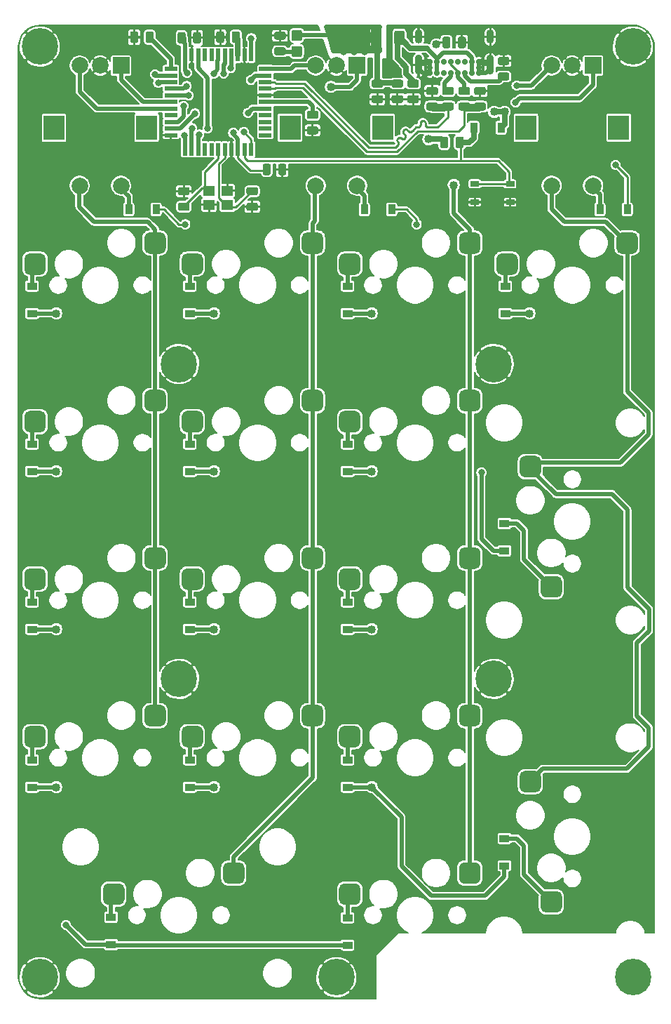
<source format=gbr>
%TF.GenerationSoftware,KiCad,Pcbnew,(5.1.6)-1*%
%TF.CreationDate,2020-11-22T11:15:34-08:00*%
%TF.ProjectId,tenkey_plusplus,74656e6b-6579-45f7-906c-7573706c7573,1*%
%TF.SameCoordinates,Original*%
%TF.FileFunction,Copper,L2,Bot*%
%TF.FilePolarity,Positive*%
%FSLAX46Y46*%
G04 Gerber Fmt 4.6, Leading zero omitted, Abs format (unit mm)*
G04 Created by KiCad (PCBNEW (5.1.6)-1) date 2020-11-22 11:15:34*
%MOMM*%
%LPD*%
G01*
G04 APERTURE LIST*
%TA.AperFunction,SMDPad,CuDef*%
%ADD10R,1.400000X1.200000*%
%TD*%
%TA.AperFunction,SMDPad,CuDef*%
%ADD11R,1.050000X0.650000*%
%TD*%
%TA.AperFunction,ComponentPad*%
%ADD12C,4.400000*%
%TD*%
%TA.AperFunction,ComponentPad*%
%ADD13R,2.000000X2.000000*%
%TD*%
%TA.AperFunction,ComponentPad*%
%ADD14C,2.000000*%
%TD*%
%TA.AperFunction,ComponentPad*%
%ADD15R,2.500000X3.000000*%
%TD*%
%TA.AperFunction,SMDPad,CuDef*%
%ADD16R,0.900000X1.200000*%
%TD*%
%TA.AperFunction,SMDPad,CuDef*%
%ADD17R,0.550000X1.500000*%
%TD*%
%TA.AperFunction,SMDPad,CuDef*%
%ADD18R,1.500000X0.550000*%
%TD*%
%TA.AperFunction,ComponentPad*%
%ADD19O,0.900000X1.700000*%
%TD*%
%TA.AperFunction,ComponentPad*%
%ADD20O,0.900000X2.400000*%
%TD*%
%TA.AperFunction,ComponentPad*%
%ADD21C,0.700000*%
%TD*%
%TA.AperFunction,SMDPad,CuDef*%
%ADD22R,1.200000X0.900000*%
%TD*%
%TA.AperFunction,ViaPad*%
%ADD23C,1.016000*%
%TD*%
%TA.AperFunction,ViaPad*%
%ADD24C,0.800000*%
%TD*%
%TA.AperFunction,ViaPad*%
%ADD25C,0.800100*%
%TD*%
%TA.AperFunction,Conductor*%
%ADD26C,0.508000*%
%TD*%
%TA.AperFunction,Conductor*%
%ADD27C,0.635000*%
%TD*%
%TA.AperFunction,Conductor*%
%ADD28C,0.254000*%
%TD*%
%TA.AperFunction,Conductor*%
%ADD29C,0.952500*%
%TD*%
%TA.AperFunction,Conductor*%
%ADD30C,0.203200*%
%TD*%
G04 APERTURE END LIST*
D10*
%TO.P,Y1,4*%
%TO.N,GND*%
X94856000Y-68598976D03*
%TO.P,Y1,3*%
%TO.N,HSE_OUT*%
X97056000Y-68598976D03*
%TO.P,Y1,2*%
%TO.N,GND*%
X97056000Y-66898976D03*
%TO.P,Y1,1*%
%TO.N,HSE_IN*%
X94856000Y-66898976D03*
%TD*%
%TO.P,RV2,2*%
%TO.N,GND*%
%TA.AperFunction,SMDPad,CuDef*%
G36*
G01*
X128035268Y-55346988D02*
X127122768Y-55346988D01*
G75*
G02*
X126879018Y-55103238I0J243750D01*
G01*
X126879018Y-54615738D01*
G75*
G02*
X127122768Y-54371988I243750J0D01*
G01*
X128035268Y-54371988D01*
G75*
G02*
X128279018Y-54615738I0J-243750D01*
G01*
X128279018Y-55103238D01*
G75*
G02*
X128035268Y-55346988I-243750J0D01*
G01*
G37*
%TD.AperFunction*%
%TO.P,RV2,1*%
%TO.N,D+*%
%TA.AperFunction,SMDPad,CuDef*%
G36*
G01*
X128035268Y-57221988D02*
X127122768Y-57221988D01*
G75*
G02*
X126879018Y-56978238I0J243750D01*
G01*
X126879018Y-56490738D01*
G75*
G02*
X127122768Y-56246988I243750J0D01*
G01*
X128035268Y-56246988D01*
G75*
G02*
X128279018Y-56490738I0J-243750D01*
G01*
X128279018Y-56978238D01*
G75*
G02*
X128035268Y-57221988I-243750J0D01*
G01*
G37*
%TD.AperFunction*%
%TD*%
%TO.P,RV1,2*%
%TO.N,GND*%
%TA.AperFunction,SMDPad,CuDef*%
G36*
G01*
X122256768Y-55346988D02*
X121344268Y-55346988D01*
G75*
G02*
X121100518Y-55103238I0J243750D01*
G01*
X121100518Y-54615738D01*
G75*
G02*
X121344268Y-54371988I243750J0D01*
G01*
X122256768Y-54371988D01*
G75*
G02*
X122500518Y-54615738I0J-243750D01*
G01*
X122500518Y-55103238D01*
G75*
G02*
X122256768Y-55346988I-243750J0D01*
G01*
G37*
%TD.AperFunction*%
%TO.P,RV1,1*%
%TO.N,D-*%
%TA.AperFunction,SMDPad,CuDef*%
G36*
G01*
X122256768Y-57221988D02*
X121344268Y-57221988D01*
G75*
G02*
X121100518Y-56978238I0J243750D01*
G01*
X121100518Y-56490738D01*
G75*
G02*
X121344268Y-56246988I243750J0D01*
G01*
X122256768Y-56246988D01*
G75*
G02*
X122500518Y-56490738I0J-243750D01*
G01*
X122500518Y-56978238D01*
G75*
G02*
X122256768Y-57221988I-243750J0D01*
G01*
G37*
%TD.AperFunction*%
%TD*%
%TO.P,R11,2*%
%TO.N,Net-(J1-PadA6)*%
%TA.AperFunction,SMDPad,CuDef*%
G36*
G01*
X126130268Y-55346988D02*
X125217768Y-55346988D01*
G75*
G02*
X124974018Y-55103238I0J243750D01*
G01*
X124974018Y-54615738D01*
G75*
G02*
X125217768Y-54371988I243750J0D01*
G01*
X126130268Y-54371988D01*
G75*
G02*
X126374018Y-54615738I0J-243750D01*
G01*
X126374018Y-55103238D01*
G75*
G02*
X126130268Y-55346988I-243750J0D01*
G01*
G37*
%TD.AperFunction*%
%TO.P,R11,1*%
%TO.N,D+*%
%TA.AperFunction,SMDPad,CuDef*%
G36*
G01*
X126130268Y-57221988D02*
X125217768Y-57221988D01*
G75*
G02*
X124974018Y-56978238I0J243750D01*
G01*
X124974018Y-56490738D01*
G75*
G02*
X125217768Y-56246988I243750J0D01*
G01*
X126130268Y-56246988D01*
G75*
G02*
X126374018Y-56490738I0J-243750D01*
G01*
X126374018Y-56978238D01*
G75*
G02*
X126130268Y-57221988I-243750J0D01*
G01*
G37*
%TD.AperFunction*%
%TD*%
%TO.P,R10,2*%
%TO.N,Net-(J1-PadA7)*%
%TA.AperFunction,SMDPad,CuDef*%
G36*
G01*
X124161768Y-55346988D02*
X123249268Y-55346988D01*
G75*
G02*
X123005518Y-55103238I0J243750D01*
G01*
X123005518Y-54615738D01*
G75*
G02*
X123249268Y-54371988I243750J0D01*
G01*
X124161768Y-54371988D01*
G75*
G02*
X124405518Y-54615738I0J-243750D01*
G01*
X124405518Y-55103238D01*
G75*
G02*
X124161768Y-55346988I-243750J0D01*
G01*
G37*
%TD.AperFunction*%
%TO.P,R10,1*%
%TO.N,D-*%
%TA.AperFunction,SMDPad,CuDef*%
G36*
G01*
X124161768Y-57221988D02*
X123249268Y-57221988D01*
G75*
G02*
X123005518Y-56978238I0J243750D01*
G01*
X123005518Y-56490738D01*
G75*
G02*
X123249268Y-56246988I243750J0D01*
G01*
X124161768Y-56246988D01*
G75*
G02*
X124405518Y-56490738I0J-243750D01*
G01*
X124405518Y-56978238D01*
G75*
G02*
X124161768Y-57221988I-243750J0D01*
G01*
G37*
%TD.AperFunction*%
%TD*%
%TO.P,R6,2*%
%TO.N,Net-(D19-Pad1)*%
%TA.AperFunction,SMDPad,CuDef*%
G36*
G01*
X102969762Y-49582018D02*
X103882262Y-49582018D01*
G75*
G02*
X104126012Y-49825768I0J-243750D01*
G01*
X104126012Y-50313268D01*
G75*
G02*
X103882262Y-50557018I-243750J0D01*
G01*
X102969762Y-50557018D01*
G75*
G02*
X102726012Y-50313268I0J243750D01*
G01*
X102726012Y-49825768D01*
G75*
G02*
X102969762Y-49582018I243750J0D01*
G01*
G37*
%TD.AperFunction*%
%TO.P,R6,1*%
%TO.N,GND*%
%TA.AperFunction,SMDPad,CuDef*%
G36*
G01*
X102969762Y-47707018D02*
X103882262Y-47707018D01*
G75*
G02*
X104126012Y-47950768I0J-243750D01*
G01*
X104126012Y-48438268D01*
G75*
G02*
X103882262Y-48682018I-243750J0D01*
G01*
X102969762Y-48682018D01*
G75*
G02*
X102726012Y-48438268I0J243750D01*
G01*
X102726012Y-47950768D01*
G75*
G02*
X102969762Y-47707018I243750J0D01*
G01*
G37*
%TD.AperFunction*%
%TD*%
%TO.P,R5,2*%
%TO.N,GND*%
%TA.AperFunction,SMDPad,CuDef*%
G36*
G01*
X117141768Y-55358488D02*
X118054268Y-55358488D01*
G75*
G02*
X118298018Y-55602238I0J-243750D01*
G01*
X118298018Y-56089738D01*
G75*
G02*
X118054268Y-56333488I-243750J0D01*
G01*
X117141768Y-56333488D01*
G75*
G02*
X116898018Y-56089738I0J243750D01*
G01*
X116898018Y-55602238D01*
G75*
G02*
X117141768Y-55358488I243750J0D01*
G01*
G37*
%TD.AperFunction*%
%TO.P,R5,1*%
%TO.N,+5V*%
%TA.AperFunction,SMDPad,CuDef*%
G36*
G01*
X117141768Y-53483488D02*
X118054268Y-53483488D01*
G75*
G02*
X118298018Y-53727238I0J-243750D01*
G01*
X118298018Y-54214738D01*
G75*
G02*
X118054268Y-54458488I-243750J0D01*
G01*
X117141768Y-54458488D01*
G75*
G02*
X116898018Y-54214738I0J243750D01*
G01*
X116898018Y-53727238D01*
G75*
G02*
X117141768Y-53483488I243750J0D01*
G01*
G37*
%TD.AperFunction*%
%TD*%
%TO.P,R4,2*%
%TO.N,Net-(R4-Pad2)*%
%TA.AperFunction,SMDPad,CuDef*%
G36*
G01*
X87201018Y-48824238D02*
X87201018Y-47911738D01*
G75*
G02*
X87444768Y-47667988I243750J0D01*
G01*
X87932268Y-47667988D01*
G75*
G02*
X88176018Y-47911738I0J-243750D01*
G01*
X88176018Y-48824238D01*
G75*
G02*
X87932268Y-49067988I-243750J0D01*
G01*
X87444768Y-49067988D01*
G75*
G02*
X87201018Y-48824238I0J243750D01*
G01*
G37*
%TD.AperFunction*%
%TO.P,R4,1*%
%TO.N,GND*%
%TA.AperFunction,SMDPad,CuDef*%
G36*
G01*
X85326018Y-48824238D02*
X85326018Y-47911738D01*
G75*
G02*
X85569768Y-47667988I243750J0D01*
G01*
X86057268Y-47667988D01*
G75*
G02*
X86301018Y-47911738I0J-243750D01*
G01*
X86301018Y-48824238D01*
G75*
G02*
X86057268Y-49067988I-243750J0D01*
G01*
X85569768Y-49067988D01*
G75*
G02*
X85326018Y-48824238I0J243750D01*
G01*
G37*
%TD.AperFunction*%
%TD*%
%TO.P,R3,2*%
%TO.N,Net-(J1-PadB5)*%
%TA.AperFunction,SMDPad,CuDef*%
G36*
G01*
X124006018Y-48546738D02*
X124006018Y-49459238D01*
G75*
G02*
X123762268Y-49702988I-243750J0D01*
G01*
X123274768Y-49702988D01*
G75*
G02*
X123031018Y-49459238I0J243750D01*
G01*
X123031018Y-48546738D01*
G75*
G02*
X123274768Y-48302988I243750J0D01*
G01*
X123762268Y-48302988D01*
G75*
G02*
X124006018Y-48546738I0J-243750D01*
G01*
G37*
%TD.AperFunction*%
%TO.P,R3,1*%
%TO.N,GND*%
%TA.AperFunction,SMDPad,CuDef*%
G36*
G01*
X125881018Y-48546738D02*
X125881018Y-49459238D01*
G75*
G02*
X125637268Y-49702988I-243750J0D01*
G01*
X125149768Y-49702988D01*
G75*
G02*
X124906018Y-49459238I0J243750D01*
G01*
X124906018Y-48546738D01*
G75*
G02*
X125149768Y-48302988I243750J0D01*
G01*
X125637268Y-48302988D01*
G75*
G02*
X125881018Y-48546738I0J-243750D01*
G01*
G37*
%TD.AperFunction*%
%TD*%
%TO.P,R2,2*%
%TO.N,Net-(J1-PadA5)*%
%TA.AperFunction,SMDPad,CuDef*%
G36*
G01*
X129968768Y-52627988D02*
X130881268Y-52627988D01*
G75*
G02*
X131125018Y-52871738I0J-243750D01*
G01*
X131125018Y-53359238D01*
G75*
G02*
X130881268Y-53602988I-243750J0D01*
G01*
X129968768Y-53602988D01*
G75*
G02*
X129725018Y-53359238I0J243750D01*
G01*
X129725018Y-52871738D01*
G75*
G02*
X129968768Y-52627988I243750J0D01*
G01*
G37*
%TD.AperFunction*%
%TO.P,R2,1*%
%TO.N,GND*%
%TA.AperFunction,SMDPad,CuDef*%
G36*
G01*
X129968768Y-50752988D02*
X130881268Y-50752988D01*
G75*
G02*
X131125018Y-50996738I0J-243750D01*
G01*
X131125018Y-51484238D01*
G75*
G02*
X130881268Y-51727988I-243750J0D01*
G01*
X129968768Y-51727988D01*
G75*
G02*
X129725018Y-51484238I0J243750D01*
G01*
X129725018Y-50996738D01*
G75*
G02*
X129968768Y-50752988I243750J0D01*
G01*
G37*
%TD.AperFunction*%
%TD*%
%TO.P,R1,2*%
%TO.N,+5V*%
%TA.AperFunction,SMDPad,CuDef*%
G36*
G01*
X123743018Y-60611738D02*
X123743018Y-61524238D01*
G75*
G02*
X123499268Y-61767988I-243750J0D01*
G01*
X123011768Y-61767988D01*
G75*
G02*
X122768018Y-61524238I0J243750D01*
G01*
X122768018Y-60611738D01*
G75*
G02*
X123011768Y-60367988I243750J0D01*
G01*
X123499268Y-60367988D01*
G75*
G02*
X123743018Y-60611738I0J-243750D01*
G01*
G37*
%TD.AperFunction*%
%TO.P,R1,1*%
%TO.N,RESET*%
%TA.AperFunction,SMDPad,CuDef*%
G36*
G01*
X125618018Y-60611738D02*
X125618018Y-61524238D01*
G75*
G02*
X125374268Y-61767988I-243750J0D01*
G01*
X124886768Y-61767988D01*
G75*
G02*
X124643018Y-61524238I0J243750D01*
G01*
X124643018Y-60611738D01*
G75*
G02*
X124886768Y-60367988I243750J0D01*
G01*
X125374268Y-60367988D01*
G75*
G02*
X125618018Y-60611738I0J-243750D01*
G01*
G37*
%TD.AperFunction*%
%TD*%
%TO.P,F1,2*%
%TO.N,+5V*%
%TA.AperFunction,SMDPad,CuDef*%
G36*
G01*
X115664518Y-47819988D02*
X115664518Y-49069988D01*
G75*
G02*
X115414518Y-49319988I-250000J0D01*
G01*
X114664518Y-49319988D01*
G75*
G02*
X114414518Y-49069988I0J250000D01*
G01*
X114414518Y-47819988D01*
G75*
G02*
X114664518Y-47569988I250000J0D01*
G01*
X115414518Y-47569988D01*
G75*
G02*
X115664518Y-47819988I0J-250000D01*
G01*
G37*
%TD.AperFunction*%
%TO.P,F1,1*%
%TO.N,Net-(C14-Pad1)*%
%TA.AperFunction,SMDPad,CuDef*%
G36*
G01*
X118464518Y-47819988D02*
X118464518Y-49069988D01*
G75*
G02*
X118214518Y-49319988I-250000J0D01*
G01*
X117464518Y-49319988D01*
G75*
G02*
X117214518Y-49069988I0J250000D01*
G01*
X117214518Y-47819988D01*
G75*
G02*
X117464518Y-47569988I250000J0D01*
G01*
X118214518Y-47569988D01*
G75*
G02*
X118464518Y-47819988I0J-250000D01*
G01*
G37*
%TD.AperFunction*%
%TD*%
%TO.P,D19,2*%
%TO.N,+5V*%
%TA.AperFunction,SMDPad,CuDef*%
G36*
G01*
X105858012Y-48832018D02*
X105058012Y-48832018D01*
G75*
G02*
X104808012Y-48582018I0J250000D01*
G01*
X104808012Y-47757018D01*
G75*
G02*
X105058012Y-47507018I250000J0D01*
G01*
X105858012Y-47507018D01*
G75*
G02*
X106108012Y-47757018I0J-250000D01*
G01*
X106108012Y-48582018D01*
G75*
G02*
X105858012Y-48832018I-250000J0D01*
G01*
G37*
%TD.AperFunction*%
%TO.P,D19,1*%
%TO.N,Net-(D19-Pad1)*%
%TA.AperFunction,SMDPad,CuDef*%
G36*
G01*
X105858012Y-50757018D02*
X105058012Y-50757018D01*
G75*
G02*
X104808012Y-50507018I0J250000D01*
G01*
X104808012Y-49682018D01*
G75*
G02*
X105058012Y-49432018I250000J0D01*
G01*
X105858012Y-49432018D01*
G75*
G02*
X106108012Y-49682018I0J-250000D01*
G01*
X106108012Y-50507018D01*
G75*
G02*
X105858012Y-50757018I-250000J0D01*
G01*
G37*
%TD.AperFunction*%
%TD*%
%TO.P,C14,2*%
%TO.N,GND*%
%TA.AperFunction,SMDPad,CuDef*%
G36*
G01*
X119046768Y-55358488D02*
X119959268Y-55358488D01*
G75*
G02*
X120203018Y-55602238I0J-243750D01*
G01*
X120203018Y-56089738D01*
G75*
G02*
X119959268Y-56333488I-243750J0D01*
G01*
X119046768Y-56333488D01*
G75*
G02*
X118803018Y-56089738I0J243750D01*
G01*
X118803018Y-55602238D01*
G75*
G02*
X119046768Y-55358488I243750J0D01*
G01*
G37*
%TD.AperFunction*%
%TO.P,C14,1*%
%TO.N,Net-(C14-Pad1)*%
%TA.AperFunction,SMDPad,CuDef*%
G36*
G01*
X119046768Y-53483488D02*
X119959268Y-53483488D01*
G75*
G02*
X120203018Y-53727238I0J-243750D01*
G01*
X120203018Y-54214738D01*
G75*
G02*
X119959268Y-54458488I-243750J0D01*
G01*
X119046768Y-54458488D01*
G75*
G02*
X118803018Y-54214738I0J243750D01*
G01*
X118803018Y-53727238D01*
G75*
G02*
X119046768Y-53483488I243750J0D01*
G01*
G37*
%TD.AperFunction*%
%TD*%
%TO.P,C13,2*%
%TO.N,+5V*%
%TA.AperFunction,SMDPad,CuDef*%
G36*
G01*
X115641268Y-54458488D02*
X114728768Y-54458488D01*
G75*
G02*
X114485018Y-54214738I0J243750D01*
G01*
X114485018Y-53727238D01*
G75*
G02*
X114728768Y-53483488I243750J0D01*
G01*
X115641268Y-53483488D01*
G75*
G02*
X115885018Y-53727238I0J-243750D01*
G01*
X115885018Y-54214738D01*
G75*
G02*
X115641268Y-54458488I-243750J0D01*
G01*
G37*
%TD.AperFunction*%
%TO.P,C13,1*%
%TO.N,GND*%
%TA.AperFunction,SMDPad,CuDef*%
G36*
G01*
X115641268Y-56333488D02*
X114728768Y-56333488D01*
G75*
G02*
X114485018Y-56089738I0J243750D01*
G01*
X114485018Y-55602238D01*
G75*
G02*
X114728768Y-55358488I243750J0D01*
G01*
X115641268Y-55358488D01*
G75*
G02*
X115885018Y-55602238I0J-243750D01*
G01*
X115885018Y-56089738D01*
G75*
G02*
X115641268Y-56333488I-243750J0D01*
G01*
G37*
%TD.AperFunction*%
%TD*%
%TO.P,C6,2*%
%TO.N,+5V*%
%TA.AperFunction,SMDPad,CuDef*%
G36*
G01*
X92027000Y-47988750D02*
X92027000Y-48901250D01*
G75*
G02*
X91783250Y-49145000I-243750J0D01*
G01*
X91295750Y-49145000D01*
G75*
G02*
X91052000Y-48901250I0J243750D01*
G01*
X91052000Y-47988750D01*
G75*
G02*
X91295750Y-47745000I243750J0D01*
G01*
X91783250Y-47745000D01*
G75*
G02*
X92027000Y-47988750I0J-243750D01*
G01*
G37*
%TD.AperFunction*%
%TO.P,C6,1*%
%TO.N,GND*%
%TA.AperFunction,SMDPad,CuDef*%
G36*
G01*
X93902000Y-47988750D02*
X93902000Y-48901250D01*
G75*
G02*
X93658250Y-49145000I-243750J0D01*
G01*
X93170750Y-49145000D01*
G75*
G02*
X92927000Y-48901250I0J243750D01*
G01*
X92927000Y-47988750D01*
G75*
G02*
X93170750Y-47745000I243750J0D01*
G01*
X93658250Y-47745000D01*
G75*
G02*
X93902000Y-47988750I0J-243750D01*
G01*
G37*
%TD.AperFunction*%
%TD*%
%TO.P,C5,2*%
%TO.N,+5V*%
%TA.AperFunction,SMDPad,CuDef*%
G36*
G01*
X102314000Y-63863750D02*
X102314000Y-64776250D01*
G75*
G02*
X102070250Y-65020000I-243750J0D01*
G01*
X101582750Y-65020000D01*
G75*
G02*
X101339000Y-64776250I0J243750D01*
G01*
X101339000Y-63863750D01*
G75*
G02*
X101582750Y-63620000I243750J0D01*
G01*
X102070250Y-63620000D01*
G75*
G02*
X102314000Y-63863750I0J-243750D01*
G01*
G37*
%TD.AperFunction*%
%TO.P,C5,1*%
%TO.N,GND*%
%TA.AperFunction,SMDPad,CuDef*%
G36*
G01*
X104189000Y-63863750D02*
X104189000Y-64776250D01*
G75*
G02*
X103945250Y-65020000I-243750J0D01*
G01*
X103457750Y-65020000D01*
G75*
G02*
X103214000Y-64776250I0J243750D01*
G01*
X103214000Y-63863750D01*
G75*
G02*
X103457750Y-63620000I243750J0D01*
G01*
X103945250Y-63620000D01*
G75*
G02*
X104189000Y-63863750I0J-243750D01*
G01*
G37*
%TD.AperFunction*%
%TD*%
%TO.P,C4,2*%
%TO.N,GND*%
%TA.AperFunction,SMDPad,CuDef*%
G36*
G01*
X96701018Y-47911738D02*
X96701018Y-48824238D01*
G75*
G02*
X96457268Y-49067988I-243750J0D01*
G01*
X95969768Y-49067988D01*
G75*
G02*
X95726018Y-48824238I0J243750D01*
G01*
X95726018Y-47911738D01*
G75*
G02*
X95969768Y-47667988I243750J0D01*
G01*
X96457268Y-47667988D01*
G75*
G02*
X96701018Y-47911738I0J-243750D01*
G01*
G37*
%TD.AperFunction*%
%TO.P,C4,1*%
%TO.N,Net-(C4-Pad1)*%
%TA.AperFunction,SMDPad,CuDef*%
G36*
G01*
X98576018Y-47911738D02*
X98576018Y-48824238D01*
G75*
G02*
X98332268Y-49067988I-243750J0D01*
G01*
X97844768Y-49067988D01*
G75*
G02*
X97601018Y-48824238I0J243750D01*
G01*
X97601018Y-47911738D01*
G75*
G02*
X97844768Y-47667988I243750J0D01*
G01*
X98332268Y-47667988D01*
G75*
G02*
X98576018Y-47911738I0J-243750D01*
G01*
G37*
%TD.AperFunction*%
%TD*%
%TO.P,C3,2*%
%TO.N,GND*%
%TA.AperFunction,SMDPad,CuDef*%
G36*
G01*
X106906762Y-59132418D02*
X107819262Y-59132418D01*
G75*
G02*
X108063012Y-59376168I0J-243750D01*
G01*
X108063012Y-59863668D01*
G75*
G02*
X107819262Y-60107418I-243750J0D01*
G01*
X106906762Y-60107418D01*
G75*
G02*
X106663012Y-59863668I0J243750D01*
G01*
X106663012Y-59376168D01*
G75*
G02*
X106906762Y-59132418I243750J0D01*
G01*
G37*
%TD.AperFunction*%
%TO.P,C3,1*%
%TO.N,Net-(C3-Pad1)*%
%TA.AperFunction,SMDPad,CuDef*%
G36*
G01*
X106906762Y-57257418D02*
X107819262Y-57257418D01*
G75*
G02*
X108063012Y-57501168I0J-243750D01*
G01*
X108063012Y-57988668D01*
G75*
G02*
X107819262Y-58232418I-243750J0D01*
G01*
X106906762Y-58232418D01*
G75*
G02*
X106663012Y-57988668I0J243750D01*
G01*
X106663012Y-57501168D01*
G75*
G02*
X106906762Y-57257418I243750J0D01*
G01*
G37*
%TD.AperFunction*%
%TD*%
%TO.P,C2,2*%
%TO.N,GND*%
%TA.AperFunction,SMDPad,CuDef*%
G36*
G01*
X92273268Y-67439976D02*
X91360768Y-67439976D01*
G75*
G02*
X91117018Y-67196226I0J243750D01*
G01*
X91117018Y-66708726D01*
G75*
G02*
X91360768Y-66464976I243750J0D01*
G01*
X92273268Y-66464976D01*
G75*
G02*
X92517018Y-66708726I0J-243750D01*
G01*
X92517018Y-67196226D01*
G75*
G02*
X92273268Y-67439976I-243750J0D01*
G01*
G37*
%TD.AperFunction*%
%TO.P,C2,1*%
%TO.N,HSE_IN*%
%TA.AperFunction,SMDPad,CuDef*%
G36*
G01*
X92273268Y-69314976D02*
X91360768Y-69314976D01*
G75*
G02*
X91117018Y-69071226I0J243750D01*
G01*
X91117018Y-68583726D01*
G75*
G02*
X91360768Y-68339976I243750J0D01*
G01*
X92273268Y-68339976D01*
G75*
G02*
X92517018Y-68583726I0J-243750D01*
G01*
X92517018Y-69071226D01*
G75*
G02*
X92273268Y-69314976I-243750J0D01*
G01*
G37*
%TD.AperFunction*%
%TD*%
%TO.P,C1,2*%
%TO.N,GND*%
%TA.AperFunction,SMDPad,CuDef*%
G36*
G01*
X99615768Y-68339976D02*
X100528268Y-68339976D01*
G75*
G02*
X100772018Y-68583726I0J-243750D01*
G01*
X100772018Y-69071226D01*
G75*
G02*
X100528268Y-69314976I-243750J0D01*
G01*
X99615768Y-69314976D01*
G75*
G02*
X99372018Y-69071226I0J243750D01*
G01*
X99372018Y-68583726D01*
G75*
G02*
X99615768Y-68339976I243750J0D01*
G01*
G37*
%TD.AperFunction*%
%TO.P,C1,1*%
%TO.N,HSE_OUT*%
%TA.AperFunction,SMDPad,CuDef*%
G36*
G01*
X99615768Y-66464976D02*
X100528268Y-66464976D01*
G75*
G02*
X100772018Y-66708726I0J-243750D01*
G01*
X100772018Y-67196226D01*
G75*
G02*
X100528268Y-67439976I-243750J0D01*
G01*
X99615768Y-67439976D01*
G75*
G02*
X99372018Y-67196226I0J243750D01*
G01*
X99372018Y-66708726D01*
G75*
G02*
X99615768Y-66464976I243750J0D01*
G01*
G37*
%TD.AperFunction*%
%TD*%
D11*
%TO.P,S18,4*%
%TO.N,RESET*%
X131213012Y-66063018D03*
%TO.P,S18,3*%
X126947012Y-66063018D03*
%TO.P,S18,2*%
%TO.N,GND*%
X131213012Y-68269018D03*
%TO.P,S18,1*%
X126947012Y-68269018D03*
%TD*%
%TO.P,S16,2*%
%TO.N,Net-(D16-Pad2)*%
%TA.AperFunction,SMDPad,CuDef*%
G36*
G01*
X82046982Y-152400048D02*
X82046982Y-151100048D01*
G75*
G02*
X82696982Y-150450048I650000J0D01*
G01*
X83996982Y-150450048D01*
G75*
G02*
X84646982Y-151100048I0J-650000D01*
G01*
X84646982Y-152400048D01*
G75*
G02*
X83996982Y-153050048I-650000J0D01*
G01*
X82696982Y-153050048D01*
G75*
G02*
X82046982Y-152400048I0J650000D01*
G01*
G37*
%TD.AperFunction*%
%TO.P,S16,1*%
%TO.N,COL_1*%
%TA.AperFunction,SMDPad,CuDef*%
G36*
G01*
X96546982Y-149860048D02*
X96546982Y-148560048D01*
G75*
G02*
X97196982Y-147910048I650000J0D01*
G01*
X98496982Y-147910048D01*
G75*
G02*
X99146982Y-148560048I0J-650000D01*
G01*
X99146982Y-149860048D01*
G75*
G02*
X98496982Y-150510048I-650000J0D01*
G01*
X97196982Y-150510048D01*
G75*
G02*
X96546982Y-149860048I0J650000D01*
G01*
G37*
%TD.AperFunction*%
%TD*%
%TO.P,S15,2*%
%TO.N,Net-(D15-Pad2)*%
%TA.AperFunction,SMDPad,CuDef*%
G36*
G01*
X136842012Y-153975042D02*
X135542012Y-153975042D01*
G75*
G02*
X134892012Y-153325042I0J650000D01*
G01*
X134892012Y-152025042D01*
G75*
G02*
X135542012Y-151375042I650000J0D01*
G01*
X136842012Y-151375042D01*
G75*
G02*
X137492012Y-152025042I0J-650000D01*
G01*
X137492012Y-153325042D01*
G75*
G02*
X136842012Y-153975042I-650000J0D01*
G01*
G37*
%TD.AperFunction*%
%TO.P,S15,1*%
%TO.N,COL_3*%
%TA.AperFunction,SMDPad,CuDef*%
G36*
G01*
X134302012Y-139475042D02*
X133002012Y-139475042D01*
G75*
G02*
X132352012Y-138825042I0J650000D01*
G01*
X132352012Y-137525042D01*
G75*
G02*
X133002012Y-136875042I650000J0D01*
G01*
X134302012Y-136875042D01*
G75*
G02*
X134952012Y-137525042I0J-650000D01*
G01*
X134952012Y-138825042D01*
G75*
G02*
X134302012Y-139475042I-650000J0D01*
G01*
G37*
%TD.AperFunction*%
%TD*%
%TO.P,S8,2*%
%TO.N,Net-(D8-Pad2)*%
%TA.AperFunction,SMDPad,CuDef*%
G36*
G01*
X136842012Y-115975018D02*
X135542012Y-115975018D01*
G75*
G02*
X134892012Y-115325018I0J650000D01*
G01*
X134892012Y-114025018D01*
G75*
G02*
X135542012Y-113375018I650000J0D01*
G01*
X136842012Y-113375018D01*
G75*
G02*
X137492012Y-114025018I0J-650000D01*
G01*
X137492012Y-115325018D01*
G75*
G02*
X136842012Y-115975018I-650000J0D01*
G01*
G37*
%TD.AperFunction*%
%TO.P,S8,1*%
%TO.N,COL_3*%
%TA.AperFunction,SMDPad,CuDef*%
G36*
G01*
X134302012Y-101475018D02*
X133002012Y-101475018D01*
G75*
G02*
X132352012Y-100825018I0J650000D01*
G01*
X132352012Y-99525018D01*
G75*
G02*
X133002012Y-98875018I650000J0D01*
G01*
X134302012Y-98875018D01*
G75*
G02*
X134952012Y-99525018I0J-650000D01*
G01*
X134952012Y-100825018D01*
G75*
G02*
X134302012Y-101475018I-650000J0D01*
G01*
G37*
%TD.AperFunction*%
%TD*%
D12*
%TO.P,H9,1*%
%TO.N,GND*%
X110232018Y-161778988D03*
%TD*%
%TO.P,H8,1*%
%TO.N,GND*%
X91232000Y-87790000D03*
%TD*%
%TO.P,H7,1*%
%TO.N,GND*%
X91232000Y-125790030D03*
%TD*%
%TO.P,H6,1*%
%TO.N,GND*%
X74418018Y-49510988D03*
%TD*%
%TO.P,H5,1*%
%TO.N,GND*%
X146046018Y-49510988D03*
%TD*%
%TO.P,H4,1*%
%TO.N,GND*%
X74418018Y-161778988D03*
%TD*%
%TO.P,H3,1*%
%TO.N,GND*%
X129232000Y-87790006D03*
%TD*%
%TO.P,H2,1*%
%TO.N,GND*%
X146046018Y-161778988D03*
%TD*%
%TO.P,H1,1*%
%TO.N,GND*%
X129232000Y-125790000D03*
%TD*%
D13*
%TO.P,SW3,A*%
%TO.N,ENC_1_A*%
X112732018Y-51789988D03*
D14*
%TO.P,SW3,C*%
%TO.N,GND*%
X110232018Y-51789988D03*
%TO.P,SW3,B*%
%TO.N,ENC_1_B*%
X107732018Y-51789988D03*
D15*
%TO.P,SW3,MP*%
%TO.N,N/C*%
X115832018Y-59289988D03*
X104632018Y-59289988D03*
D14*
%TO.P,SW3,S1*%
%TO.N,Net-(D23-Pad2)*%
X112732018Y-66289988D03*
%TO.P,SW3,S2*%
%TO.N,COL_1*%
X107732018Y-66289988D03*
%TD*%
%TO.P,S17,2*%
%TO.N,Net-(D17-Pad2)*%
%TA.AperFunction,SMDPad,CuDef*%
G36*
G01*
X110547000Y-152400048D02*
X110547000Y-151100048D01*
G75*
G02*
X111197000Y-150450048I650000J0D01*
G01*
X112497000Y-150450048D01*
G75*
G02*
X113147000Y-151100048I0J-650000D01*
G01*
X113147000Y-152400048D01*
G75*
G02*
X112497000Y-153050048I-650000J0D01*
G01*
X111197000Y-153050048D01*
G75*
G02*
X110547000Y-152400048I0J650000D01*
G01*
G37*
%TD.AperFunction*%
%TO.P,S17,1*%
%TO.N,COL_2*%
%TA.AperFunction,SMDPad,CuDef*%
G36*
G01*
X125047000Y-149860048D02*
X125047000Y-148560048D01*
G75*
G02*
X125697000Y-147910048I650000J0D01*
G01*
X126997000Y-147910048D01*
G75*
G02*
X127647000Y-148560048I0J-650000D01*
G01*
X127647000Y-149860048D01*
G75*
G02*
X126997000Y-150510048I-650000J0D01*
G01*
X125697000Y-150510048D01*
G75*
G02*
X125047000Y-149860048I0J650000D01*
G01*
G37*
%TD.AperFunction*%
%TD*%
%TO.P,S14,2*%
%TO.N,Net-(D14-Pad2)*%
%TA.AperFunction,SMDPad,CuDef*%
G36*
G01*
X110547000Y-133400000D02*
X110547000Y-132100000D01*
G75*
G02*
X111197000Y-131450000I650000J0D01*
G01*
X112497000Y-131450000D01*
G75*
G02*
X113147000Y-132100000I0J-650000D01*
G01*
X113147000Y-133400000D01*
G75*
G02*
X112497000Y-134050000I-650000J0D01*
G01*
X111197000Y-134050000D01*
G75*
G02*
X110547000Y-133400000I0J650000D01*
G01*
G37*
%TD.AperFunction*%
%TO.P,S14,1*%
%TO.N,COL_2*%
%TA.AperFunction,SMDPad,CuDef*%
G36*
G01*
X125047000Y-130860000D02*
X125047000Y-129560000D01*
G75*
G02*
X125697000Y-128910000I650000J0D01*
G01*
X126997000Y-128910000D01*
G75*
G02*
X127647000Y-129560000I0J-650000D01*
G01*
X127647000Y-130860000D01*
G75*
G02*
X126997000Y-131510000I-650000J0D01*
G01*
X125697000Y-131510000D01*
G75*
G02*
X125047000Y-130860000I0J650000D01*
G01*
G37*
%TD.AperFunction*%
%TD*%
%TO.P,S13,2*%
%TO.N,Net-(D13-Pad2)*%
%TA.AperFunction,SMDPad,CuDef*%
G36*
G01*
X91547000Y-133400000D02*
X91547000Y-132100000D01*
G75*
G02*
X92197000Y-131450000I650000J0D01*
G01*
X93497000Y-131450000D01*
G75*
G02*
X94147000Y-132100000I0J-650000D01*
G01*
X94147000Y-133400000D01*
G75*
G02*
X93497000Y-134050000I-650000J0D01*
G01*
X92197000Y-134050000D01*
G75*
G02*
X91547000Y-133400000I0J650000D01*
G01*
G37*
%TD.AperFunction*%
%TO.P,S13,1*%
%TO.N,COL_1*%
%TA.AperFunction,SMDPad,CuDef*%
G36*
G01*
X106047000Y-130860000D02*
X106047000Y-129560000D01*
G75*
G02*
X106697000Y-128910000I650000J0D01*
G01*
X107997000Y-128910000D01*
G75*
G02*
X108647000Y-129560000I0J-650000D01*
G01*
X108647000Y-130860000D01*
G75*
G02*
X107997000Y-131510000I-650000J0D01*
G01*
X106697000Y-131510000D01*
G75*
G02*
X106047000Y-130860000I0J650000D01*
G01*
G37*
%TD.AperFunction*%
%TD*%
%TO.P,S12,2*%
%TO.N,Net-(D12-Pad2)*%
%TA.AperFunction,SMDPad,CuDef*%
G36*
G01*
X72546976Y-133400036D02*
X72546976Y-132100036D01*
G75*
G02*
X73196976Y-131450036I650000J0D01*
G01*
X74496976Y-131450036D01*
G75*
G02*
X75146976Y-132100036I0J-650000D01*
G01*
X75146976Y-133400036D01*
G75*
G02*
X74496976Y-134050036I-650000J0D01*
G01*
X73196976Y-134050036D01*
G75*
G02*
X72546976Y-133400036I0J650000D01*
G01*
G37*
%TD.AperFunction*%
%TO.P,S12,1*%
%TO.N,COL_0*%
%TA.AperFunction,SMDPad,CuDef*%
G36*
G01*
X87046976Y-130860036D02*
X87046976Y-129560036D01*
G75*
G02*
X87696976Y-128910036I650000J0D01*
G01*
X88996976Y-128910036D01*
G75*
G02*
X89646976Y-129560036I0J-650000D01*
G01*
X89646976Y-130860036D01*
G75*
G02*
X88996976Y-131510036I-650000J0D01*
G01*
X87696976Y-131510036D01*
G75*
G02*
X87046976Y-130860036I0J650000D01*
G01*
G37*
%TD.AperFunction*%
%TD*%
%TO.P,S11,2*%
%TO.N,Net-(D11-Pad2)*%
%TA.AperFunction,SMDPad,CuDef*%
G36*
G01*
X110547000Y-114400000D02*
X110547000Y-113100000D01*
G75*
G02*
X111197000Y-112450000I650000J0D01*
G01*
X112497000Y-112450000D01*
G75*
G02*
X113147000Y-113100000I0J-650000D01*
G01*
X113147000Y-114400000D01*
G75*
G02*
X112497000Y-115050000I-650000J0D01*
G01*
X111197000Y-115050000D01*
G75*
G02*
X110547000Y-114400000I0J650000D01*
G01*
G37*
%TD.AperFunction*%
%TO.P,S11,1*%
%TO.N,COL_2*%
%TA.AperFunction,SMDPad,CuDef*%
G36*
G01*
X125047000Y-111860000D02*
X125047000Y-110560000D01*
G75*
G02*
X125697000Y-109910000I650000J0D01*
G01*
X126997000Y-109910000D01*
G75*
G02*
X127647000Y-110560000I0J-650000D01*
G01*
X127647000Y-111860000D01*
G75*
G02*
X126997000Y-112510000I-650000J0D01*
G01*
X125697000Y-112510000D01*
G75*
G02*
X125047000Y-111860000I0J650000D01*
G01*
G37*
%TD.AperFunction*%
%TD*%
%TO.P,S10,2*%
%TO.N,Net-(D10-Pad2)*%
%TA.AperFunction,SMDPad,CuDef*%
G36*
G01*
X91547000Y-114400000D02*
X91547000Y-113100000D01*
G75*
G02*
X92197000Y-112450000I650000J0D01*
G01*
X93497000Y-112450000D01*
G75*
G02*
X94147000Y-113100000I0J-650000D01*
G01*
X94147000Y-114400000D01*
G75*
G02*
X93497000Y-115050000I-650000J0D01*
G01*
X92197000Y-115050000D01*
G75*
G02*
X91547000Y-114400000I0J650000D01*
G01*
G37*
%TD.AperFunction*%
%TO.P,S10,1*%
%TO.N,COL_1*%
%TA.AperFunction,SMDPad,CuDef*%
G36*
G01*
X106047000Y-111860000D02*
X106047000Y-110560000D01*
G75*
G02*
X106697000Y-109910000I650000J0D01*
G01*
X107997000Y-109910000D01*
G75*
G02*
X108647000Y-110560000I0J-650000D01*
G01*
X108647000Y-111860000D01*
G75*
G02*
X107997000Y-112510000I-650000J0D01*
G01*
X106697000Y-112510000D01*
G75*
G02*
X106047000Y-111860000I0J650000D01*
G01*
G37*
%TD.AperFunction*%
%TD*%
%TO.P,S9,2*%
%TO.N,Net-(D9-Pad2)*%
%TA.AperFunction,SMDPad,CuDef*%
G36*
G01*
X72546976Y-114400024D02*
X72546976Y-113100024D01*
G75*
G02*
X73196976Y-112450024I650000J0D01*
G01*
X74496976Y-112450024D01*
G75*
G02*
X75146976Y-113100024I0J-650000D01*
G01*
X75146976Y-114400024D01*
G75*
G02*
X74496976Y-115050024I-650000J0D01*
G01*
X73196976Y-115050024D01*
G75*
G02*
X72546976Y-114400024I0J650000D01*
G01*
G37*
%TD.AperFunction*%
%TO.P,S9,1*%
%TO.N,COL_0*%
%TA.AperFunction,SMDPad,CuDef*%
G36*
G01*
X87046976Y-111860024D02*
X87046976Y-110560024D01*
G75*
G02*
X87696976Y-109910024I650000J0D01*
G01*
X88996976Y-109910024D01*
G75*
G02*
X89646976Y-110560024I0J-650000D01*
G01*
X89646976Y-111860024D01*
G75*
G02*
X88996976Y-112510024I-650000J0D01*
G01*
X87696976Y-112510024D01*
G75*
G02*
X87046976Y-111860024I0J650000D01*
G01*
G37*
%TD.AperFunction*%
%TD*%
%TO.P,S7,2*%
%TO.N,Net-(D7-Pad2)*%
%TA.AperFunction,SMDPad,CuDef*%
G36*
G01*
X110547000Y-95400012D02*
X110547000Y-94100012D01*
G75*
G02*
X111197000Y-93450012I650000J0D01*
G01*
X112497000Y-93450012D01*
G75*
G02*
X113147000Y-94100012I0J-650000D01*
G01*
X113147000Y-95400012D01*
G75*
G02*
X112497000Y-96050012I-650000J0D01*
G01*
X111197000Y-96050012D01*
G75*
G02*
X110547000Y-95400012I0J650000D01*
G01*
G37*
%TD.AperFunction*%
%TO.P,S7,1*%
%TO.N,COL_2*%
%TA.AperFunction,SMDPad,CuDef*%
G36*
G01*
X125047000Y-92860012D02*
X125047000Y-91560012D01*
G75*
G02*
X125697000Y-90910012I650000J0D01*
G01*
X126997000Y-90910012D01*
G75*
G02*
X127647000Y-91560012I0J-650000D01*
G01*
X127647000Y-92860012D01*
G75*
G02*
X126997000Y-93510012I-650000J0D01*
G01*
X125697000Y-93510012D01*
G75*
G02*
X125047000Y-92860012I0J650000D01*
G01*
G37*
%TD.AperFunction*%
%TD*%
%TO.P,S6,2*%
%TO.N,Net-(D6-Pad2)*%
%TA.AperFunction,SMDPad,CuDef*%
G36*
G01*
X91547000Y-95400000D02*
X91547000Y-94100000D01*
G75*
G02*
X92197000Y-93450000I650000J0D01*
G01*
X93497000Y-93450000D01*
G75*
G02*
X94147000Y-94100000I0J-650000D01*
G01*
X94147000Y-95400000D01*
G75*
G02*
X93497000Y-96050000I-650000J0D01*
G01*
X92197000Y-96050000D01*
G75*
G02*
X91547000Y-95400000I0J650000D01*
G01*
G37*
%TD.AperFunction*%
%TO.P,S6,1*%
%TO.N,COL_1*%
%TA.AperFunction,SMDPad,CuDef*%
G36*
G01*
X106047000Y-92860000D02*
X106047000Y-91560000D01*
G75*
G02*
X106697000Y-90910000I650000J0D01*
G01*
X107997000Y-90910000D01*
G75*
G02*
X108647000Y-91560000I0J-650000D01*
G01*
X108647000Y-92860000D01*
G75*
G02*
X107997000Y-93510000I-650000J0D01*
G01*
X106697000Y-93510000D01*
G75*
G02*
X106047000Y-92860000I0J650000D01*
G01*
G37*
%TD.AperFunction*%
%TD*%
%TO.P,S5,2*%
%TO.N,Net-(D5-Pad2)*%
%TA.AperFunction,SMDPad,CuDef*%
G36*
G01*
X72546976Y-95400012D02*
X72546976Y-94100012D01*
G75*
G02*
X73196976Y-93450012I650000J0D01*
G01*
X74496976Y-93450012D01*
G75*
G02*
X75146976Y-94100012I0J-650000D01*
G01*
X75146976Y-95400012D01*
G75*
G02*
X74496976Y-96050012I-650000J0D01*
G01*
X73196976Y-96050012D01*
G75*
G02*
X72546976Y-95400012I0J650000D01*
G01*
G37*
%TD.AperFunction*%
%TO.P,S5,1*%
%TO.N,COL_0*%
%TA.AperFunction,SMDPad,CuDef*%
G36*
G01*
X87046976Y-92860012D02*
X87046976Y-91560012D01*
G75*
G02*
X87696976Y-90910012I650000J0D01*
G01*
X88996976Y-90910012D01*
G75*
G02*
X89646976Y-91560012I0J-650000D01*
G01*
X89646976Y-92860012D01*
G75*
G02*
X88996976Y-93510012I-650000J0D01*
G01*
X87696976Y-93510012D01*
G75*
G02*
X87046976Y-92860012I0J650000D01*
G01*
G37*
%TD.AperFunction*%
%TD*%
%TO.P,S4,2*%
%TO.N,Net-(D4-Pad2)*%
%TA.AperFunction,SMDPad,CuDef*%
G36*
G01*
X129547000Y-76400000D02*
X129547000Y-75100000D01*
G75*
G02*
X130197000Y-74450000I650000J0D01*
G01*
X131497000Y-74450000D01*
G75*
G02*
X132147000Y-75100000I0J-650000D01*
G01*
X132147000Y-76400000D01*
G75*
G02*
X131497000Y-77050000I-650000J0D01*
G01*
X130197000Y-77050000D01*
G75*
G02*
X129547000Y-76400000I0J650000D01*
G01*
G37*
%TD.AperFunction*%
%TO.P,S4,1*%
%TO.N,COL_3*%
%TA.AperFunction,SMDPad,CuDef*%
G36*
G01*
X144047000Y-73860000D02*
X144047000Y-72560000D01*
G75*
G02*
X144697000Y-71910000I650000J0D01*
G01*
X145997000Y-71910000D01*
G75*
G02*
X146647000Y-72560000I0J-650000D01*
G01*
X146647000Y-73860000D01*
G75*
G02*
X145997000Y-74510000I-650000J0D01*
G01*
X144697000Y-74510000D01*
G75*
G02*
X144047000Y-73860000I0J650000D01*
G01*
G37*
%TD.AperFunction*%
%TD*%
%TO.P,S3,2*%
%TO.N,Net-(D3-Pad2)*%
%TA.AperFunction,SMDPad,CuDef*%
G36*
G01*
X110547000Y-76400000D02*
X110547000Y-75100000D01*
G75*
G02*
X111197000Y-74450000I650000J0D01*
G01*
X112497000Y-74450000D01*
G75*
G02*
X113147000Y-75100000I0J-650000D01*
G01*
X113147000Y-76400000D01*
G75*
G02*
X112497000Y-77050000I-650000J0D01*
G01*
X111197000Y-77050000D01*
G75*
G02*
X110547000Y-76400000I0J650000D01*
G01*
G37*
%TD.AperFunction*%
%TO.P,S3,1*%
%TO.N,COL_2*%
%TA.AperFunction,SMDPad,CuDef*%
G36*
G01*
X125047000Y-73860000D02*
X125047000Y-72560000D01*
G75*
G02*
X125697000Y-71910000I650000J0D01*
G01*
X126997000Y-71910000D01*
G75*
G02*
X127647000Y-72560000I0J-650000D01*
G01*
X127647000Y-73860000D01*
G75*
G02*
X126997000Y-74510000I-650000J0D01*
G01*
X125697000Y-74510000D01*
G75*
G02*
X125047000Y-73860000I0J650000D01*
G01*
G37*
%TD.AperFunction*%
%TD*%
%TO.P,S2,2*%
%TO.N,Net-(D2-Pad2)*%
%TA.AperFunction,SMDPad,CuDef*%
G36*
G01*
X91547000Y-76400000D02*
X91547000Y-75100000D01*
G75*
G02*
X92197000Y-74450000I650000J0D01*
G01*
X93497000Y-74450000D01*
G75*
G02*
X94147000Y-75100000I0J-650000D01*
G01*
X94147000Y-76400000D01*
G75*
G02*
X93497000Y-77050000I-650000J0D01*
G01*
X92197000Y-77050000D01*
G75*
G02*
X91547000Y-76400000I0J650000D01*
G01*
G37*
%TD.AperFunction*%
%TO.P,S2,1*%
%TO.N,COL_1*%
%TA.AperFunction,SMDPad,CuDef*%
G36*
G01*
X106047000Y-73860000D02*
X106047000Y-72560000D01*
G75*
G02*
X106697000Y-71910000I650000J0D01*
G01*
X107997000Y-71910000D01*
G75*
G02*
X108647000Y-72560000I0J-650000D01*
G01*
X108647000Y-73860000D01*
G75*
G02*
X107997000Y-74510000I-650000J0D01*
G01*
X106697000Y-74510000D01*
G75*
G02*
X106047000Y-73860000I0J650000D01*
G01*
G37*
%TD.AperFunction*%
%TD*%
%TO.P,S1,2*%
%TO.N,Net-(D1-Pad2)*%
%TA.AperFunction,SMDPad,CuDef*%
G36*
G01*
X72546976Y-76400000D02*
X72546976Y-75100000D01*
G75*
G02*
X73196976Y-74450000I650000J0D01*
G01*
X74496976Y-74450000D01*
G75*
G02*
X75146976Y-75100000I0J-650000D01*
G01*
X75146976Y-76400000D01*
G75*
G02*
X74496976Y-77050000I-650000J0D01*
G01*
X73196976Y-77050000D01*
G75*
G02*
X72546976Y-76400000I0J650000D01*
G01*
G37*
%TD.AperFunction*%
%TO.P,S1,1*%
%TO.N,COL_0*%
%TA.AperFunction,SMDPad,CuDef*%
G36*
G01*
X87046976Y-73860000D02*
X87046976Y-72560000D01*
G75*
G02*
X87696976Y-71910000I650000J0D01*
G01*
X88996976Y-71910000D01*
G75*
G02*
X89646976Y-72560000I0J-650000D01*
G01*
X89646976Y-73860000D01*
G75*
G02*
X88996976Y-74510000I-650000J0D01*
G01*
X87696976Y-74510000D01*
G75*
G02*
X87046976Y-73860000I0J650000D01*
G01*
G37*
%TD.AperFunction*%
%TD*%
D16*
%TO.P,D18,2*%
%TO.N,RESET*%
X126817976Y-59289988D03*
%TO.P,D18,1*%
%TO.N,+5V*%
X130117976Y-59289988D03*
%TD*%
D17*
%TO.P,U1,44*%
%TO.N,+5V*%
X99956000Y-50491976D03*
%TO.P,U1,43*%
%TO.N,GND*%
X99156000Y-50491976D03*
%TO.P,U1,42*%
%TO.N,Net-(C4-Pad1)*%
X98356000Y-50491976D03*
%TO.P,U1,41*%
%TO.N,ENC_1_A*%
X97556000Y-50491976D03*
%TO.P,U1,40*%
%TO.N,ENC_2_B*%
X96756000Y-50491976D03*
%TO.P,U1,39*%
%TO.N,ENC_2_A*%
X95956000Y-50491976D03*
%TO.P,U1,38*%
%TO.N,Net-(U1-Pad38)*%
X95156000Y-50491976D03*
%TO.P,U1,37*%
%TO.N,Net-(U1-Pad37)*%
X94356000Y-50491976D03*
%TO.P,U1,36*%
%TO.N,COL_3*%
X93556000Y-50491976D03*
%TO.P,U1,35*%
%TO.N,GND*%
X92756000Y-50491976D03*
%TO.P,U1,34*%
%TO.N,+5V*%
X91956000Y-50491976D03*
D18*
%TO.P,U1,33*%
%TO.N,Net-(R4-Pad2)*%
X90256000Y-52191976D03*
%TO.P,U1,32*%
%TO.N,ROW_4*%
X90256000Y-52991976D03*
%TO.P,U1,31*%
%TO.N,ROW_3*%
X90256000Y-53791976D03*
%TO.P,U1,30*%
%TO.N,ROW_2*%
X90256000Y-54591976D03*
%TO.P,U1,29*%
%TO.N,ROW_1*%
X90256000Y-55391976D03*
%TO.P,U1,28*%
%TO.N,ENC_0_A*%
X90256000Y-56191976D03*
%TO.P,U1,27*%
%TO.N,ENC_0_B*%
X90256000Y-56991976D03*
%TO.P,U1,26*%
%TO.N,LED_DATA*%
X90256000Y-57791976D03*
%TO.P,U1,25*%
%TO.N,ROW_0*%
X90256000Y-58591976D03*
%TO.P,U1,24*%
%TO.N,+5V*%
X90256000Y-59391976D03*
%TO.P,U1,23*%
%TO.N,GND*%
X90256000Y-60191976D03*
D17*
%TO.P,U1,22*%
%TO.N,COL_0*%
X91956000Y-61891976D03*
%TO.P,U1,21*%
%TO.N,COL_1*%
X92756000Y-61891976D03*
%TO.P,U1,20*%
%TO.N,COL_2*%
X93556000Y-61891976D03*
%TO.P,U1,19*%
%TO.N,Net-(U1-Pad19)*%
X94356000Y-61891976D03*
%TO.P,U1,18*%
%TO.N,Net-(U1-Pad18)*%
X95156000Y-61891976D03*
%TO.P,U1,17*%
%TO.N,HSE_IN*%
X95956000Y-61891976D03*
%TO.P,U1,16*%
%TO.N,HSE_OUT*%
X96756000Y-61891976D03*
%TO.P,U1,15*%
%TO.N,GND*%
X97556000Y-61891976D03*
%TO.P,U1,14*%
%TO.N,+5V*%
X98356000Y-61891976D03*
%TO.P,U1,13*%
%TO.N,RESET*%
X99156000Y-61891976D03*
%TO.P,U1,12*%
%TO.N,ROW_5*%
X99956000Y-61891976D03*
D18*
%TO.P,U1,11*%
%TO.N,MISO*%
X101656000Y-60191976D03*
%TO.P,U1,10*%
%TO.N,MOSI*%
X101656000Y-59391976D03*
%TO.P,U1,9*%
%TO.N,SCLK*%
X101656000Y-58591976D03*
%TO.P,U1,8*%
%TO.N,Net-(U1-Pad8)*%
X101656000Y-57791976D03*
%TO.P,U1,7*%
%TO.N,+5V*%
X101656000Y-56991976D03*
%TO.P,U1,6*%
%TO.N,Net-(C3-Pad1)*%
X101656000Y-56191976D03*
%TO.P,U1,5*%
%TO.N,GND*%
X101656000Y-55391976D03*
%TO.P,U1,4*%
%TO.N,D+*%
X101656000Y-54591976D03*
%TO.P,U1,3*%
%TO.N,D-*%
X101656000Y-53791976D03*
%TO.P,U1,2*%
%TO.N,+5V*%
X101656000Y-52991976D03*
%TO.P,U1,1*%
%TO.N,ENC_1_B*%
X101656000Y-52191976D03*
%TD*%
D13*
%TO.P,SW2,A*%
%TO.N,ENC_2_A*%
X141232036Y-51789988D03*
D14*
%TO.P,SW2,C*%
%TO.N,GND*%
X138732036Y-51789988D03*
%TO.P,SW2,B*%
%TO.N,ENC_2_B*%
X136232036Y-51789988D03*
D15*
%TO.P,SW2,MP*%
%TO.N,N/C*%
X144332036Y-59289988D03*
X133132036Y-59289988D03*
D14*
%TO.P,SW2,S1*%
%TO.N,Net-(D22-Pad2)*%
X141232036Y-66289988D03*
%TO.P,SW2,S2*%
%TO.N,COL_3*%
X136232036Y-66289988D03*
%TD*%
D13*
%TO.P,SW1,A*%
%TO.N,ENC_0_A*%
X84232000Y-51789988D03*
D14*
%TO.P,SW1,C*%
%TO.N,GND*%
X81732000Y-51789988D03*
%TO.P,SW1,B*%
%TO.N,ENC_0_B*%
X79232000Y-51789988D03*
D15*
%TO.P,SW1,MP*%
%TO.N,N/C*%
X87332000Y-59289988D03*
X76132000Y-59289988D03*
D14*
%TO.P,SW1,S1*%
%TO.N,Net-(D21-Pad2)*%
X84232000Y-66289988D03*
%TO.P,SW1,S2*%
%TO.N,COL_0*%
X79232000Y-66289988D03*
%TD*%
D19*
%TO.P,J1,S1*%
%TO.N,GND*%
X120156976Y-48325988D03*
X128806976Y-48325988D03*
D20*
X120156976Y-51705988D03*
X128806976Y-51705988D03*
D21*
%TO.P,J1,B6*%
%TO.N,Net-(J1-PadA6)*%
X124056976Y-51335988D03*
%TO.P,J1,B1*%
%TO.N,GND*%
X121506976Y-51335988D03*
%TO.P,J1,B4*%
%TO.N,Net-(C14-Pad1)*%
X122356976Y-51335988D03*
%TO.P,J1,B5*%
%TO.N,Net-(J1-PadB5)*%
X123206976Y-51335988D03*
%TO.P,J1,B12*%
%TO.N,GND*%
X127456976Y-51335988D03*
%TO.P,J1,B8*%
%TO.N,Net-(J1-PadB8)*%
X125756976Y-51335988D03*
%TO.P,J1,B7*%
%TO.N,Net-(J1-PadA7)*%
X124906976Y-51335988D03*
%TO.P,J1,B9*%
%TO.N,Net-(C14-Pad1)*%
X126606976Y-51335988D03*
%TO.P,J1,A12*%
%TO.N,GND*%
X121506976Y-52685988D03*
%TO.P,J1,A9*%
%TO.N,Net-(C14-Pad1)*%
X122356976Y-52685988D03*
%TO.P,J1,A8*%
%TO.N,Net-(J1-PadA8)*%
X123206976Y-52685988D03*
%TO.P,J1,A7*%
%TO.N,Net-(J1-PadA7)*%
X124056976Y-52685988D03*
%TO.P,J1,A6*%
%TO.N,Net-(J1-PadA6)*%
X124906976Y-52685988D03*
%TO.P,J1,A5*%
%TO.N,Net-(J1-PadA5)*%
X125756976Y-52685988D03*
%TO.P,J1,A4*%
%TO.N,Net-(C14-Pad1)*%
X126606976Y-52685988D03*
%TO.P,J1,A1*%
%TO.N,GND*%
X127456976Y-52685988D03*
%TD*%
D16*
%TO.P,D23,2*%
%TO.N,Net-(D23-Pad2)*%
X113610018Y-69145988D03*
%TO.P,D23,1*%
%TO.N,ROW_5*%
X116910018Y-69145988D03*
%TD*%
%TO.P,D22,2*%
%TO.N,Net-(D22-Pad2)*%
X142058018Y-69145988D03*
%TO.P,D22,1*%
%TO.N,ROW_5*%
X145358018Y-69145988D03*
%TD*%
%TO.P,D21,2*%
%TO.N,Net-(D21-Pad2)*%
X85162018Y-69145988D03*
%TO.P,D21,1*%
%TO.N,ROW_5*%
X88462018Y-69145988D03*
%TD*%
D22*
%TO.P,D17,2*%
%TO.N,Net-(D17-Pad2)*%
X111576976Y-154595036D03*
%TO.P,D17,1*%
%TO.N,ROW_4*%
X111576976Y-157895036D03*
%TD*%
%TO.P,D16,2*%
%TO.N,Net-(D16-Pad2)*%
X83016018Y-154525988D03*
%TO.P,D16,1*%
%TO.N,ROW_4*%
X83016018Y-157825988D03*
%TD*%
%TO.P,D15,2*%
%TO.N,Net-(D15-Pad2)*%
X130516018Y-145025988D03*
%TO.P,D15,1*%
%TO.N,ROW_3*%
X130516018Y-148325988D03*
%TD*%
%TO.P,D14,2*%
%TO.N,Net-(D14-Pad2)*%
X111576976Y-135545036D03*
%TO.P,D14,1*%
%TO.N,ROW_3*%
X111576976Y-138845036D03*
%TD*%
%TO.P,D13,2*%
%TO.N,Net-(D13-Pad2)*%
X92526976Y-135545036D03*
%TO.P,D13,1*%
%TO.N,ROW_3*%
X92526976Y-138845036D03*
%TD*%
%TO.P,D12,2*%
%TO.N,Net-(D12-Pad2)*%
X73476976Y-135545036D03*
%TO.P,D12,1*%
%TO.N,ROW_3*%
X73476976Y-138845036D03*
%TD*%
%TO.P,D11,2*%
%TO.N,Net-(D11-Pad2)*%
X111576976Y-116495036D03*
%TO.P,D11,1*%
%TO.N,ROW_2*%
X111576976Y-119795036D03*
%TD*%
%TO.P,D10,2*%
%TO.N,Net-(D10-Pad2)*%
X92526976Y-116495036D03*
%TO.P,D10,1*%
%TO.N,ROW_2*%
X92526976Y-119795036D03*
%TD*%
%TO.P,D9,2*%
%TO.N,Net-(D9-Pad2)*%
X73476976Y-116495036D03*
%TO.P,D9,1*%
%TO.N,ROW_2*%
X73476976Y-119795036D03*
%TD*%
%TO.P,D8,2*%
%TO.N,Net-(D8-Pad2)*%
X130516018Y-107025988D03*
%TO.P,D8,1*%
%TO.N,ROW_1*%
X130516018Y-110325988D03*
%TD*%
%TO.P,D7,2*%
%TO.N,Net-(D7-Pad2)*%
X111576976Y-97445036D03*
%TO.P,D7,1*%
%TO.N,ROW_1*%
X111576976Y-100745036D03*
%TD*%
%TO.P,D6,2*%
%TO.N,Net-(D6-Pad2)*%
X92526976Y-97445036D03*
%TO.P,D6,1*%
%TO.N,ROW_1*%
X92526976Y-100745036D03*
%TD*%
%TO.P,D5,2*%
%TO.N,Net-(D5-Pad2)*%
X73476976Y-97445036D03*
%TO.P,D5,1*%
%TO.N,ROW_1*%
X73476976Y-100745036D03*
%TD*%
%TO.P,D4,2*%
%TO.N,Net-(D4-Pad2)*%
X130626976Y-78395036D03*
%TO.P,D4,1*%
%TO.N,ROW_0*%
X130626976Y-81695036D03*
%TD*%
%TO.P,D3,2*%
%TO.N,Net-(D3-Pad2)*%
X111576976Y-78395036D03*
%TO.P,D3,1*%
%TO.N,ROW_0*%
X111576976Y-81695036D03*
%TD*%
%TO.P,D2,2*%
%TO.N,Net-(D2-Pad2)*%
X92526976Y-78395036D03*
%TO.P,D2,1*%
%TO.N,ROW_0*%
X92526976Y-81695036D03*
%TD*%
%TO.P,D1,2*%
%TO.N,Net-(D1-Pad2)*%
X73476976Y-78395036D03*
%TO.P,D1,1*%
%TO.N,ROW_0*%
X73476976Y-81695036D03*
%TD*%
D23*
%TO.N,ROW_2*%
X95447976Y-119796036D03*
X76397976Y-119796036D03*
X114497976Y-119796036D03*
D24*
X92145976Y-54264036D03*
D23*
%TO.N,ROW_1*%
X114497976Y-100746036D03*
X95447976Y-100746036D03*
X76397976Y-100746036D03*
D24*
X92399976Y-55407036D03*
X127745818Y-100905788D03*
D23*
%TO.N,ROW_0*%
X114497976Y-81696036D03*
X76397976Y-81696036D03*
X95447976Y-81696036D03*
X133547976Y-81696036D03*
D24*
X91764976Y-56677036D03*
D23*
%TO.N,ROW_3*%
X114497976Y-138846036D03*
X95447976Y-138846036D03*
X76397976Y-138846036D03*
D24*
X88716976Y-53883036D03*
%TO.N,COL_3*%
X94685976Y-59344036D03*
D23*
%TO.N,COL_2*%
X124403976Y-66202036D03*
D24*
X93669976Y-60106036D03*
%TO.N,COL_1*%
X92780976Y-59344036D03*
%TO.N,COL_0*%
X91891976Y-60233036D03*
D23*
%TO.N,Net-(J1-PadB5)*%
X122297018Y-49256988D03*
D24*
%TO.N,ENC_1_A*%
X97479976Y-52105036D03*
D23*
X109566464Y-54369548D03*
D24*
%TO.N,ENC_2_A*%
X95447976Y-52740036D03*
X131874004Y-56244018D03*
%TO.N,ENC_2_B*%
X96626311Y-52747619D03*
X132001012Y-54212018D03*
%TO.N,ROW_4*%
X88335976Y-52867036D03*
X77584883Y-155469053D03*
D25*
%TO.N,+5V*%
X97786018Y-59924988D03*
D23*
X130552018Y-57384988D03*
X129282018Y-57384958D03*
X121344518Y-60686988D03*
D24*
X93161976Y-57566042D03*
X99916467Y-53548437D03*
X92198018Y-52685988D03*
X99956000Y-48507970D03*
X112391018Y-47605988D03*
X111121018Y-47605988D03*
X113026018Y-48875988D03*
X111756018Y-48875988D03*
X110486018Y-48875988D03*
X113661018Y-50145988D03*
X112391018Y-50145988D03*
X111121018Y-50145988D03*
X99564018Y-57511988D03*
X109851018Y-47605988D03*
%TO.N,ROW_5*%
X143950518Y-63785788D03*
X91982118Y-70961288D03*
X119922118Y-70961288D03*
X99056018Y-59797988D03*
%TD*%
D26*
%TO.N,Net-(D1-Pad2)*%
X73476976Y-78395036D02*
X73476976Y-76235036D01*
%TO.N,Net-(D2-Pad2)*%
X92526976Y-78395036D02*
X92526976Y-76235036D01*
%TO.N,Net-(D3-Pad2)*%
X111576976Y-78395036D02*
X111576976Y-76235036D01*
%TO.N,Net-(D4-Pad2)*%
X130626976Y-78395036D02*
X130626976Y-76235036D01*
%TO.N,Net-(D5-Pad2)*%
X73476976Y-97445036D02*
X73476976Y-94650036D01*
%TO.N,Net-(D6-Pad2)*%
X92526976Y-97445036D02*
X92526976Y-95285036D01*
%TO.N,Net-(D7-Pad2)*%
X111576976Y-97445036D02*
X111576976Y-94650036D01*
%TO.N,Net-(D9-Pad2)*%
X73476976Y-116495036D02*
X73476976Y-113700036D01*
%TO.N,Net-(D10-Pad2)*%
X92526976Y-116495036D02*
X92526976Y-113700036D01*
%TO.N,Net-(D11-Pad2)*%
X111576976Y-116495036D02*
X111576976Y-113700036D01*
%TO.N,Net-(D12-Pad2)*%
X73476976Y-135545036D02*
X73476976Y-132750036D01*
%TO.N,Net-(D13-Pad2)*%
X92526976Y-135545036D02*
X92526976Y-132750036D01*
%TO.N,Net-(D14-Pad2)*%
X111576976Y-135545036D02*
X111576976Y-132750036D01*
%TO.N,Net-(D15-Pad2)*%
X136167036Y-152675042D02*
X136192012Y-152675042D01*
X132882012Y-149390018D02*
X136167036Y-152675042D01*
X132882012Y-145890018D02*
X132882012Y-149390018D01*
X130516018Y-145025988D02*
X132017982Y-145025988D01*
X132017982Y-145025988D02*
X132882012Y-145890018D01*
%TO.N,Net-(D8-Pad2)*%
X130516018Y-107025988D02*
X132017982Y-107025988D01*
X132017982Y-107025988D02*
X132882012Y-107890018D01*
X132882012Y-111390018D02*
X136167036Y-114675042D01*
X136167036Y-114675042D02*
X136192012Y-114675042D01*
X132882012Y-107890018D02*
X132882012Y-111390018D01*
%TO.N,Net-(D16-Pad2)*%
X83016018Y-154525988D02*
X83016018Y-152036388D01*
%TO.N,GND*%
X127456976Y-52685988D02*
X127456976Y-51463030D01*
X121506976Y-52685988D02*
X121506976Y-51461987D01*
X127456976Y-51335988D02*
X128694018Y-51335988D01*
X127456976Y-52685988D02*
X128266018Y-52685988D01*
X128266018Y-52685988D02*
X128774018Y-52177988D01*
X121506976Y-52685988D02*
X120646018Y-52685988D01*
X120646018Y-52685988D02*
X120138018Y-52177988D01*
X121506976Y-51335988D02*
X120218018Y-51335988D01*
%TO.N,ROW_2*%
X114496976Y-119795036D02*
X114497976Y-119796036D01*
X111576976Y-119795036D02*
X114496976Y-119795036D01*
X95446976Y-119795036D02*
X95447976Y-119796036D01*
X73476976Y-119795036D02*
X76396976Y-119795036D01*
X76396976Y-119795036D02*
X76397976Y-119796036D01*
X92526976Y-119795036D02*
X95446976Y-119795036D01*
X91818036Y-54591976D02*
X92145976Y-54264036D01*
X90256000Y-54591976D02*
X91818036Y-54591976D01*
%TO.N,ROW_1*%
X92526976Y-100745036D02*
X95446976Y-100745036D01*
X111576976Y-100745036D02*
X114496976Y-100745036D01*
X95446976Y-100745036D02*
X95447976Y-100746036D01*
X73476976Y-100745036D02*
X76396976Y-100745036D01*
X76396976Y-100745036D02*
X76397976Y-100746036D01*
X114496976Y-100745036D02*
X114497976Y-100746036D01*
X92384916Y-55391976D02*
X92399976Y-55407036D01*
X90256000Y-55391976D02*
X92384916Y-55391976D01*
X130516018Y-110325988D02*
X129190418Y-110325988D01*
X129190418Y-110325988D02*
X127745818Y-108881388D01*
X127745818Y-108881388D02*
X127745818Y-100905788D01*
%TO.N,ROW_0*%
X95446976Y-81695036D02*
X95447976Y-81696036D01*
X111576976Y-81695036D02*
X114496976Y-81695036D01*
X76396976Y-81695036D02*
X76397976Y-81696036D01*
X114496976Y-81695036D02*
X114497976Y-81696036D01*
X92526976Y-81695036D02*
X95446976Y-81695036D01*
X73476976Y-81695036D02*
X76396976Y-81695036D01*
X133546976Y-81695036D02*
X133547976Y-81696036D01*
X130626976Y-81695036D02*
X133546976Y-81695036D01*
X91764976Y-57961758D02*
X91764976Y-56677036D01*
X91134758Y-58591976D02*
X91764976Y-57961758D01*
X90256000Y-58591976D02*
X91134758Y-58591976D01*
%TO.N,Net-(C3-Pad1)*%
X101656000Y-56191976D02*
X103681254Y-56191976D01*
X103681254Y-56191976D02*
X106879170Y-56191976D01*
X106879170Y-56191976D02*
X107363012Y-56675818D01*
X107363012Y-56675818D02*
X107363012Y-57666418D01*
D27*
%TO.N,RESET*%
X126817976Y-59289988D02*
X126817976Y-60547530D01*
X126817976Y-60547530D02*
X126297518Y-61067988D01*
X126297518Y-61067988D02*
X125345018Y-61067988D01*
D28*
X99538618Y-63290488D02*
X121028288Y-63290488D01*
X99156000Y-61891976D02*
X99156000Y-62907870D01*
X99156000Y-62907870D02*
X99538618Y-63290488D01*
X129776482Y-63290488D02*
X131112012Y-64626018D01*
X131112012Y-64626018D02*
X131112012Y-66150018D01*
X126947012Y-66063018D02*
X131025012Y-66063018D01*
X125218018Y-63276952D02*
X125204482Y-63290488D01*
X125218018Y-61067988D02*
X125218018Y-63276952D01*
X121028288Y-63290488D02*
X125204482Y-63290488D01*
X125204482Y-63290488D02*
X129776482Y-63290488D01*
D26*
%TO.N,ROW_3*%
X111576976Y-138845036D02*
X114496976Y-138845036D01*
X114496976Y-138845036D02*
X114497976Y-138846036D01*
X95446976Y-138845036D02*
X95447976Y-138846036D01*
X92526976Y-138845036D02*
X95446976Y-138845036D01*
X76396976Y-138845036D02*
X76397976Y-138846036D01*
X73476976Y-138845036D02*
X76396976Y-138845036D01*
X88808036Y-53791976D02*
X88716976Y-53883036D01*
X90256000Y-53791976D02*
X88808036Y-53791976D01*
X130516018Y-148325988D02*
X130516018Y-149646788D01*
X130516018Y-149646788D02*
X128203018Y-151959788D01*
X128203018Y-151959788D02*
X121675218Y-151959788D01*
X121675218Y-151959788D02*
X118119218Y-148403788D01*
X118119218Y-142467278D02*
X114497976Y-138846036D01*
X118119218Y-148403788D02*
X118119218Y-142467278D01*
%TO.N,COL_3*%
X93556000Y-52111982D02*
X94685976Y-53241958D01*
X137738976Y-70647036D02*
X136214976Y-69123036D01*
X93556000Y-50491976D02*
X93556000Y-52111982D01*
X136214976Y-69123036D02*
X136214976Y-66329036D01*
X145347000Y-73210000D02*
X142784036Y-70647036D01*
X94685976Y-53241958D02*
X94685976Y-59344036D01*
X142784036Y-70647036D02*
X137738976Y-70647036D01*
X145361412Y-73257194D02*
X145373418Y-73245188D01*
X144536612Y-99690018D02*
X147952212Y-96274418D01*
X145361412Y-91118218D02*
X145361412Y-73257194D01*
X133832012Y-99690018D02*
X144536612Y-99690018D01*
X147952212Y-93709018D02*
X145361412Y-91118218D01*
X147952212Y-96274418D02*
X147952212Y-93709018D01*
X145386812Y-105344818D02*
X145386812Y-114791018D01*
X133652012Y-100410018D02*
X136732012Y-103490018D01*
X145336012Y-136609618D02*
X135112412Y-136609618D01*
X147977612Y-119998018D02*
X146529812Y-121445818D01*
X147952212Y-131682018D02*
X147952212Y-133993418D01*
X136732012Y-103490018D02*
X143532012Y-103490018D01*
X147952212Y-133993418D02*
X145336012Y-136609618D01*
X133652012Y-100175018D02*
X133652012Y-100410018D01*
X145386812Y-114791018D02*
X147977612Y-117381818D01*
X135112412Y-136609618D02*
X133532012Y-138190018D01*
X147977612Y-117381818D02*
X147977612Y-119998018D01*
X143532012Y-103490018D02*
X145386812Y-105344818D01*
X146529812Y-130259618D02*
X147952212Y-131682018D01*
X146529812Y-121445818D02*
X146529812Y-130259618D01*
%TO.N,COL_2*%
X126347000Y-149210048D02*
X126347000Y-73225060D01*
X126347000Y-73210000D02*
X126347000Y-71574060D01*
X126347000Y-71574060D02*
X124403976Y-69631036D01*
X124403976Y-69631036D02*
X124403976Y-66202036D01*
X93556000Y-60220012D02*
X93669976Y-60106036D01*
X93556000Y-61891976D02*
X93556000Y-60220012D01*
%TO.N,COL_1*%
X107346976Y-92210000D02*
X107346976Y-94739000D01*
X107347000Y-73210000D02*
X107347000Y-70813012D01*
X107347000Y-70813012D02*
X107639976Y-70520036D01*
X107639976Y-70520036D02*
X107639976Y-66329036D01*
X92756000Y-59369012D02*
X92780976Y-59344036D01*
X92756000Y-61891976D02*
X92756000Y-59369012D01*
X107385976Y-137703036D02*
X107385976Y-73187036D01*
X97846982Y-149210048D02*
X97846982Y-147242030D01*
X101191982Y-143897030D02*
X102371303Y-142717709D01*
X97846982Y-147242030D02*
X102371303Y-142717709D01*
X102371303Y-142717709D02*
X107385976Y-137703036D01*
%TO.N,COL_0*%
X88346964Y-92210000D02*
X88346964Y-94739000D01*
X88346976Y-130210036D02*
X88346976Y-73833036D01*
X88346976Y-73210000D02*
X88346976Y-71547036D01*
X88346976Y-71547036D02*
X87446976Y-70647036D01*
X87446976Y-70647036D02*
X80969976Y-70647036D01*
X80969976Y-70647036D02*
X79191976Y-68869036D01*
X79191976Y-68869036D02*
X79191976Y-66202036D01*
X91956000Y-60297060D02*
X91891976Y-60233036D01*
X91956000Y-61891976D02*
X91956000Y-60297060D01*
D29*
%TO.N,D+*%
X125676518Y-56813488D02*
X127440518Y-56813488D01*
D28*
X120041224Y-59736518D02*
X124232224Y-59736518D01*
X117564724Y-62213018D02*
X120041224Y-59736518D01*
X102927001Y-54445976D02*
X106158258Y-54445976D01*
X102781001Y-54591976D02*
X102927001Y-54445976D01*
X101656000Y-54591976D02*
X102781001Y-54591976D01*
X106158258Y-54445976D02*
X113925300Y-62213018D01*
X113925300Y-62213018D02*
X117564724Y-62213018D01*
X124232224Y-59736518D02*
X124952512Y-59736518D01*
X124952512Y-59736518D02*
X125651012Y-59038018D01*
X125651012Y-59038018D02*
X125651012Y-56879018D01*
D29*
%TO.N,D-*%
X121841012Y-56813488D02*
X123235518Y-56813488D01*
D28*
X123682512Y-57470855D02*
X123682512Y-56815518D01*
X123682512Y-58022018D02*
X123682512Y-57470855D01*
X122476012Y-59228518D02*
X123682512Y-58022018D01*
X121280800Y-59228518D02*
X122476012Y-59228518D01*
X118312581Y-59886753D02*
X118297631Y-59821260D01*
X120410509Y-58620417D02*
X120446250Y-58563536D01*
X118341729Y-59947279D02*
X118312581Y-59886753D01*
X118297631Y-59821260D02*
X118297632Y-59754080D01*
X118383614Y-59999802D02*
X118341729Y-59947279D01*
X118551318Y-60178145D02*
X118509433Y-60125621D01*
X120315349Y-59115565D02*
X120351090Y-59058684D01*
X118509433Y-60125621D02*
X118383614Y-59999802D01*
X118580466Y-60238670D02*
X118551318Y-60178145D01*
X118595414Y-60304165D02*
X118580466Y-60238670D01*
X118595415Y-60371343D02*
X118595414Y-60304165D01*
X118580465Y-60436838D02*
X118595415Y-60371343D01*
X118551319Y-60497363D02*
X118580465Y-60436838D01*
X118443242Y-60605833D02*
X118493833Y-60565488D01*
X118321857Y-60648307D02*
X118384942Y-60633909D01*
X118257149Y-60648307D02*
X118321857Y-60648307D01*
X118194062Y-60633909D02*
X118257149Y-60648307D01*
X118135762Y-60605832D02*
X118194062Y-60633909D01*
X120380800Y-58928518D02*
X120380800Y-58750582D01*
X117976278Y-60497067D02*
X118034580Y-60525142D01*
X120988321Y-58995275D02*
X121010509Y-59058684D01*
X117913193Y-60482667D02*
X117976278Y-60497067D01*
X117848485Y-60482667D02*
X117913193Y-60482667D01*
X120680800Y-58450582D02*
X120747556Y-58458104D01*
X118493833Y-60565488D02*
X118509433Y-60549885D01*
X117701250Y-61347823D02*
X117729327Y-61289521D01*
X120951090Y-58620417D02*
X120973278Y-58683826D01*
X117729327Y-61289521D02*
X117743725Y-61226436D01*
X117743725Y-61226436D02*
X117743725Y-61161728D01*
X120980800Y-58750582D02*
X120980800Y-58928518D01*
X101656000Y-53791976D02*
X102781001Y-53791976D01*
X117354300Y-61705018D02*
X117660906Y-61398412D01*
X120973278Y-58683826D02*
X120980800Y-58750582D01*
X118384942Y-60633909D02*
X118443242Y-60605833D01*
X102781001Y-53791976D02*
X102927001Y-53937976D01*
X120388321Y-58683826D02*
X120410509Y-58620417D01*
X117743725Y-61161728D02*
X117729327Y-61098641D01*
X117660906Y-61398412D02*
X117701250Y-61347823D01*
X117727098Y-60525143D02*
X117785398Y-60497067D01*
X118509433Y-60549885D02*
X118551319Y-60497363D01*
X106368682Y-53937976D02*
X114135724Y-61705018D01*
X120080800Y-59228518D02*
X120147556Y-59220997D01*
X117592485Y-60880860D02*
X117578087Y-60817773D01*
X102927001Y-53937976D02*
X106368682Y-53937976D01*
X117785398Y-60497067D02*
X117848485Y-60482667D01*
X120351090Y-59058684D02*
X120373278Y-58995275D01*
X114135724Y-61705018D02*
X117354300Y-61705018D01*
X117729327Y-61098641D02*
X117701251Y-61040341D01*
X117701251Y-61040341D02*
X117620562Y-60939160D01*
X118297632Y-59754080D02*
X118312580Y-59688587D01*
X117676507Y-60565488D02*
X117727098Y-60525143D01*
X120867846Y-58516033D02*
X120915349Y-58563536D01*
X117620562Y-60939160D02*
X117592485Y-60880860D01*
X117578087Y-60817773D02*
X117578087Y-60753065D01*
X117578087Y-60753065D02*
X117592485Y-60689980D01*
X120614043Y-58458104D02*
X120680800Y-58450582D01*
X117592485Y-60689980D02*
X117620561Y-60631680D01*
X118034580Y-60525142D02*
X118135762Y-60605832D01*
X119464025Y-59595293D02*
X119830800Y-59228518D01*
X117620561Y-60631680D02*
X117660906Y-60581088D01*
X117660906Y-60581088D02*
X117676507Y-60565488D01*
X118312580Y-59688587D02*
X118341728Y-59628061D01*
X118341728Y-59628061D02*
X118383614Y-59575538D01*
X118383614Y-59575538D02*
X118436137Y-59533653D01*
X118436137Y-59533653D02*
X118496662Y-59504507D01*
X118496662Y-59504507D02*
X118562157Y-59489557D01*
X118562157Y-59489557D02*
X118629335Y-59489558D01*
X118629335Y-59489558D02*
X118694830Y-59504506D01*
X118694830Y-59504506D02*
X118755355Y-59533654D01*
X118755355Y-59533654D02*
X118807878Y-59575539D01*
X118807878Y-59575539D02*
X118933698Y-59701359D01*
X118933698Y-59701359D02*
X118986221Y-59743244D01*
X118986221Y-59743244D02*
X119046747Y-59772392D01*
X120493753Y-58516033D02*
X120550634Y-58480292D01*
X119046747Y-59772392D02*
X119112242Y-59787340D01*
X119112242Y-59787340D02*
X119179420Y-59787341D01*
X120210965Y-59198809D02*
X120267846Y-59163068D01*
X119179420Y-59787341D02*
X119244915Y-59772391D01*
X119244915Y-59772391D02*
X119305441Y-59743243D01*
X119305441Y-59743243D02*
X119357961Y-59701358D01*
X119357961Y-59701358D02*
X119464025Y-59595293D01*
X119830800Y-59228518D02*
X120080800Y-59228518D01*
X120147556Y-59220997D02*
X120210965Y-59198809D01*
X120267846Y-59163068D02*
X120315349Y-59115565D01*
X120373278Y-58995275D02*
X120380800Y-58928518D01*
X120380800Y-58750582D02*
X120388321Y-58683826D01*
X120446250Y-58563536D02*
X120493753Y-58516033D01*
X120550634Y-58480292D02*
X120614043Y-58458104D01*
X120747556Y-58458104D02*
X120810965Y-58480292D01*
X120810965Y-58480292D02*
X120867846Y-58516033D01*
X120915349Y-58563536D02*
X120951090Y-58620417D01*
X120980800Y-58928518D02*
X120988321Y-58995275D01*
X121010509Y-59058684D02*
X121046250Y-59115565D01*
X121046250Y-59115565D02*
X121093753Y-59163068D01*
X121093753Y-59163068D02*
X121150634Y-59198809D01*
X121150634Y-59198809D02*
X121214043Y-59220997D01*
X121214043Y-59220997D02*
X121280800Y-59228518D01*
D26*
%TO.N,Net-(J1-PadA6)*%
X124906976Y-53180962D02*
X125674018Y-53948004D01*
X124906976Y-52685988D02*
X124906976Y-53180962D01*
X125674018Y-53948004D02*
X125674018Y-54794988D01*
D28*
X124906976Y-52534026D02*
X123948018Y-51575068D01*
X124906976Y-52685988D02*
X124906976Y-52534026D01*
X123948018Y-51575068D02*
X123948018Y-51161988D01*
%TO.N,Net-(J1-PadB5)*%
X123581018Y-49002988D02*
X122551018Y-49002988D01*
X122551018Y-49002988D02*
X122297018Y-49256988D01*
D26*
%TO.N,Net-(J1-PadA7)*%
X124056976Y-52685988D02*
X124056976Y-53110030D01*
X124056976Y-53110030D02*
X123261018Y-53905988D01*
X123261018Y-53905988D02*
X123261018Y-54667988D01*
%TO.N,Net-(J1-PadA5)*%
X125726018Y-52994952D02*
X125726018Y-52685988D01*
X126419054Y-53687988D02*
X125726018Y-52994952D01*
X130425018Y-53130488D02*
X129867518Y-53687988D01*
X129867518Y-53687988D02*
X126419054Y-53687988D01*
%TO.N,ENC_0_A*%
X86927006Y-56191976D02*
X90256000Y-56191976D01*
X84232000Y-51789988D02*
X84232000Y-53496970D01*
X84232000Y-53496970D02*
X86927006Y-56191976D01*
%TO.N,ENC_0_B*%
X90256000Y-56991976D02*
X81288570Y-56991976D01*
X79232000Y-54935406D02*
X81288570Y-56991976D01*
X79232000Y-51789988D02*
X79232000Y-54935406D01*
%TO.N,ENC_1_A*%
X97556000Y-52029012D02*
X97479976Y-52105036D01*
X97556000Y-50491976D02*
X97556000Y-52029012D01*
X112732018Y-51789988D02*
X112732018Y-53542012D01*
X111904482Y-54369548D02*
X109566464Y-54369548D01*
X112732018Y-53542012D02*
X111904482Y-54369548D01*
%TO.N,ENC_1_B*%
X101656000Y-52191976D02*
X104785654Y-52191976D01*
X105187642Y-51789988D02*
X104785654Y-52191976D01*
X107732018Y-51789988D02*
X105187642Y-51789988D01*
D28*
%TO.N,HSE_IN*%
X94033030Y-66598976D02*
X91817018Y-68814988D01*
X94506000Y-66598976D02*
X94033030Y-66598976D01*
X94357018Y-64652892D02*
X94357018Y-66658018D01*
X95956000Y-61891976D02*
X95956000Y-63053910D01*
X95956000Y-63053910D02*
X94357018Y-64652892D01*
D26*
%TO.N,ENC_2_A*%
X95956000Y-50491976D02*
X95956000Y-51089012D01*
X95885001Y-52303011D02*
X95447976Y-52740036D01*
X95885001Y-51160011D02*
X95885001Y-52303011D01*
X95956000Y-51089012D02*
X95885001Y-51160011D01*
X139621012Y-55736018D02*
X136827012Y-55736018D01*
X141232036Y-51789988D02*
X141232036Y-54124994D01*
X141232036Y-54124994D02*
X139621012Y-55736018D01*
X132382004Y-55736018D02*
X131874004Y-56244018D01*
X137436612Y-55736018D02*
X132382004Y-55736018D01*
%TO.N,ENC_2_B*%
X96756000Y-50491976D02*
X96756000Y-51565090D01*
X96625975Y-51695115D02*
X96625975Y-52747283D01*
X96625975Y-52747283D02*
X96626311Y-52747619D01*
X96756000Y-51565090D02*
X96625975Y-51695115D01*
X136232036Y-51789988D02*
X133810006Y-54212018D01*
X133810006Y-54212018D02*
X132001012Y-54212018D01*
%TO.N,Net-(D17-Pad2)*%
X111576976Y-154595036D02*
X111576976Y-151800036D01*
%TO.N,ROW_4*%
X88460916Y-52991976D02*
X88335976Y-52867036D01*
X90256000Y-52991976D02*
X88460916Y-52991976D01*
X111576976Y-157895036D02*
X106368976Y-157895036D01*
X106368976Y-157895036D02*
X83109666Y-157895036D01*
X83016018Y-157825988D02*
X79941818Y-157825988D01*
X79941818Y-157825988D02*
X77584883Y-155469053D01*
D28*
%TO.N,HSE_OUT*%
X98083030Y-68898976D02*
X100072018Y-66909988D01*
X97406000Y-68898976D02*
X98083030Y-68898976D01*
X96028999Y-67760577D02*
X97160410Y-68891988D01*
X96756000Y-61891976D02*
X96756000Y-62895976D01*
X96028999Y-63622977D02*
X96028999Y-67760577D01*
X96756000Y-62895976D02*
X96028999Y-63622977D01*
D26*
%TO.N,Net-(D21-Pad2)*%
X85162018Y-69145988D02*
X85162018Y-67600078D01*
X85162018Y-67600078D02*
X84271976Y-66710036D01*
%TO.N,Net-(D22-Pad2)*%
X142058018Y-69145988D02*
X142058018Y-67346078D01*
X142058018Y-67346078D02*
X141421976Y-66710036D01*
%TO.N,Net-(D23-Pad2)*%
X113610018Y-69145988D02*
X113610018Y-67473078D01*
X113610018Y-67473078D02*
X112846976Y-66710036D01*
D27*
%TO.N,Net-(C4-Pad1)*%
X98356000Y-50491976D02*
X98356000Y-48683970D01*
X98356000Y-48683970D02*
X98294018Y-48621988D01*
D26*
%TO.N,+5V*%
X99956000Y-48507970D02*
X99893018Y-48444988D01*
X99956000Y-50491976D02*
X99956000Y-48507970D01*
X101656000Y-52991976D02*
X100472928Y-52991976D01*
X100472928Y-52991976D02*
X99916467Y-53548437D01*
X91956000Y-50491976D02*
X91956000Y-52443970D01*
X91956000Y-52443970D02*
X92198018Y-52685988D01*
D27*
X115185018Y-52191988D02*
X115185018Y-48494988D01*
D26*
X91956000Y-50491976D02*
X91956000Y-49194000D01*
X91956000Y-49194000D02*
X91842000Y-49080000D01*
X91842000Y-49080000D02*
X91842000Y-48445000D01*
D27*
X115185018Y-52191988D02*
X115185018Y-53765488D01*
X115185018Y-53883488D02*
X117144518Y-53883488D01*
X130552018Y-57384988D02*
X129282048Y-57384988D01*
X129282048Y-57384988D02*
X129282018Y-57384958D01*
X130552018Y-57384988D02*
X130552018Y-58908988D01*
X130171018Y-59289988D02*
X130552018Y-58908988D01*
X130117976Y-59289988D02*
X130171018Y-59289988D01*
X121344518Y-60686988D02*
X122868518Y-60686988D01*
X122868518Y-60686988D02*
X123186018Y-61004488D01*
D26*
X101656000Y-56991976D02*
X100398000Y-56991976D01*
X91336042Y-59391976D02*
X93161976Y-57566042D01*
X90256000Y-59391976D02*
X91336042Y-59391976D01*
X93161976Y-57566042D02*
X93161976Y-57566042D01*
X99916467Y-53548437D02*
X99916467Y-53548437D01*
X92198018Y-52685988D02*
X92198018Y-52685988D01*
X99956000Y-48507970D02*
X99956000Y-48507970D01*
D28*
X99829488Y-64433488D02*
X98319000Y-62923000D01*
X98319000Y-62923000D02*
X98319000Y-62034000D01*
X101889000Y-64320000D02*
X101775512Y-64433488D01*
X101775512Y-64433488D02*
X99829488Y-64433488D01*
D26*
X100398000Y-56991976D02*
X100084030Y-56991976D01*
X100084030Y-56991976D02*
X99564018Y-57511988D01*
X97786018Y-60045910D02*
X97786018Y-59924988D01*
X98356000Y-61891976D02*
X98356000Y-60615892D01*
X98356000Y-60615892D02*
X97786018Y-60045910D01*
X109349988Y-48107018D02*
X109851018Y-47605988D01*
X105458012Y-48107018D02*
X109349988Y-48107018D01*
D27*
%TO.N,Net-(C14-Pad1)*%
X119175528Y-49693498D02*
X121148388Y-49693498D01*
X117927018Y-48444988D02*
X119175528Y-49693498D01*
D26*
X121148388Y-49693498D02*
X122372018Y-50917128D01*
X122372018Y-50917128D02*
X122372018Y-52635988D01*
X126606976Y-51335988D02*
X126606976Y-52716989D01*
X126606976Y-50841014D02*
X125988950Y-50222988D01*
X126606976Y-51335988D02*
X126606976Y-50841014D01*
X123130054Y-50222988D02*
X122372018Y-50981024D01*
X125988950Y-50222988D02*
X123130054Y-50222988D01*
D27*
X117598018Y-50907988D02*
X117598018Y-48875988D01*
X118487018Y-51796988D02*
X117979018Y-51288988D01*
X117979018Y-51288988D02*
X117598018Y-50907988D01*
X118677518Y-51987488D02*
X117979018Y-51288988D01*
X118677518Y-52685988D02*
X118677518Y-51987488D01*
X118677518Y-52685988D02*
X118677518Y-52812988D01*
X118677518Y-52812988D02*
X119503018Y-53638488D01*
D26*
%TO.N,Net-(R4-Pad2)*%
X90256000Y-52191976D02*
X90256000Y-50997970D01*
X90256000Y-50997970D02*
X87626018Y-48367988D01*
D28*
%TO.N,ROW_5*%
X145358018Y-69145988D02*
X145358018Y-65193288D01*
X145358018Y-65193288D02*
X143950518Y-63785788D01*
X88462018Y-69145988D02*
X89404818Y-69145988D01*
X89404818Y-69145988D02*
X91220118Y-70961288D01*
X91220118Y-70961288D02*
X91982118Y-70961288D01*
X116910018Y-69145988D02*
X118703718Y-69145988D01*
X119922118Y-70364388D02*
X119922118Y-70961288D01*
X118703718Y-69145988D02*
X119922118Y-70364388D01*
X99956000Y-60697970D02*
X99056018Y-59797988D01*
X99956000Y-61891976D02*
X99956000Y-60697970D01*
D26*
%TO.N,Net-(D19-Pad1)*%
X103426012Y-50157018D02*
X105576012Y-50157018D01*
%TD*%
D30*
%TO.N,GND*%
G36*
X108211559Y-47548218D02*
G01*
X106373179Y-47548218D01*
X106371942Y-47544141D01*
X106320537Y-47447969D01*
X106251357Y-47363673D01*
X106167061Y-47294493D01*
X106070889Y-47243088D01*
X105966536Y-47211433D01*
X105858012Y-47200744D01*
X105058012Y-47200744D01*
X104949488Y-47211433D01*
X104845135Y-47243088D01*
X104748963Y-47294493D01*
X104664667Y-47363673D01*
X104595487Y-47447969D01*
X104544082Y-47544141D01*
X104512427Y-47648494D01*
X104501738Y-47757018D01*
X104501738Y-48582018D01*
X104512427Y-48690542D01*
X104544082Y-48794895D01*
X104595487Y-48891067D01*
X104664667Y-48975363D01*
X104748963Y-49044543D01*
X104845135Y-49095948D01*
X104949488Y-49127603D01*
X104994313Y-49132018D01*
X104949488Y-49136433D01*
X104845135Y-49168088D01*
X104748963Y-49219493D01*
X104664667Y-49288673D01*
X104595487Y-49372969D01*
X104544082Y-49469141D01*
X104512427Y-49573494D01*
X104509992Y-49598218D01*
X104381297Y-49598218D01*
X104339590Y-49520191D01*
X104271188Y-49436842D01*
X104187839Y-49368440D01*
X104092747Y-49317612D01*
X103989566Y-49286313D01*
X103882262Y-49275744D01*
X102969762Y-49275744D01*
X102862458Y-49286313D01*
X102759277Y-49317612D01*
X102664185Y-49368440D01*
X102580836Y-49436842D01*
X102512434Y-49520191D01*
X102461606Y-49615283D01*
X102430307Y-49718464D01*
X102419738Y-49825768D01*
X102419738Y-50313268D01*
X102430307Y-50420572D01*
X102461606Y-50523753D01*
X102512434Y-50618845D01*
X102580836Y-50702194D01*
X102664185Y-50770596D01*
X102759277Y-50821424D01*
X102862458Y-50852723D01*
X102969762Y-50863292D01*
X103882262Y-50863292D01*
X103989566Y-50852723D01*
X104092747Y-50821424D01*
X104187839Y-50770596D01*
X104254587Y-50715818D01*
X104542845Y-50715818D01*
X104544082Y-50719895D01*
X104595487Y-50816067D01*
X104664667Y-50900363D01*
X104748963Y-50969543D01*
X104845135Y-51020948D01*
X104949488Y-51052603D01*
X105058012Y-51063292D01*
X105858012Y-51063292D01*
X105966536Y-51052603D01*
X106070889Y-51020948D01*
X106167061Y-50969543D01*
X106251357Y-50900363D01*
X106320537Y-50816067D01*
X106371942Y-50719895D01*
X106403597Y-50615542D01*
X106414286Y-50507018D01*
X106414286Y-49682018D01*
X106403597Y-49573494D01*
X106371942Y-49469141D01*
X106320537Y-49372969D01*
X106251357Y-49288673D01*
X106167061Y-49219493D01*
X106070889Y-49168088D01*
X105966536Y-49136433D01*
X105921711Y-49132018D01*
X105966536Y-49127603D01*
X106070889Y-49095948D01*
X106167061Y-49044543D01*
X106251357Y-48975363D01*
X106320537Y-48891067D01*
X106371942Y-48794895D01*
X106403597Y-48690542D01*
X106406032Y-48665818D01*
X108585343Y-48665818D01*
X109321622Y-50867262D01*
X109329761Y-50885440D01*
X109341289Y-50901682D01*
X109355764Y-50915362D01*
X109372631Y-50925956D01*
X109391239Y-50933055D01*
X109417636Y-50936635D01*
X109447212Y-50936734D01*
X110232018Y-51721540D01*
X110246160Y-51707398D01*
X110314608Y-51775846D01*
X110300466Y-51789988D01*
X111138786Y-52628308D01*
X111320457Y-52520959D01*
X111425744Y-52325086D01*
X111425744Y-52789988D01*
X111431629Y-52849739D01*
X111449058Y-52907194D01*
X111477360Y-52960145D01*
X111515450Y-53006556D01*
X111561861Y-53044646D01*
X111614812Y-53072948D01*
X111672267Y-53090377D01*
X111732018Y-53096262D01*
X112173219Y-53096262D01*
X112173219Y-53310548D01*
X111673020Y-53810748D01*
X110157137Y-53810748D01*
X110084594Y-53738205D01*
X109951469Y-53649254D01*
X109803549Y-53587983D01*
X109646518Y-53556748D01*
X109486410Y-53556748D01*
X109329379Y-53587983D01*
X109181459Y-53649254D01*
X109048334Y-53738205D01*
X108935121Y-53851418D01*
X108846170Y-53984543D01*
X108784899Y-54132463D01*
X108753664Y-54289494D01*
X108753664Y-54449602D01*
X108784899Y-54606633D01*
X108846170Y-54754553D01*
X108935121Y-54887678D01*
X109048334Y-55000891D01*
X109181459Y-55089842D01*
X109329379Y-55151113D01*
X109486410Y-55182348D01*
X109646518Y-55182348D01*
X109803549Y-55151113D01*
X109951469Y-55089842D01*
X110084594Y-55000891D01*
X110157137Y-54928348D01*
X111877040Y-54928348D01*
X111904482Y-54931051D01*
X111931924Y-54928348D01*
X111931926Y-54928348D01*
X112014026Y-54920262D01*
X112119360Y-54888309D01*
X112216436Y-54836421D01*
X112301525Y-54766591D01*
X112319025Y-54745267D01*
X113107742Y-53956550D01*
X113129061Y-53939055D01*
X113171387Y-53887480D01*
X113198891Y-53853967D01*
X113250779Y-53756890D01*
X113282732Y-53651557D01*
X113293521Y-53542012D01*
X113290818Y-53514568D01*
X113290818Y-53096262D01*
X113732018Y-53096262D01*
X113791769Y-53090377D01*
X113849224Y-53072948D01*
X113902175Y-53044646D01*
X113948586Y-53006556D01*
X113986676Y-52960145D01*
X114014978Y-52907194D01*
X114032407Y-52849739D01*
X114038292Y-52789988D01*
X114038292Y-50952099D01*
X114562718Y-50953854D01*
X114562718Y-52161417D01*
X114562719Y-53205603D01*
X114518283Y-53219082D01*
X114423191Y-53269910D01*
X114339842Y-53338312D01*
X114271440Y-53421661D01*
X114220612Y-53516753D01*
X114189313Y-53619934D01*
X114178744Y-53727238D01*
X114178744Y-54214738D01*
X114189313Y-54322042D01*
X114220612Y-54425223D01*
X114271440Y-54520315D01*
X114339842Y-54603664D01*
X114423191Y-54672066D01*
X114518283Y-54722894D01*
X114621464Y-54754193D01*
X114728768Y-54764762D01*
X115641268Y-54764762D01*
X115748572Y-54754193D01*
X115851753Y-54722894D01*
X115946845Y-54672066D01*
X116030194Y-54603664D01*
X116098596Y-54520315D01*
X116106361Y-54505788D01*
X116676675Y-54505788D01*
X116684440Y-54520315D01*
X116752842Y-54603664D01*
X116836191Y-54672066D01*
X116931283Y-54722894D01*
X117034464Y-54754193D01*
X117141768Y-54764762D01*
X118054268Y-54764762D01*
X118161572Y-54754193D01*
X118264753Y-54722894D01*
X118359845Y-54672066D01*
X118443194Y-54603664D01*
X118511596Y-54520315D01*
X118550518Y-54447497D01*
X118589440Y-54520315D01*
X118657842Y-54603664D01*
X118741191Y-54672066D01*
X118836283Y-54722894D01*
X118939464Y-54754193D01*
X119046768Y-54764762D01*
X119959268Y-54764762D01*
X120066572Y-54754193D01*
X120169753Y-54722894D01*
X120264845Y-54672066D01*
X120348194Y-54603664D01*
X120416596Y-54520315D01*
X120467424Y-54425223D01*
X120483572Y-54371988D01*
X120794243Y-54371988D01*
X120795718Y-54734888D01*
X120871918Y-54811088D01*
X121752118Y-54811088D01*
X121752118Y-54143388D01*
X121675918Y-54067188D01*
X121100518Y-54065713D01*
X121040767Y-54071598D01*
X120983312Y-54089027D01*
X120930361Y-54117330D01*
X120883949Y-54155419D01*
X120845860Y-54201831D01*
X120817557Y-54254782D01*
X120800128Y-54312237D01*
X120794243Y-54371988D01*
X120483572Y-54371988D01*
X120498723Y-54322042D01*
X120509292Y-54214738D01*
X120509292Y-53727238D01*
X120498723Y-53619934D01*
X120467424Y-53516753D01*
X120416596Y-53421661D01*
X120348194Y-53338312D01*
X120264845Y-53269910D01*
X120169753Y-53219082D01*
X120066572Y-53187783D01*
X120011160Y-53182325D01*
X120108576Y-53132860D01*
X120108576Y-51754388D01*
X120205376Y-51754388D01*
X120205376Y-53132860D01*
X120322614Y-53192390D01*
X120401109Y-53171854D01*
X120536077Y-53110471D01*
X120656476Y-53023936D01*
X120757679Y-52915575D01*
X120835798Y-52789553D01*
X120853789Y-52741545D01*
X120866440Y-52836442D01*
X120908100Y-52958513D01*
X120947662Y-53032528D01*
X121062806Y-53061710D01*
X121438528Y-52685988D01*
X121062806Y-52310266D01*
X120947662Y-52339448D01*
X120911776Y-52412519D01*
X120911776Y-51754388D01*
X120205376Y-51754388D01*
X120108576Y-51754388D01*
X119402176Y-51754388D01*
X119402176Y-52504388D01*
X119426122Y-52650712D01*
X119444592Y-52699997D01*
X119299818Y-52555224D01*
X119299818Y-52018056D01*
X119302829Y-51987487D01*
X119299402Y-51952692D01*
X119290814Y-51865496D01*
X119255230Y-51748192D01*
X119220132Y-51682528D01*
X119197445Y-51640083D01*
X119139168Y-51569072D01*
X119139166Y-51569070D01*
X119119680Y-51545326D01*
X119095935Y-51525840D01*
X118397432Y-50827338D01*
X118220318Y-50650224D01*
X118220318Y-49625691D01*
X118226998Y-49625033D01*
X118713875Y-50111910D01*
X118733366Y-50135660D01*
X118781842Y-50175443D01*
X118828123Y-50213425D01*
X118936231Y-50271210D01*
X118971815Y-50282004D01*
X119053536Y-50306794D01*
X119144956Y-50315798D01*
X119144959Y-50315798D01*
X119175528Y-50318809D01*
X119206097Y-50315798D01*
X119757989Y-50315798D01*
X119657476Y-50388040D01*
X119556273Y-50496401D01*
X119478154Y-50622423D01*
X119426122Y-50761264D01*
X119402176Y-50907588D01*
X119402176Y-51657588D01*
X120108576Y-51657588D01*
X120108576Y-51637588D01*
X120205376Y-51637588D01*
X120205376Y-51657588D01*
X120911776Y-51657588D01*
X120911776Y-51615390D01*
X120947662Y-51682528D01*
X121062806Y-51711710D01*
X121438528Y-51335988D01*
X121062806Y-50960266D01*
X120947662Y-50989448D01*
X120911776Y-51062519D01*
X120911776Y-50907588D01*
X120887830Y-50761264D01*
X120835798Y-50622423D01*
X120757679Y-50496401D01*
X120656476Y-50388040D01*
X120555963Y-50315798D01*
X120980426Y-50315798D01*
X121359661Y-50695034D01*
X121356522Y-50695452D01*
X121234451Y-50737112D01*
X121160436Y-50776674D01*
X121131254Y-50891818D01*
X121506976Y-51267540D01*
X121521118Y-51253398D01*
X121589566Y-51321846D01*
X121575424Y-51335988D01*
X121589566Y-51350130D01*
X121521118Y-51418578D01*
X121506976Y-51404436D01*
X121131254Y-51780158D01*
X121160436Y-51895302D01*
X121276212Y-51952161D01*
X121400855Y-51985341D01*
X121529577Y-51993568D01*
X121657430Y-51976524D01*
X121779501Y-51934864D01*
X121813219Y-51916842D01*
X121813219Y-52106883D01*
X121737740Y-52069815D01*
X121613097Y-52036635D01*
X121484375Y-52028408D01*
X121356522Y-52045452D01*
X121234451Y-52087112D01*
X121160436Y-52126674D01*
X121131254Y-52241818D01*
X121506976Y-52617540D01*
X121521118Y-52603398D01*
X121589566Y-52671846D01*
X121575424Y-52685988D01*
X121589566Y-52700130D01*
X121521118Y-52768578D01*
X121506976Y-52754436D01*
X121131254Y-53130158D01*
X121160436Y-53245302D01*
X121276212Y-53302161D01*
X121400855Y-53335341D01*
X121529577Y-53343568D01*
X121657430Y-53326524D01*
X121779501Y-53284864D01*
X121853516Y-53245302D01*
X121881166Y-53136204D01*
X121939566Y-53194604D01*
X122046812Y-53266264D01*
X122165978Y-53315624D01*
X122292484Y-53340788D01*
X122421468Y-53340788D01*
X122547974Y-53315624D01*
X122667140Y-53266264D01*
X122774386Y-53194604D01*
X122781976Y-53187014D01*
X122789566Y-53194604D01*
X122896812Y-53266264D01*
X123015978Y-53315624D01*
X123053630Y-53323114D01*
X122885299Y-53491445D01*
X122863975Y-53508945D01*
X122794145Y-53594034D01*
X122742257Y-53691111D01*
X122710304Y-53796445D01*
X122706166Y-53838460D01*
X122699515Y-53905988D01*
X122702218Y-53933430D01*
X122702218Y-54143216D01*
X122670675Y-54117330D01*
X122617724Y-54089027D01*
X122560269Y-54071598D01*
X122500518Y-54065713D01*
X121925118Y-54067188D01*
X121848918Y-54143388D01*
X121848918Y-54811088D01*
X121868918Y-54811088D01*
X121868918Y-54907888D01*
X121848918Y-54907888D01*
X121848918Y-55575588D01*
X121925118Y-55651788D01*
X122500518Y-55653263D01*
X122560269Y-55647378D01*
X122617724Y-55629949D01*
X122670675Y-55601646D01*
X122717087Y-55563557D01*
X122755176Y-55517145D01*
X122783479Y-55464194D01*
X122798028Y-55416233D01*
X122860342Y-55492164D01*
X122943691Y-55560566D01*
X123038783Y-55611394D01*
X123141964Y-55642693D01*
X123249268Y-55653262D01*
X124161768Y-55653262D01*
X124269072Y-55642693D01*
X124372253Y-55611394D01*
X124467345Y-55560566D01*
X124550694Y-55492164D01*
X124619096Y-55408815D01*
X124669924Y-55313723D01*
X124689768Y-55248305D01*
X124709612Y-55313723D01*
X124760440Y-55408815D01*
X124828842Y-55492164D01*
X124912191Y-55560566D01*
X125007283Y-55611394D01*
X125110464Y-55642693D01*
X125217768Y-55653262D01*
X126130268Y-55653262D01*
X126237572Y-55642693D01*
X126340753Y-55611394D01*
X126435845Y-55560566D01*
X126519194Y-55492164D01*
X126581508Y-55416233D01*
X126596057Y-55464194D01*
X126624360Y-55517145D01*
X126662449Y-55563557D01*
X126708861Y-55601646D01*
X126761812Y-55629949D01*
X126819267Y-55647378D01*
X126879018Y-55653263D01*
X127454418Y-55651788D01*
X127530618Y-55575588D01*
X127530618Y-54907888D01*
X127627418Y-54907888D01*
X127627418Y-55575588D01*
X127703618Y-55651788D01*
X128279018Y-55653263D01*
X128338769Y-55647378D01*
X128396224Y-55629949D01*
X128449175Y-55601646D01*
X128495587Y-55563557D01*
X128533676Y-55517145D01*
X128561979Y-55464194D01*
X128579408Y-55406739D01*
X128585293Y-55346988D01*
X128583818Y-54984088D01*
X128507618Y-54907888D01*
X127627418Y-54907888D01*
X127530618Y-54907888D01*
X127510618Y-54907888D01*
X127510618Y-54811088D01*
X127530618Y-54811088D01*
X127530618Y-54791088D01*
X127627418Y-54791088D01*
X127627418Y-54811088D01*
X128507618Y-54811088D01*
X128583818Y-54734888D01*
X128585293Y-54371988D01*
X128579408Y-54312237D01*
X128561979Y-54254782D01*
X128557706Y-54246788D01*
X129840076Y-54246788D01*
X129867518Y-54249491D01*
X129894960Y-54246788D01*
X129894962Y-54246788D01*
X129977062Y-54238702D01*
X130082396Y-54206749D01*
X130179472Y-54154861D01*
X130194411Y-54142601D01*
X131296212Y-54142601D01*
X131296212Y-54281435D01*
X131323297Y-54417601D01*
X131376427Y-54545866D01*
X131453558Y-54661302D01*
X131551728Y-54759472D01*
X131667164Y-54836603D01*
X131795429Y-54889733D01*
X131931595Y-54916818D01*
X132070429Y-54916818D01*
X132206595Y-54889733D01*
X132334860Y-54836603D01*
X132433315Y-54770818D01*
X133782564Y-54770818D01*
X133810006Y-54773521D01*
X133837448Y-54770818D01*
X133837450Y-54770818D01*
X133919550Y-54762732D01*
X134024884Y-54730779D01*
X134121960Y-54678891D01*
X134207049Y-54609061D01*
X134224549Y-54587737D01*
X135792186Y-53020101D01*
X135851440Y-53044645D01*
X136103524Y-53094788D01*
X136360548Y-53094788D01*
X136612632Y-53044645D01*
X136850090Y-52946286D01*
X137063797Y-52803492D01*
X137170533Y-52696756D01*
X137893716Y-52696756D01*
X138001065Y-52878427D01*
X138227455Y-53000118D01*
X138473235Y-53075304D01*
X138728960Y-53101097D01*
X138984803Y-53076504D01*
X139230933Y-53002472D01*
X139457891Y-52881844D01*
X139463007Y-52878427D01*
X139570356Y-52696756D01*
X138732036Y-51858436D01*
X137893716Y-52696756D01*
X137170533Y-52696756D01*
X137245540Y-52621749D01*
X137388334Y-52408042D01*
X137485115Y-52174394D01*
X137519552Y-52288885D01*
X137640180Y-52515843D01*
X137643597Y-52520959D01*
X137825268Y-52628308D01*
X138663588Y-51789988D01*
X137825268Y-50951668D01*
X137643597Y-51059017D01*
X137521906Y-51285407D01*
X137485131Y-51405622D01*
X137388334Y-51171934D01*
X137245540Y-50958227D01*
X137170533Y-50883220D01*
X137893716Y-50883220D01*
X138732036Y-51721540D01*
X139570356Y-50883220D01*
X139463007Y-50701549D01*
X139236617Y-50579858D01*
X138990837Y-50504672D01*
X138735112Y-50478879D01*
X138479269Y-50503472D01*
X138233139Y-50577504D01*
X138006181Y-50698132D01*
X138001065Y-50701549D01*
X137893716Y-50883220D01*
X137170533Y-50883220D01*
X137063797Y-50776484D01*
X136850090Y-50633690D01*
X136612632Y-50535331D01*
X136360548Y-50485188D01*
X136103524Y-50485188D01*
X135851440Y-50535331D01*
X135613982Y-50633690D01*
X135400275Y-50776484D01*
X135218532Y-50958227D01*
X135075738Y-51171934D01*
X134977379Y-51409392D01*
X134927236Y-51661476D01*
X134927236Y-51918500D01*
X134977379Y-52170584D01*
X135001923Y-52229838D01*
X133578544Y-53653218D01*
X132433315Y-53653218D01*
X132334860Y-53587433D01*
X132206595Y-53534303D01*
X132070429Y-53507218D01*
X131931595Y-53507218D01*
X131795429Y-53534303D01*
X131667164Y-53587433D01*
X131551728Y-53664564D01*
X131453558Y-53762734D01*
X131376427Y-53878170D01*
X131323297Y-54006435D01*
X131296212Y-54142601D01*
X130194411Y-54142601D01*
X130264561Y-54085031D01*
X130282061Y-54063708D01*
X130436506Y-53909262D01*
X130881268Y-53909262D01*
X130988572Y-53898693D01*
X131091753Y-53867394D01*
X131186845Y-53816566D01*
X131270194Y-53748164D01*
X131338596Y-53664815D01*
X131389424Y-53569723D01*
X131420723Y-53466542D01*
X131431292Y-53359238D01*
X131431292Y-52871738D01*
X131420723Y-52764434D01*
X131389424Y-52661253D01*
X131338596Y-52566161D01*
X131270194Y-52482812D01*
X131186845Y-52414410D01*
X131091753Y-52363582D01*
X130988572Y-52332283D01*
X130881268Y-52321714D01*
X129968768Y-52321714D01*
X129861464Y-52332283D01*
X129758283Y-52363582D01*
X129663191Y-52414410D01*
X129579842Y-52482812D01*
X129561687Y-52504935D01*
X129561776Y-52504388D01*
X129561776Y-51986342D01*
X129607812Y-52010949D01*
X129665267Y-52028378D01*
X129725018Y-52034263D01*
X130300418Y-52032788D01*
X130376618Y-51956588D01*
X130376618Y-51288888D01*
X130473418Y-51288888D01*
X130473418Y-51956588D01*
X130549618Y-52032788D01*
X131125018Y-52034263D01*
X131184769Y-52028378D01*
X131242224Y-52010949D01*
X131295175Y-51982646D01*
X131341587Y-51944557D01*
X131379676Y-51898145D01*
X131407979Y-51845194D01*
X131425408Y-51787739D01*
X131431293Y-51727988D01*
X131429818Y-51365088D01*
X131353618Y-51288888D01*
X130473418Y-51288888D01*
X130376618Y-51288888D01*
X130356618Y-51288888D01*
X130356618Y-51192088D01*
X130376618Y-51192088D01*
X130376618Y-50524388D01*
X130473418Y-50524388D01*
X130473418Y-51192088D01*
X131353618Y-51192088D01*
X131429818Y-51115888D01*
X131431293Y-50752988D01*
X131425408Y-50693237D01*
X131407979Y-50635782D01*
X131379676Y-50582831D01*
X131341587Y-50536419D01*
X131295175Y-50498330D01*
X131242224Y-50470027D01*
X131184769Y-50452598D01*
X131125018Y-50446713D01*
X130549618Y-50448188D01*
X130473418Y-50524388D01*
X130376618Y-50524388D01*
X130300418Y-50448188D01*
X129725018Y-50446713D01*
X129665267Y-50452598D01*
X129607812Y-50470027D01*
X129554861Y-50498330D01*
X129508449Y-50536419D01*
X129470360Y-50582831D01*
X129466144Y-50590718D01*
X129407679Y-50496401D01*
X129306476Y-50388040D01*
X129186077Y-50301505D01*
X129051109Y-50240122D01*
X128972614Y-50219586D01*
X128855376Y-50279116D01*
X128855376Y-51657588D01*
X128875376Y-51657588D01*
X128875376Y-51754388D01*
X128855376Y-51754388D01*
X128855376Y-51774388D01*
X128758576Y-51774388D01*
X128758576Y-51754388D01*
X128052176Y-51754388D01*
X128052176Y-52406586D01*
X128016290Y-52339448D01*
X127901146Y-52310266D01*
X127525424Y-52685988D01*
X127539566Y-52700130D01*
X127471118Y-52768578D01*
X127456976Y-52754436D01*
X127442834Y-52768578D01*
X127374386Y-52700130D01*
X127388528Y-52685988D01*
X127374386Y-52671846D01*
X127442834Y-52603398D01*
X127456976Y-52617540D01*
X127832698Y-52241818D01*
X127803516Y-52126674D01*
X127687740Y-52069815D01*
X127563097Y-52036635D01*
X127434375Y-52028408D01*
X127306522Y-52045452D01*
X127184451Y-52087112D01*
X127165776Y-52097094D01*
X127165776Y-51922480D01*
X127226212Y-51952161D01*
X127350855Y-51985341D01*
X127479577Y-51993568D01*
X127607430Y-51976524D01*
X127729501Y-51934864D01*
X127803516Y-51895302D01*
X127832698Y-51780158D01*
X127456976Y-51404436D01*
X127442834Y-51418578D01*
X127374386Y-51350130D01*
X127388528Y-51335988D01*
X127525424Y-51335988D01*
X127901146Y-51711710D01*
X128016290Y-51682528D01*
X128052176Y-51609457D01*
X128052176Y-51657588D01*
X128758576Y-51657588D01*
X128758576Y-50279116D01*
X128641338Y-50219586D01*
X128562843Y-50240122D01*
X128427875Y-50301505D01*
X128307476Y-50388040D01*
X128206273Y-50496401D01*
X128128154Y-50622423D01*
X128076122Y-50761264D01*
X128052176Y-50907588D01*
X128052176Y-51056586D01*
X128016290Y-50989448D01*
X127901146Y-50960266D01*
X127525424Y-51335988D01*
X127388528Y-51335988D01*
X127374386Y-51321846D01*
X127442834Y-51253398D01*
X127456976Y-51267540D01*
X127832698Y-50891818D01*
X127803516Y-50776674D01*
X127687740Y-50719815D01*
X127563097Y-50686635D01*
X127434375Y-50678408D01*
X127306522Y-50695452D01*
X127184451Y-50737112D01*
X127159556Y-50750419D01*
X127157690Y-50731469D01*
X127125737Y-50626136D01*
X127073849Y-50529059D01*
X127025402Y-50470027D01*
X127004019Y-50443971D01*
X126982700Y-50426475D01*
X126403493Y-49847269D01*
X126385993Y-49825945D01*
X126300904Y-49756115D01*
X126203828Y-49704227D01*
X126187283Y-49699208D01*
X126185818Y-49127588D01*
X126109618Y-49051388D01*
X125441918Y-49051388D01*
X125441918Y-49071388D01*
X125345118Y-49071388D01*
X125345118Y-49051388D01*
X124677418Y-49051388D01*
X124601218Y-49127588D01*
X124599842Y-49664188D01*
X124272103Y-49664188D01*
X124301723Y-49566542D01*
X124312292Y-49459238D01*
X124312292Y-48546738D01*
X124301723Y-48439434D01*
X124270424Y-48336253D01*
X124252644Y-48302988D01*
X124599743Y-48302988D01*
X124601218Y-48878388D01*
X124677418Y-48954588D01*
X125345118Y-48954588D01*
X125345118Y-48074388D01*
X125441918Y-48074388D01*
X125441918Y-48954588D01*
X126109618Y-48954588D01*
X126185818Y-48878388D01*
X126187109Y-48374388D01*
X128052176Y-48374388D01*
X128052176Y-48774388D01*
X128076122Y-48920712D01*
X128128154Y-49059553D01*
X128206273Y-49185575D01*
X128307476Y-49293936D01*
X128427875Y-49380471D01*
X128562843Y-49441854D01*
X128641338Y-49462390D01*
X128758576Y-49402860D01*
X128758576Y-48374388D01*
X128855376Y-48374388D01*
X128855376Y-49402860D01*
X128972614Y-49462390D01*
X128979631Y-49460554D01*
X143529603Y-49460554D01*
X143568116Y-49952452D01*
X143701854Y-50427384D01*
X143925676Y-50867099D01*
X143981715Y-50950967D01*
X144286284Y-51202274D01*
X145977570Y-49510988D01*
X146114466Y-49510988D01*
X147805752Y-51202274D01*
X148110321Y-50950967D01*
X148351582Y-50520572D01*
X148504241Y-50051381D01*
X148562433Y-49561422D01*
X148523920Y-49069524D01*
X148390182Y-48594592D01*
X148166360Y-48154877D01*
X148110321Y-48071009D01*
X147805752Y-47819702D01*
X146114466Y-49510988D01*
X145977570Y-49510988D01*
X144286284Y-47819702D01*
X143981715Y-48071009D01*
X143740454Y-48501404D01*
X143587795Y-48970595D01*
X143529603Y-49460554D01*
X128979631Y-49460554D01*
X129051109Y-49441854D01*
X129186077Y-49380471D01*
X129306476Y-49293936D01*
X129407679Y-49185575D01*
X129485798Y-49059553D01*
X129537830Y-48920712D01*
X129561776Y-48774388D01*
X129561776Y-48374388D01*
X128855376Y-48374388D01*
X128758576Y-48374388D01*
X128052176Y-48374388D01*
X126187109Y-48374388D01*
X126187293Y-48302988D01*
X126181408Y-48243237D01*
X126163979Y-48185782D01*
X126135676Y-48132831D01*
X126097587Y-48086419D01*
X126051175Y-48048330D01*
X125998224Y-48020027D01*
X125940769Y-48002598D01*
X125881018Y-47996713D01*
X125518118Y-47998188D01*
X125441918Y-48074388D01*
X125345118Y-48074388D01*
X125268918Y-47998188D01*
X124906018Y-47996713D01*
X124846267Y-48002598D01*
X124788812Y-48020027D01*
X124735861Y-48048330D01*
X124689449Y-48086419D01*
X124651360Y-48132831D01*
X124623057Y-48185782D01*
X124605628Y-48243237D01*
X124599743Y-48302988D01*
X124252644Y-48302988D01*
X124219596Y-48241161D01*
X124151194Y-48157812D01*
X124067845Y-48089410D01*
X123972753Y-48038582D01*
X123869572Y-48007283D01*
X123762268Y-47996714D01*
X123274768Y-47996714D01*
X123167464Y-48007283D01*
X123064283Y-48038582D01*
X122969191Y-48089410D01*
X122885842Y-48157812D01*
X122817440Y-48241161D01*
X122766612Y-48336253D01*
X122735313Y-48439434D01*
X122724744Y-48546738D01*
X122724744Y-48565239D01*
X122682023Y-48536694D01*
X122534103Y-48475423D01*
X122377072Y-48444188D01*
X122216964Y-48444188D01*
X122059933Y-48475423D01*
X121912013Y-48536694D01*
X121778888Y-48625645D01*
X121665675Y-48738858D01*
X121576724Y-48871983D01*
X121515453Y-49019903D01*
X121485935Y-49168302D01*
X121387684Y-49115786D01*
X121270380Y-49080202D01*
X121178960Y-49071198D01*
X120828579Y-49071198D01*
X120835798Y-49059553D01*
X120887830Y-48920712D01*
X120911776Y-48774388D01*
X120911776Y-48374388D01*
X120205376Y-48374388D01*
X120205376Y-48394388D01*
X120108576Y-48394388D01*
X120108576Y-48374388D01*
X119402176Y-48374388D01*
X119402176Y-48774388D01*
X119426122Y-48920712D01*
X119478154Y-49059553D01*
X119485373Y-49071198D01*
X119433293Y-49071198D01*
X118770792Y-48408698D01*
X118770792Y-47877588D01*
X119402176Y-47877588D01*
X119402176Y-48277588D01*
X120108576Y-48277588D01*
X120108576Y-47249116D01*
X120205376Y-47249116D01*
X120205376Y-48277588D01*
X120911776Y-48277588D01*
X120911776Y-47877588D01*
X128052176Y-47877588D01*
X128052176Y-48277588D01*
X128758576Y-48277588D01*
X128758576Y-47249116D01*
X128855376Y-47249116D01*
X128855376Y-48277588D01*
X129561776Y-48277588D01*
X129561776Y-47877588D01*
X129541102Y-47751254D01*
X144354732Y-47751254D01*
X146046018Y-49442540D01*
X147737304Y-47751254D01*
X147485997Y-47446685D01*
X147055602Y-47205424D01*
X146586411Y-47052765D01*
X146096452Y-46994573D01*
X145604554Y-47033086D01*
X145129622Y-47166824D01*
X144689907Y-47390646D01*
X144606039Y-47446685D01*
X144354732Y-47751254D01*
X129541102Y-47751254D01*
X129537830Y-47731264D01*
X129485798Y-47592423D01*
X129407679Y-47466401D01*
X129306476Y-47358040D01*
X129186077Y-47271505D01*
X129051109Y-47210122D01*
X128972614Y-47189586D01*
X128855376Y-47249116D01*
X128758576Y-47249116D01*
X128641338Y-47189586D01*
X128562843Y-47210122D01*
X128427875Y-47271505D01*
X128307476Y-47358040D01*
X128206273Y-47466401D01*
X128128154Y-47592423D01*
X128076122Y-47731264D01*
X128052176Y-47877588D01*
X120911776Y-47877588D01*
X120887830Y-47731264D01*
X120835798Y-47592423D01*
X120757679Y-47466401D01*
X120656476Y-47358040D01*
X120536077Y-47271505D01*
X120401109Y-47210122D01*
X120322614Y-47189586D01*
X120205376Y-47249116D01*
X120108576Y-47249116D01*
X119991338Y-47189586D01*
X119912843Y-47210122D01*
X119777875Y-47271505D01*
X119657476Y-47358040D01*
X119556273Y-47466401D01*
X119478154Y-47592423D01*
X119426122Y-47731264D01*
X119402176Y-47877588D01*
X118770792Y-47877588D01*
X118770792Y-47819988D01*
X118760103Y-47711464D01*
X118728448Y-47607111D01*
X118677043Y-47510939D01*
X118607863Y-47426643D01*
X118523567Y-47357463D01*
X118427395Y-47306058D01*
X118323042Y-47274403D01*
X118214518Y-47263714D01*
X117464518Y-47263714D01*
X117355994Y-47274403D01*
X117251641Y-47306058D01*
X117155469Y-47357463D01*
X117071173Y-47426643D01*
X117001993Y-47510939D01*
X116950588Y-47607111D01*
X116918933Y-47711464D01*
X116908244Y-47819988D01*
X116908244Y-49069988D01*
X116918933Y-49178512D01*
X116950588Y-49282865D01*
X116975719Y-49329881D01*
X116975718Y-50877419D01*
X116972707Y-50907988D01*
X116975718Y-50938557D01*
X116975718Y-50938559D01*
X116984722Y-51029979D01*
X117020306Y-51147283D01*
X117030843Y-51166996D01*
X117078091Y-51255392D01*
X117102724Y-51285407D01*
X117155856Y-51350150D01*
X117179611Y-51369645D01*
X117517368Y-51707402D01*
X118055218Y-52245253D01*
X118055218Y-52782419D01*
X118052207Y-52812988D01*
X118055218Y-52843557D01*
X118055218Y-52843560D01*
X118064222Y-52934980D01*
X118099806Y-53052284D01*
X118157591Y-53160392D01*
X118186202Y-53195254D01*
X118161572Y-53187783D01*
X118054268Y-53177214D01*
X117141768Y-53177214D01*
X117034464Y-53187783D01*
X116931283Y-53219082D01*
X116852509Y-53261188D01*
X115930527Y-53261188D01*
X115851753Y-53219082D01*
X115807318Y-53205603D01*
X115807318Y-50958020D01*
X116275678Y-50959587D01*
X116295506Y-50957702D01*
X116314584Y-50951984D01*
X116332181Y-50942654D01*
X116347619Y-50930070D01*
X116360306Y-50914716D01*
X116369754Y-50897183D01*
X116375599Y-50878143D01*
X116377618Y-50857988D01*
X116377618Y-46919788D01*
X145902888Y-46919788D01*
X146446678Y-46973107D01*
X146954242Y-47126350D01*
X147422371Y-47375259D01*
X147833240Y-47710355D01*
X148171198Y-48118875D01*
X148423368Y-48585255D01*
X148580150Y-49091737D01*
X148637204Y-49634563D01*
X148637219Y-49638847D01*
X148637218Y-156424388D01*
X147544823Y-156424388D01*
X147491494Y-156156285D01*
X147353560Y-155823283D01*
X147153311Y-155523588D01*
X146898442Y-155268719D01*
X146598747Y-155068470D01*
X146265745Y-154930536D01*
X145912232Y-154860218D01*
X145551792Y-154860218D01*
X145198279Y-154930536D01*
X144865277Y-155068470D01*
X144565582Y-155268719D01*
X144310713Y-155523588D01*
X144110464Y-155823283D01*
X143972530Y-156156285D01*
X143919201Y-156424388D01*
X132789129Y-156424388D01*
X132708240Y-156017733D01*
X132534499Y-155598286D01*
X132282267Y-155220794D01*
X131961236Y-154899763D01*
X131583744Y-154647531D01*
X131164297Y-154473790D01*
X130719015Y-154385218D01*
X130265009Y-154385218D01*
X129819727Y-154473790D01*
X129400280Y-154647531D01*
X129022788Y-154899763D01*
X128701757Y-155220794D01*
X128449525Y-155598286D01*
X128275784Y-156017733D01*
X128194895Y-156424388D01*
X120588915Y-156424388D01*
X120821364Y-156328105D01*
X121198037Y-156076420D01*
X121518372Y-155756085D01*
X121770057Y-155379412D01*
X121943420Y-154960875D01*
X122031800Y-154516559D01*
X122031800Y-154176310D01*
X123657200Y-154176310D01*
X123657200Y-154403786D01*
X123701578Y-154626891D01*
X123788629Y-154837051D01*
X123915008Y-155026190D01*
X124075858Y-155187040D01*
X124264997Y-155313419D01*
X124475157Y-155400470D01*
X124698262Y-155444848D01*
X124925738Y-155444848D01*
X125148843Y-155400470D01*
X125359003Y-155313419D01*
X125548142Y-155187040D01*
X125708992Y-155026190D01*
X125835371Y-154837051D01*
X125922422Y-154626891D01*
X125966800Y-154403786D01*
X125966800Y-154176310D01*
X125922422Y-153953205D01*
X125835371Y-153743045D01*
X125708992Y-153553906D01*
X125548142Y-153393056D01*
X125359003Y-153266677D01*
X125148843Y-153179626D01*
X124925738Y-153135248D01*
X124698262Y-153135248D01*
X124475157Y-153179626D01*
X124264997Y-153266677D01*
X124075858Y-153393056D01*
X123915008Y-153553906D01*
X123788629Y-153743045D01*
X123701578Y-153953205D01*
X123657200Y-154176310D01*
X122031800Y-154176310D01*
X122031800Y-154063537D01*
X121943420Y-153619221D01*
X121770057Y-153200684D01*
X121518372Y-152824011D01*
X121198037Y-152503676D01*
X120821364Y-152251991D01*
X120402827Y-152078628D01*
X119958511Y-151990248D01*
X119505489Y-151990248D01*
X119061173Y-152078628D01*
X118642636Y-152251991D01*
X118265963Y-152503676D01*
X117945628Y-152824011D01*
X117693943Y-153200684D01*
X117520580Y-153619221D01*
X117432200Y-154063537D01*
X117432200Y-154516559D01*
X117520580Y-154960875D01*
X117693943Y-155379412D01*
X117945628Y-155756085D01*
X118265963Y-156076420D01*
X118642636Y-156328105D01*
X118875085Y-156424388D01*
X117716018Y-156424388D01*
X117696197Y-156426340D01*
X117677137Y-156432122D01*
X117659572Y-156441511D01*
X117644176Y-156454146D01*
X115044176Y-159054146D01*
X115031541Y-159069542D01*
X115022152Y-159087107D01*
X115016370Y-159106167D01*
X115014418Y-159125988D01*
X115014418Y-164370188D01*
X74561148Y-164370188D01*
X74017357Y-164316868D01*
X73509792Y-164163626D01*
X73041665Y-163914717D01*
X72630796Y-163579621D01*
X72596962Y-163538722D01*
X72726732Y-163538722D01*
X72978039Y-163843291D01*
X73408434Y-164084552D01*
X73877625Y-164237211D01*
X74367584Y-164295403D01*
X74859482Y-164256890D01*
X75334414Y-164123152D01*
X75774129Y-163899330D01*
X75857997Y-163843291D01*
X76109304Y-163538722D01*
X108540732Y-163538722D01*
X108792039Y-163843291D01*
X109222434Y-164084552D01*
X109691625Y-164237211D01*
X110181584Y-164295403D01*
X110673482Y-164256890D01*
X111148414Y-164123152D01*
X111588129Y-163899330D01*
X111671997Y-163843291D01*
X111923304Y-163538722D01*
X110232018Y-161847436D01*
X108540732Y-163538722D01*
X76109304Y-163538722D01*
X74418018Y-161847436D01*
X72726732Y-163538722D01*
X72596962Y-163538722D01*
X72292838Y-163171101D01*
X72040668Y-162704721D01*
X71883886Y-162198239D01*
X71834520Y-161728554D01*
X71901603Y-161728554D01*
X71940116Y-162220452D01*
X72073854Y-162695384D01*
X72297676Y-163135099D01*
X72353715Y-163218967D01*
X72658284Y-163470274D01*
X74349570Y-161778988D01*
X74486466Y-161778988D01*
X76177752Y-163470274D01*
X76482321Y-163218967D01*
X76723582Y-162788572D01*
X76876241Y-162319381D01*
X76934433Y-161829422D01*
X76895920Y-161337524D01*
X76831794Y-161109798D01*
X77502212Y-161109798D01*
X77502212Y-161470238D01*
X77572530Y-161823751D01*
X77710464Y-162156753D01*
X77910713Y-162456448D01*
X78165582Y-162711317D01*
X78465277Y-162911566D01*
X78798279Y-163049500D01*
X79151792Y-163119818D01*
X79512232Y-163119818D01*
X79865745Y-163049500D01*
X80198747Y-162911566D01*
X80498442Y-162711317D01*
X80753311Y-162456448D01*
X80953560Y-162156753D01*
X81091494Y-161823751D01*
X81161812Y-161470238D01*
X81161812Y-161109798D01*
X101302212Y-161109798D01*
X101302212Y-161470238D01*
X101372530Y-161823751D01*
X101510464Y-162156753D01*
X101710713Y-162456448D01*
X101965582Y-162711317D01*
X102265277Y-162911566D01*
X102598279Y-163049500D01*
X102951792Y-163119818D01*
X103312232Y-163119818D01*
X103665745Y-163049500D01*
X103998747Y-162911566D01*
X104298442Y-162711317D01*
X104553311Y-162456448D01*
X104753560Y-162156753D01*
X104891494Y-161823751D01*
X104910429Y-161728554D01*
X107715603Y-161728554D01*
X107754116Y-162220452D01*
X107887854Y-162695384D01*
X108111676Y-163135099D01*
X108167715Y-163218967D01*
X108472284Y-163470274D01*
X110163570Y-161778988D01*
X110300466Y-161778988D01*
X111991752Y-163470274D01*
X112296321Y-163218967D01*
X112537582Y-162788572D01*
X112690241Y-162319381D01*
X112748433Y-161829422D01*
X112709920Y-161337524D01*
X112576182Y-160862592D01*
X112352360Y-160422877D01*
X112296321Y-160339009D01*
X111991752Y-160087702D01*
X110300466Y-161778988D01*
X110163570Y-161778988D01*
X108472284Y-160087702D01*
X108167715Y-160339009D01*
X107926454Y-160769404D01*
X107773795Y-161238595D01*
X107715603Y-161728554D01*
X104910429Y-161728554D01*
X104961812Y-161470238D01*
X104961812Y-161109798D01*
X104891494Y-160756285D01*
X104753560Y-160423283D01*
X104553311Y-160123588D01*
X104448977Y-160019254D01*
X108540732Y-160019254D01*
X110232018Y-161710540D01*
X111923304Y-160019254D01*
X111671997Y-159714685D01*
X111241602Y-159473424D01*
X110772411Y-159320765D01*
X110282452Y-159262573D01*
X109790554Y-159301086D01*
X109315622Y-159434824D01*
X108875907Y-159658646D01*
X108792039Y-159714685D01*
X108540732Y-160019254D01*
X104448977Y-160019254D01*
X104298442Y-159868719D01*
X103998747Y-159668470D01*
X103665745Y-159530536D01*
X103312232Y-159460218D01*
X102951792Y-159460218D01*
X102598279Y-159530536D01*
X102265277Y-159668470D01*
X101965582Y-159868719D01*
X101710713Y-160123588D01*
X101510464Y-160423283D01*
X101372530Y-160756285D01*
X101302212Y-161109798D01*
X81161812Y-161109798D01*
X81091494Y-160756285D01*
X80953560Y-160423283D01*
X80753311Y-160123588D01*
X80498442Y-159868719D01*
X80198747Y-159668470D01*
X79865745Y-159530536D01*
X79512232Y-159460218D01*
X79151792Y-159460218D01*
X78798279Y-159530536D01*
X78465277Y-159668470D01*
X78165582Y-159868719D01*
X77910713Y-160123588D01*
X77710464Y-160423283D01*
X77572530Y-160756285D01*
X77502212Y-161109798D01*
X76831794Y-161109798D01*
X76762182Y-160862592D01*
X76538360Y-160422877D01*
X76482321Y-160339009D01*
X76177752Y-160087702D01*
X74486466Y-161778988D01*
X74349570Y-161778988D01*
X72658284Y-160087702D01*
X72353715Y-160339009D01*
X72112454Y-160769404D01*
X71959795Y-161238595D01*
X71901603Y-161728554D01*
X71834520Y-161728554D01*
X71826832Y-161655413D01*
X71826818Y-161651416D01*
X71826818Y-160019254D01*
X72726732Y-160019254D01*
X74418018Y-161710540D01*
X76109304Y-160019254D01*
X75857997Y-159714685D01*
X75427602Y-159473424D01*
X74958411Y-159320765D01*
X74468452Y-159262573D01*
X73976554Y-159301086D01*
X73501622Y-159434824D01*
X73061907Y-159658646D01*
X72978039Y-159714685D01*
X72726732Y-160019254D01*
X71826818Y-160019254D01*
X71826818Y-155399636D01*
X76880083Y-155399636D01*
X76880083Y-155538470D01*
X76907168Y-155674636D01*
X76960298Y-155802901D01*
X77037429Y-155918337D01*
X77135599Y-156016507D01*
X77251035Y-156093638D01*
X77379300Y-156146768D01*
X77495437Y-156169869D01*
X79527275Y-158201707D01*
X79544775Y-158223031D01*
X79629864Y-158292861D01*
X79726940Y-158344749D01*
X79832274Y-158376702D01*
X79914374Y-158384788D01*
X79914375Y-158384788D01*
X79941817Y-158387491D01*
X79969259Y-158384788D01*
X82130508Y-158384788D01*
X82133058Y-158393194D01*
X82161360Y-158446145D01*
X82199450Y-158492556D01*
X82245861Y-158530646D01*
X82298812Y-158558948D01*
X82356267Y-158576377D01*
X82416018Y-158582262D01*
X83616018Y-158582262D01*
X83675769Y-158576377D01*
X83733224Y-158558948D01*
X83786175Y-158530646D01*
X83832586Y-158492556D01*
X83864364Y-158453836D01*
X110691466Y-158453836D01*
X110694016Y-158462242D01*
X110722318Y-158515193D01*
X110760408Y-158561604D01*
X110806819Y-158599694D01*
X110859770Y-158627996D01*
X110917225Y-158645425D01*
X110976976Y-158651310D01*
X112176976Y-158651310D01*
X112236727Y-158645425D01*
X112294182Y-158627996D01*
X112347133Y-158599694D01*
X112393544Y-158561604D01*
X112431634Y-158515193D01*
X112459936Y-158462242D01*
X112477365Y-158404787D01*
X112483250Y-158345036D01*
X112483250Y-157445036D01*
X112477365Y-157385285D01*
X112459936Y-157327830D01*
X112431634Y-157274879D01*
X112393544Y-157228468D01*
X112347133Y-157190378D01*
X112294182Y-157162076D01*
X112236727Y-157144647D01*
X112176976Y-157138762D01*
X110976976Y-157138762D01*
X110917225Y-157144647D01*
X110859770Y-157162076D01*
X110806819Y-157190378D01*
X110760408Y-157228468D01*
X110722318Y-157274879D01*
X110694016Y-157327830D01*
X110691466Y-157336236D01*
X83918377Y-157336236D01*
X83916407Y-157316237D01*
X83898978Y-157258782D01*
X83870676Y-157205831D01*
X83832586Y-157159420D01*
X83786175Y-157121330D01*
X83733224Y-157093028D01*
X83675769Y-157075599D01*
X83616018Y-157069714D01*
X82416018Y-157069714D01*
X82356267Y-157075599D01*
X82298812Y-157093028D01*
X82245861Y-157121330D01*
X82199450Y-157159420D01*
X82161360Y-157205831D01*
X82133058Y-157258782D01*
X82130508Y-157267188D01*
X80173280Y-157267188D01*
X78285699Y-155379607D01*
X78262598Y-155263470D01*
X78209468Y-155135205D01*
X78132337Y-155019769D01*
X78034167Y-154921599D01*
X77918731Y-154844468D01*
X77790466Y-154791338D01*
X77654300Y-154764253D01*
X77515466Y-154764253D01*
X77379300Y-154791338D01*
X77251035Y-154844468D01*
X77135599Y-154921599D01*
X77037429Y-155019769D01*
X76960298Y-155135205D01*
X76907168Y-155263470D01*
X76880083Y-155399636D01*
X71826818Y-155399636D01*
X71826818Y-151100048D01*
X81740708Y-151100048D01*
X81740708Y-152400048D01*
X81759083Y-152586608D01*
X81813500Y-152765998D01*
X81901869Y-152931325D01*
X82020794Y-153076236D01*
X82165705Y-153195161D01*
X82331032Y-153283530D01*
X82457218Y-153321808D01*
X82457218Y-153769714D01*
X82416018Y-153769714D01*
X82356267Y-153775599D01*
X82298812Y-153793028D01*
X82245861Y-153821330D01*
X82199450Y-153859420D01*
X82161360Y-153905831D01*
X82133058Y-153958782D01*
X82115629Y-154016237D01*
X82109744Y-154075988D01*
X82109744Y-154975988D01*
X82115629Y-155035739D01*
X82133058Y-155093194D01*
X82161360Y-155146145D01*
X82199450Y-155192556D01*
X82245861Y-155230646D01*
X82298812Y-155258948D01*
X82356267Y-155276377D01*
X82416018Y-155282262D01*
X83616018Y-155282262D01*
X83675769Y-155276377D01*
X83733224Y-155258948D01*
X83786175Y-155230646D01*
X83832586Y-155192556D01*
X83870676Y-155146145D01*
X83898978Y-155093194D01*
X83916407Y-155035739D01*
X83922292Y-154975988D01*
X83922292Y-154176310D01*
X84997182Y-154176310D01*
X84997182Y-154403786D01*
X85041560Y-154626891D01*
X85128611Y-154837051D01*
X85254990Y-155026190D01*
X85415840Y-155187040D01*
X85604979Y-155313419D01*
X85815139Y-155400470D01*
X86038244Y-155444848D01*
X86265720Y-155444848D01*
X86488825Y-155400470D01*
X86698985Y-155313419D01*
X86888124Y-155187040D01*
X87048974Y-155026190D01*
X87175353Y-154837051D01*
X87262404Y-154626891D01*
X87306782Y-154403786D01*
X87306782Y-154176310D01*
X87284351Y-154063537D01*
X88932182Y-154063537D01*
X88932182Y-154516559D01*
X89020562Y-154960875D01*
X89193925Y-155379412D01*
X89445610Y-155756085D01*
X89765945Y-156076420D01*
X90142618Y-156328105D01*
X90561155Y-156501468D01*
X91005471Y-156589848D01*
X91458493Y-156589848D01*
X91902809Y-156501468D01*
X92321346Y-156328105D01*
X92698019Y-156076420D01*
X93018354Y-155756085D01*
X93270039Y-155379412D01*
X93443402Y-154960875D01*
X93531782Y-154516559D01*
X93531782Y-154176310D01*
X95157182Y-154176310D01*
X95157182Y-154403786D01*
X95201560Y-154626891D01*
X95288611Y-154837051D01*
X95414990Y-155026190D01*
X95575840Y-155187040D01*
X95764979Y-155313419D01*
X95975139Y-155400470D01*
X96198244Y-155444848D01*
X96425720Y-155444848D01*
X96648825Y-155400470D01*
X96858985Y-155313419D01*
X97048124Y-155187040D01*
X97208974Y-155026190D01*
X97335353Y-154837051D01*
X97422404Y-154626891D01*
X97466782Y-154403786D01*
X97466782Y-154176310D01*
X97422404Y-153953205D01*
X97335353Y-153743045D01*
X97208974Y-153553906D01*
X97048124Y-153393056D01*
X96858985Y-153266677D01*
X96648825Y-153179626D01*
X96425720Y-153135248D01*
X96198244Y-153135248D01*
X95975139Y-153179626D01*
X95764979Y-153266677D01*
X95575840Y-153393056D01*
X95414990Y-153553906D01*
X95288611Y-153743045D01*
X95201560Y-153953205D01*
X95157182Y-154176310D01*
X93531782Y-154176310D01*
X93531782Y-154063537D01*
X93443402Y-153619221D01*
X93270039Y-153200684D01*
X93018354Y-152824011D01*
X92698019Y-152503676D01*
X92321346Y-152251991D01*
X91902809Y-152078628D01*
X91458493Y-151990248D01*
X91005471Y-151990248D01*
X90561155Y-152078628D01*
X90142618Y-152251991D01*
X89765945Y-152503676D01*
X89445610Y-152824011D01*
X89193925Y-153200684D01*
X89020562Y-153619221D01*
X88932182Y-154063537D01*
X87284351Y-154063537D01*
X87262404Y-153953205D01*
X87175353Y-153743045D01*
X87048974Y-153553906D01*
X87001669Y-153506601D01*
X87244225Y-153554848D01*
X87599739Y-153554848D01*
X87948423Y-153485491D01*
X88276876Y-153349441D01*
X88572475Y-153151928D01*
X88823862Y-152900541D01*
X89021375Y-152604942D01*
X89157425Y-152276489D01*
X89226782Y-151927805D01*
X89226782Y-151572291D01*
X89157425Y-151223607D01*
X89106246Y-151100048D01*
X110240726Y-151100048D01*
X110240726Y-152400048D01*
X110259101Y-152586608D01*
X110313518Y-152765998D01*
X110401887Y-152931325D01*
X110520812Y-153076236D01*
X110665723Y-153195161D01*
X110831050Y-153283530D01*
X111010440Y-153337947D01*
X111018176Y-153338709D01*
X111018176Y-153838762D01*
X110976976Y-153838762D01*
X110917225Y-153844647D01*
X110859770Y-153862076D01*
X110806819Y-153890378D01*
X110760408Y-153928468D01*
X110722318Y-153974879D01*
X110694016Y-154027830D01*
X110676587Y-154085285D01*
X110670702Y-154145036D01*
X110670702Y-155045036D01*
X110676587Y-155104787D01*
X110694016Y-155162242D01*
X110722318Y-155215193D01*
X110760408Y-155261604D01*
X110806819Y-155299694D01*
X110859770Y-155327996D01*
X110917225Y-155345425D01*
X110976976Y-155351310D01*
X112176976Y-155351310D01*
X112236727Y-155345425D01*
X112294182Y-155327996D01*
X112347133Y-155299694D01*
X112393544Y-155261604D01*
X112431634Y-155215193D01*
X112459936Y-155162242D01*
X112477365Y-155104787D01*
X112483250Y-155045036D01*
X112483250Y-154176310D01*
X113497200Y-154176310D01*
X113497200Y-154403786D01*
X113541578Y-154626891D01*
X113628629Y-154837051D01*
X113755008Y-155026190D01*
X113915858Y-155187040D01*
X114104997Y-155313419D01*
X114315157Y-155400470D01*
X114538262Y-155444848D01*
X114765738Y-155444848D01*
X114988843Y-155400470D01*
X115199003Y-155313419D01*
X115388142Y-155187040D01*
X115548992Y-155026190D01*
X115675371Y-154837051D01*
X115762422Y-154626891D01*
X115806800Y-154403786D01*
X115806800Y-154176310D01*
X115762422Y-153953205D01*
X115675371Y-153743045D01*
X115548992Y-153553906D01*
X115501687Y-153506601D01*
X115744243Y-153554848D01*
X116099757Y-153554848D01*
X116448441Y-153485491D01*
X116776894Y-153349441D01*
X117072493Y-153151928D01*
X117323880Y-152900541D01*
X117521393Y-152604942D01*
X117657443Y-152276489D01*
X117726800Y-151927805D01*
X117726800Y-151572291D01*
X117657443Y-151223607D01*
X117521393Y-150895154D01*
X117323880Y-150599555D01*
X117072493Y-150348168D01*
X116776894Y-150150655D01*
X116448441Y-150014605D01*
X116099757Y-149945248D01*
X115744243Y-149945248D01*
X115395559Y-150014605D01*
X115067106Y-150150655D01*
X114771507Y-150348168D01*
X114520120Y-150599555D01*
X114322607Y-150895154D01*
X114186557Y-151223607D01*
X114117200Y-151572291D01*
X114117200Y-151927805D01*
X114186557Y-152276489D01*
X114322607Y-152604942D01*
X114520120Y-152900541D01*
X114754827Y-153135248D01*
X114538262Y-153135248D01*
X114315157Y-153179626D01*
X114104997Y-153266677D01*
X113915858Y-153393056D01*
X113755008Y-153553906D01*
X113628629Y-153743045D01*
X113541578Y-153953205D01*
X113497200Y-154176310D01*
X112483250Y-154176310D01*
X112483250Y-154145036D01*
X112477365Y-154085285D01*
X112459936Y-154027830D01*
X112431634Y-153974879D01*
X112393544Y-153928468D01*
X112347133Y-153890378D01*
X112294182Y-153862076D01*
X112236727Y-153844647D01*
X112176976Y-153838762D01*
X112135776Y-153838762D01*
X112135776Y-153356322D01*
X112497000Y-153356322D01*
X112683560Y-153337947D01*
X112862950Y-153283530D01*
X113028277Y-153195161D01*
X113173188Y-153076236D01*
X113292113Y-152931325D01*
X113380482Y-152765998D01*
X113434899Y-152586608D01*
X113453274Y-152400048D01*
X113453274Y-151100048D01*
X113434899Y-150913488D01*
X113380482Y-150734098D01*
X113292113Y-150568771D01*
X113173188Y-150423860D01*
X113028277Y-150304935D01*
X112862950Y-150216566D01*
X112683560Y-150162149D01*
X112497000Y-150143774D01*
X111197000Y-150143774D01*
X111010440Y-150162149D01*
X110831050Y-150216566D01*
X110665723Y-150304935D01*
X110520812Y-150423860D01*
X110401887Y-150568771D01*
X110313518Y-150734098D01*
X110259101Y-150913488D01*
X110240726Y-151100048D01*
X89106246Y-151100048D01*
X89021375Y-150895154D01*
X88823862Y-150599555D01*
X88572475Y-150348168D01*
X88276876Y-150150655D01*
X87948423Y-150014605D01*
X87599739Y-149945248D01*
X87244225Y-149945248D01*
X86895541Y-150014605D01*
X86567088Y-150150655D01*
X86271489Y-150348168D01*
X86020102Y-150599555D01*
X85822589Y-150895154D01*
X85686539Y-151223607D01*
X85617182Y-151572291D01*
X85617182Y-151927805D01*
X85686539Y-152276489D01*
X85822589Y-152604942D01*
X86020102Y-152900541D01*
X86254809Y-153135248D01*
X86038244Y-153135248D01*
X85815139Y-153179626D01*
X85604979Y-153266677D01*
X85415840Y-153393056D01*
X85254990Y-153553906D01*
X85128611Y-153743045D01*
X85041560Y-153953205D01*
X84997182Y-154176310D01*
X83922292Y-154176310D01*
X83922292Y-154075988D01*
X83916407Y-154016237D01*
X83898978Y-153958782D01*
X83870676Y-153905831D01*
X83832586Y-153859420D01*
X83786175Y-153821330D01*
X83733224Y-153793028D01*
X83675769Y-153775599D01*
X83616018Y-153769714D01*
X83574818Y-153769714D01*
X83574818Y-153356322D01*
X83996982Y-153356322D01*
X84183542Y-153337947D01*
X84362932Y-153283530D01*
X84528259Y-153195161D01*
X84673170Y-153076236D01*
X84792095Y-152931325D01*
X84880464Y-152765998D01*
X84934881Y-152586608D01*
X84953256Y-152400048D01*
X84953256Y-151100048D01*
X84934881Y-150913488D01*
X84880464Y-150734098D01*
X84792095Y-150568771D01*
X84673170Y-150423860D01*
X84528259Y-150304935D01*
X84362932Y-150216566D01*
X84183542Y-150162149D01*
X83996982Y-150143774D01*
X82696982Y-150143774D01*
X82510422Y-150162149D01*
X82331032Y-150216566D01*
X82165705Y-150304935D01*
X82020794Y-150423860D01*
X81901869Y-150568771D01*
X81813500Y-150734098D01*
X81759083Y-150913488D01*
X81740708Y-151100048D01*
X71826818Y-151100048D01*
X71826818Y-149032291D01*
X91967182Y-149032291D01*
X91967182Y-149387805D01*
X92036539Y-149736489D01*
X92172589Y-150064942D01*
X92370102Y-150360541D01*
X92621489Y-150611928D01*
X92917088Y-150809441D01*
X93245541Y-150945491D01*
X93594225Y-151014848D01*
X93949739Y-151014848D01*
X94298423Y-150945491D01*
X94626876Y-150809441D01*
X94922475Y-150611928D01*
X95173862Y-150360541D01*
X95371375Y-150064942D01*
X95507425Y-149736489D01*
X95576782Y-149387805D01*
X95576782Y-149032291D01*
X95507425Y-148683607D01*
X95456246Y-148560048D01*
X96240708Y-148560048D01*
X96240708Y-149860048D01*
X96259083Y-150046608D01*
X96313500Y-150225998D01*
X96401869Y-150391325D01*
X96520794Y-150536236D01*
X96665705Y-150655161D01*
X96831032Y-150743530D01*
X97010422Y-150797947D01*
X97196982Y-150816322D01*
X98496982Y-150816322D01*
X98683542Y-150797947D01*
X98862932Y-150743530D01*
X99028259Y-150655161D01*
X99173170Y-150536236D01*
X99292095Y-150391325D01*
X99380464Y-150225998D01*
X99434881Y-150046608D01*
X99453256Y-149860048D01*
X99453256Y-148560048D01*
X99434881Y-148373488D01*
X99380464Y-148194098D01*
X99292095Y-148028771D01*
X99173170Y-147883860D01*
X99028259Y-147764935D01*
X98862932Y-147676566D01*
X98683542Y-147622149D01*
X98496982Y-147603774D01*
X98405782Y-147603774D01*
X98405782Y-147473492D01*
X100056259Y-145823015D01*
X100827212Y-145823015D01*
X100827212Y-146277021D01*
X100915784Y-146722303D01*
X101089525Y-147141750D01*
X101341757Y-147519242D01*
X101662788Y-147840273D01*
X102040280Y-148092505D01*
X102459727Y-148266246D01*
X102905009Y-148354818D01*
X103359015Y-148354818D01*
X103804297Y-148266246D01*
X104223744Y-148092505D01*
X104601236Y-147840273D01*
X104922267Y-147519242D01*
X105174499Y-147141750D01*
X105348240Y-146722303D01*
X105436812Y-146277021D01*
X105436812Y-145823015D01*
X105348240Y-145377733D01*
X105174499Y-144958286D01*
X104922267Y-144580794D01*
X104601236Y-144259763D01*
X104223744Y-144007531D01*
X103804297Y-143833790D01*
X103359015Y-143745218D01*
X102905009Y-143745218D01*
X102459727Y-143833790D01*
X102040280Y-144007531D01*
X101662788Y-144259763D01*
X101341757Y-144580794D01*
X101089525Y-144958286D01*
X100915784Y-145377733D01*
X100827212Y-145823015D01*
X100056259Y-145823015D01*
X102785840Y-143093435D01*
X102785845Y-143093429D01*
X107484238Y-138395036D01*
X110670702Y-138395036D01*
X110670702Y-139295036D01*
X110676587Y-139354787D01*
X110694016Y-139412242D01*
X110722318Y-139465193D01*
X110760408Y-139511604D01*
X110806819Y-139549694D01*
X110859770Y-139577996D01*
X110917225Y-139595425D01*
X110976976Y-139601310D01*
X112176976Y-139601310D01*
X112236727Y-139595425D01*
X112294182Y-139577996D01*
X112347133Y-139549694D01*
X112393544Y-139511604D01*
X112431634Y-139465193D01*
X112459936Y-139412242D01*
X112462486Y-139403836D01*
X113906303Y-139403836D01*
X113979846Y-139477379D01*
X114112971Y-139566330D01*
X114260891Y-139627601D01*
X114417922Y-139658836D01*
X114520514Y-139658836D01*
X117560419Y-142698742D01*
X117560418Y-148376346D01*
X117557715Y-148403788D01*
X117560418Y-148431230D01*
X117560418Y-148431231D01*
X117568504Y-148513331D01*
X117600457Y-148618665D01*
X117652345Y-148715742D01*
X117722175Y-148800831D01*
X117743499Y-148818331D01*
X121260675Y-152335507D01*
X121278175Y-152356831D01*
X121363264Y-152426661D01*
X121460340Y-152478549D01*
X121565674Y-152510502D01*
X121647774Y-152518588D01*
X121647775Y-152518588D01*
X121675217Y-152521291D01*
X121702659Y-152518588D01*
X128175576Y-152518588D01*
X128203018Y-152521291D01*
X128230460Y-152518588D01*
X128230462Y-152518588D01*
X128312562Y-152510502D01*
X128417896Y-152478549D01*
X128514972Y-152426661D01*
X128600061Y-152356831D01*
X128617561Y-152335507D01*
X130891743Y-150061326D01*
X130913061Y-150043831D01*
X130982891Y-149958742D01*
X131034779Y-149861666D01*
X131066732Y-149756332D01*
X131074818Y-149674232D01*
X131074818Y-149674230D01*
X131077521Y-149646788D01*
X131074818Y-149619346D01*
X131074818Y-149082262D01*
X131116018Y-149082262D01*
X131175769Y-149076377D01*
X131233224Y-149058948D01*
X131286175Y-149030646D01*
X131332586Y-148992556D01*
X131370676Y-148946145D01*
X131398978Y-148893194D01*
X131416407Y-148835739D01*
X131422292Y-148775988D01*
X131422292Y-147875988D01*
X131416407Y-147816237D01*
X131398978Y-147758782D01*
X131370676Y-147705831D01*
X131332586Y-147659420D01*
X131286175Y-147621330D01*
X131233224Y-147593028D01*
X131175769Y-147575599D01*
X131116018Y-147569714D01*
X129916018Y-147569714D01*
X129856267Y-147575599D01*
X129798812Y-147593028D01*
X129745861Y-147621330D01*
X129699450Y-147659420D01*
X129661360Y-147705831D01*
X129633058Y-147758782D01*
X129615629Y-147816237D01*
X129609744Y-147875988D01*
X129609744Y-148775988D01*
X129615629Y-148835739D01*
X129633058Y-148893194D01*
X129661360Y-148946145D01*
X129699450Y-148992556D01*
X129745861Y-149030646D01*
X129798812Y-149058948D01*
X129856267Y-149076377D01*
X129916018Y-149082262D01*
X129957219Y-149082262D01*
X129957219Y-149415324D01*
X127971556Y-151400988D01*
X121906680Y-151400988D01*
X119537983Y-149032291D01*
X120467200Y-149032291D01*
X120467200Y-149387805D01*
X120536557Y-149736489D01*
X120672607Y-150064942D01*
X120870120Y-150360541D01*
X121121507Y-150611928D01*
X121417106Y-150809441D01*
X121745559Y-150945491D01*
X122094243Y-151014848D01*
X122449757Y-151014848D01*
X122798441Y-150945491D01*
X123126894Y-150809441D01*
X123422493Y-150611928D01*
X123673880Y-150360541D01*
X123871393Y-150064942D01*
X124007443Y-149736489D01*
X124076800Y-149387805D01*
X124076800Y-149032291D01*
X124007443Y-148683607D01*
X123871393Y-148355154D01*
X123673880Y-148059555D01*
X123422493Y-147808168D01*
X123126894Y-147610655D01*
X122798441Y-147474605D01*
X122449757Y-147405248D01*
X122094243Y-147405248D01*
X121745559Y-147474605D01*
X121417106Y-147610655D01*
X121121507Y-147808168D01*
X120870120Y-148059555D01*
X120672607Y-148355154D01*
X120536557Y-148683607D01*
X120467200Y-149032291D01*
X119537983Y-149032291D01*
X118678018Y-148172326D01*
X118678018Y-142494722D01*
X118680721Y-142467278D01*
X118669932Y-142357734D01*
X118637979Y-142252400D01*
X118586091Y-142155324D01*
X118533755Y-142091552D01*
X118516261Y-142070235D01*
X118494943Y-142052740D01*
X115310776Y-138868574D01*
X115310776Y-138765982D01*
X115279541Y-138608951D01*
X115218270Y-138461031D01*
X115129319Y-138327906D01*
X115016106Y-138214693D01*
X114882981Y-138125742D01*
X114735061Y-138064471D01*
X114578030Y-138033236D01*
X114417922Y-138033236D01*
X114260891Y-138064471D01*
X114112971Y-138125742D01*
X113979846Y-138214693D01*
X113908303Y-138286236D01*
X112462486Y-138286236D01*
X112459936Y-138277830D01*
X112431634Y-138224879D01*
X112393544Y-138178468D01*
X112347133Y-138140378D01*
X112294182Y-138112076D01*
X112236727Y-138094647D01*
X112176976Y-138088762D01*
X110976976Y-138088762D01*
X110917225Y-138094647D01*
X110859770Y-138112076D01*
X110806819Y-138140378D01*
X110760408Y-138178468D01*
X110722318Y-138224879D01*
X110694016Y-138277830D01*
X110676587Y-138335285D01*
X110670702Y-138395036D01*
X107484238Y-138395036D01*
X107761701Y-138117574D01*
X107783019Y-138100079D01*
X107852849Y-138014990D01*
X107904737Y-137917914D01*
X107936690Y-137812580D01*
X107944776Y-137730480D01*
X107944776Y-137730479D01*
X107947479Y-137703036D01*
X107944776Y-137675592D01*
X107944776Y-132100000D01*
X110240726Y-132100000D01*
X110240726Y-133400000D01*
X110259101Y-133586560D01*
X110313518Y-133765950D01*
X110401887Y-133931277D01*
X110520812Y-134076188D01*
X110665723Y-134195113D01*
X110831050Y-134283482D01*
X111010440Y-134337899D01*
X111018176Y-134338661D01*
X111018176Y-134788762D01*
X110976976Y-134788762D01*
X110917225Y-134794647D01*
X110859770Y-134812076D01*
X110806819Y-134840378D01*
X110760408Y-134878468D01*
X110722318Y-134924879D01*
X110694016Y-134977830D01*
X110676587Y-135035285D01*
X110670702Y-135095036D01*
X110670702Y-135995036D01*
X110676587Y-136054787D01*
X110694016Y-136112242D01*
X110722318Y-136165193D01*
X110760408Y-136211604D01*
X110806819Y-136249694D01*
X110859770Y-136277996D01*
X110917225Y-136295425D01*
X110976976Y-136301310D01*
X112176976Y-136301310D01*
X112236727Y-136295425D01*
X112294182Y-136277996D01*
X112347133Y-136249694D01*
X112393544Y-136211604D01*
X112431634Y-136165193D01*
X112459936Y-136112242D01*
X112477365Y-136054787D01*
X112483250Y-135995036D01*
X112483250Y-135176262D01*
X113497200Y-135176262D01*
X113497200Y-135403738D01*
X113541578Y-135626843D01*
X113628629Y-135837003D01*
X113755008Y-136026142D01*
X113915858Y-136186992D01*
X114104997Y-136313371D01*
X114315157Y-136400422D01*
X114538262Y-136444800D01*
X114765738Y-136444800D01*
X114988843Y-136400422D01*
X115199003Y-136313371D01*
X115388142Y-136186992D01*
X115548992Y-136026142D01*
X115675371Y-135837003D01*
X115762422Y-135626843D01*
X115806800Y-135403738D01*
X115806800Y-135176262D01*
X115784369Y-135063489D01*
X117432200Y-135063489D01*
X117432200Y-135516511D01*
X117520580Y-135960827D01*
X117693943Y-136379364D01*
X117945628Y-136756037D01*
X118265963Y-137076372D01*
X118642636Y-137328057D01*
X119061173Y-137501420D01*
X119505489Y-137589800D01*
X119958511Y-137589800D01*
X120402827Y-137501420D01*
X120821364Y-137328057D01*
X121198037Y-137076372D01*
X121518372Y-136756037D01*
X121770057Y-136379364D01*
X121943420Y-135960827D01*
X122031800Y-135516511D01*
X122031800Y-135063489D01*
X121943420Y-134619173D01*
X121770057Y-134200636D01*
X121518372Y-133823963D01*
X121198037Y-133503628D01*
X120821364Y-133251943D01*
X120402827Y-133078580D01*
X119958511Y-132990200D01*
X119505489Y-132990200D01*
X119061173Y-133078580D01*
X118642636Y-133251943D01*
X118265963Y-133503628D01*
X117945628Y-133823963D01*
X117693943Y-134200636D01*
X117520580Y-134619173D01*
X117432200Y-135063489D01*
X115784369Y-135063489D01*
X115762422Y-134953157D01*
X115675371Y-134742997D01*
X115548992Y-134553858D01*
X115501687Y-134506553D01*
X115744243Y-134554800D01*
X116099757Y-134554800D01*
X116448441Y-134485443D01*
X116776894Y-134349393D01*
X117072493Y-134151880D01*
X117323880Y-133900493D01*
X117521393Y-133604894D01*
X117657443Y-133276441D01*
X117726800Y-132927757D01*
X117726800Y-132572243D01*
X117657443Y-132223559D01*
X117521393Y-131895106D01*
X117323880Y-131599507D01*
X117072493Y-131348120D01*
X116776894Y-131150607D01*
X116448441Y-131014557D01*
X116099757Y-130945200D01*
X115744243Y-130945200D01*
X115395559Y-131014557D01*
X115067106Y-131150607D01*
X114771507Y-131348120D01*
X114520120Y-131599507D01*
X114322607Y-131895106D01*
X114186557Y-132223559D01*
X114117200Y-132572243D01*
X114117200Y-132927757D01*
X114186557Y-133276441D01*
X114322607Y-133604894D01*
X114520120Y-133900493D01*
X114754827Y-134135200D01*
X114538262Y-134135200D01*
X114315157Y-134179578D01*
X114104997Y-134266629D01*
X113915858Y-134393008D01*
X113755008Y-134553858D01*
X113628629Y-134742997D01*
X113541578Y-134953157D01*
X113497200Y-135176262D01*
X112483250Y-135176262D01*
X112483250Y-135095036D01*
X112477365Y-135035285D01*
X112459936Y-134977830D01*
X112431634Y-134924879D01*
X112393544Y-134878468D01*
X112347133Y-134840378D01*
X112294182Y-134812076D01*
X112236727Y-134794647D01*
X112176976Y-134788762D01*
X112135776Y-134788762D01*
X112135776Y-134356274D01*
X112497000Y-134356274D01*
X112683560Y-134337899D01*
X112862950Y-134283482D01*
X113028277Y-134195113D01*
X113173188Y-134076188D01*
X113292113Y-133931277D01*
X113380482Y-133765950D01*
X113434899Y-133586560D01*
X113453274Y-133400000D01*
X113453274Y-132100000D01*
X113434899Y-131913440D01*
X113380482Y-131734050D01*
X113292113Y-131568723D01*
X113173188Y-131423812D01*
X113028277Y-131304887D01*
X112862950Y-131216518D01*
X112683560Y-131162101D01*
X112497000Y-131143726D01*
X111197000Y-131143726D01*
X111010440Y-131162101D01*
X110831050Y-131216518D01*
X110665723Y-131304887D01*
X110520812Y-131423812D01*
X110401887Y-131568723D01*
X110313518Y-131734050D01*
X110259101Y-131913440D01*
X110240726Y-132100000D01*
X107944776Y-132100000D01*
X107944776Y-131816274D01*
X107997000Y-131816274D01*
X108183560Y-131797899D01*
X108362950Y-131743482D01*
X108528277Y-131655113D01*
X108673188Y-131536188D01*
X108792113Y-131391277D01*
X108880482Y-131225950D01*
X108934899Y-131046560D01*
X108953274Y-130860000D01*
X108953274Y-130032243D01*
X120467200Y-130032243D01*
X120467200Y-130387757D01*
X120536557Y-130736441D01*
X120672607Y-131064894D01*
X120870120Y-131360493D01*
X121121507Y-131611880D01*
X121417106Y-131809393D01*
X121745559Y-131945443D01*
X122094243Y-132014800D01*
X122449757Y-132014800D01*
X122798441Y-131945443D01*
X123126894Y-131809393D01*
X123422493Y-131611880D01*
X123673880Y-131360493D01*
X123871393Y-131064894D01*
X124007443Y-130736441D01*
X124076800Y-130387757D01*
X124076800Y-130032243D01*
X124007443Y-129683559D01*
X123871393Y-129355106D01*
X123673880Y-129059507D01*
X123422493Y-128808120D01*
X123126894Y-128610607D01*
X122798441Y-128474557D01*
X122449757Y-128405200D01*
X122094243Y-128405200D01*
X121745559Y-128474557D01*
X121417106Y-128610607D01*
X121121507Y-128808120D01*
X120870120Y-129059507D01*
X120672607Y-129355106D01*
X120536557Y-129683559D01*
X120467200Y-130032243D01*
X108953274Y-130032243D01*
X108953274Y-129560000D01*
X108934899Y-129373440D01*
X108880482Y-129194050D01*
X108792113Y-129028723D01*
X108673188Y-128883812D01*
X108528277Y-128764887D01*
X108362950Y-128676518D01*
X108183560Y-128622101D01*
X107997000Y-128603726D01*
X107944776Y-128603726D01*
X107944776Y-119345036D01*
X110670702Y-119345036D01*
X110670702Y-120245036D01*
X110676587Y-120304787D01*
X110694016Y-120362242D01*
X110722318Y-120415193D01*
X110760408Y-120461604D01*
X110806819Y-120499694D01*
X110859770Y-120527996D01*
X110917225Y-120545425D01*
X110976976Y-120551310D01*
X112176976Y-120551310D01*
X112236727Y-120545425D01*
X112294182Y-120527996D01*
X112347133Y-120499694D01*
X112393544Y-120461604D01*
X112431634Y-120415193D01*
X112459936Y-120362242D01*
X112462486Y-120353836D01*
X113906303Y-120353836D01*
X113979846Y-120427379D01*
X114112971Y-120516330D01*
X114260891Y-120577601D01*
X114417922Y-120608836D01*
X114578030Y-120608836D01*
X114735061Y-120577601D01*
X114882981Y-120516330D01*
X115016106Y-120427379D01*
X115129319Y-120314166D01*
X115218270Y-120181041D01*
X115279541Y-120033121D01*
X115310776Y-119876090D01*
X115310776Y-119715982D01*
X115279541Y-119558951D01*
X115218270Y-119411031D01*
X115129319Y-119277906D01*
X115016106Y-119164693D01*
X114882981Y-119075742D01*
X114735061Y-119014471D01*
X114578030Y-118983236D01*
X114417922Y-118983236D01*
X114260891Y-119014471D01*
X114112971Y-119075742D01*
X113979846Y-119164693D01*
X113908303Y-119236236D01*
X112462486Y-119236236D01*
X112459936Y-119227830D01*
X112431634Y-119174879D01*
X112393544Y-119128468D01*
X112347133Y-119090378D01*
X112294182Y-119062076D01*
X112236727Y-119044647D01*
X112176976Y-119038762D01*
X110976976Y-119038762D01*
X110917225Y-119044647D01*
X110859770Y-119062076D01*
X110806819Y-119090378D01*
X110760408Y-119128468D01*
X110722318Y-119174879D01*
X110694016Y-119227830D01*
X110676587Y-119285285D01*
X110670702Y-119345036D01*
X107944776Y-119345036D01*
X107944776Y-113100000D01*
X110240726Y-113100000D01*
X110240726Y-114400000D01*
X110259101Y-114586560D01*
X110313518Y-114765950D01*
X110401887Y-114931277D01*
X110520812Y-115076188D01*
X110665723Y-115195113D01*
X110831050Y-115283482D01*
X111010440Y-115337899D01*
X111018176Y-115338661D01*
X111018176Y-115738762D01*
X110976976Y-115738762D01*
X110917225Y-115744647D01*
X110859770Y-115762076D01*
X110806819Y-115790378D01*
X110760408Y-115828468D01*
X110722318Y-115874879D01*
X110694016Y-115927830D01*
X110676587Y-115985285D01*
X110670702Y-116045036D01*
X110670702Y-116945036D01*
X110676587Y-117004787D01*
X110694016Y-117062242D01*
X110722318Y-117115193D01*
X110760408Y-117161604D01*
X110806819Y-117199694D01*
X110859770Y-117227996D01*
X110917225Y-117245425D01*
X110976976Y-117251310D01*
X112176976Y-117251310D01*
X112236727Y-117245425D01*
X112294182Y-117227996D01*
X112347133Y-117199694D01*
X112393544Y-117161604D01*
X112431634Y-117115193D01*
X112459936Y-117062242D01*
X112477365Y-117004787D01*
X112483250Y-116945036D01*
X112483250Y-116176262D01*
X113497200Y-116176262D01*
X113497200Y-116403738D01*
X113541578Y-116626843D01*
X113628629Y-116837003D01*
X113755008Y-117026142D01*
X113915858Y-117186992D01*
X114104997Y-117313371D01*
X114315157Y-117400422D01*
X114538262Y-117444800D01*
X114765738Y-117444800D01*
X114988843Y-117400422D01*
X115199003Y-117313371D01*
X115388142Y-117186992D01*
X115548992Y-117026142D01*
X115675371Y-116837003D01*
X115762422Y-116626843D01*
X115806800Y-116403738D01*
X115806800Y-116176262D01*
X115784369Y-116063489D01*
X117432200Y-116063489D01*
X117432200Y-116516511D01*
X117520580Y-116960827D01*
X117693943Y-117379364D01*
X117945628Y-117756037D01*
X118265963Y-118076372D01*
X118642636Y-118328057D01*
X119061173Y-118501420D01*
X119505489Y-118589800D01*
X119958511Y-118589800D01*
X120402827Y-118501420D01*
X120821364Y-118328057D01*
X121198037Y-118076372D01*
X121518372Y-117756037D01*
X121770057Y-117379364D01*
X121943420Y-116960827D01*
X122031800Y-116516511D01*
X122031800Y-116063489D01*
X121943420Y-115619173D01*
X121770057Y-115200636D01*
X121518372Y-114823963D01*
X121198037Y-114503628D01*
X120821364Y-114251943D01*
X120402827Y-114078580D01*
X119958511Y-113990200D01*
X119505489Y-113990200D01*
X119061173Y-114078580D01*
X118642636Y-114251943D01*
X118265963Y-114503628D01*
X117945628Y-114823963D01*
X117693943Y-115200636D01*
X117520580Y-115619173D01*
X117432200Y-116063489D01*
X115784369Y-116063489D01*
X115762422Y-115953157D01*
X115675371Y-115742997D01*
X115548992Y-115553858D01*
X115501687Y-115506553D01*
X115744243Y-115554800D01*
X116099757Y-115554800D01*
X116448441Y-115485443D01*
X116776894Y-115349393D01*
X117072493Y-115151880D01*
X117323880Y-114900493D01*
X117521393Y-114604894D01*
X117657443Y-114276441D01*
X117726800Y-113927757D01*
X117726800Y-113572243D01*
X117657443Y-113223559D01*
X117521393Y-112895106D01*
X117323880Y-112599507D01*
X117072493Y-112348120D01*
X116776894Y-112150607D01*
X116448441Y-112014557D01*
X116099757Y-111945200D01*
X115744243Y-111945200D01*
X115395559Y-112014557D01*
X115067106Y-112150607D01*
X114771507Y-112348120D01*
X114520120Y-112599507D01*
X114322607Y-112895106D01*
X114186557Y-113223559D01*
X114117200Y-113572243D01*
X114117200Y-113927757D01*
X114186557Y-114276441D01*
X114322607Y-114604894D01*
X114520120Y-114900493D01*
X114754827Y-115135200D01*
X114538262Y-115135200D01*
X114315157Y-115179578D01*
X114104997Y-115266629D01*
X113915858Y-115393008D01*
X113755008Y-115553858D01*
X113628629Y-115742997D01*
X113541578Y-115953157D01*
X113497200Y-116176262D01*
X112483250Y-116176262D01*
X112483250Y-116045036D01*
X112477365Y-115985285D01*
X112459936Y-115927830D01*
X112431634Y-115874879D01*
X112393544Y-115828468D01*
X112347133Y-115790378D01*
X112294182Y-115762076D01*
X112236727Y-115744647D01*
X112176976Y-115738762D01*
X112135776Y-115738762D01*
X112135776Y-115356274D01*
X112497000Y-115356274D01*
X112683560Y-115337899D01*
X112862950Y-115283482D01*
X113028277Y-115195113D01*
X113173188Y-115076188D01*
X113292113Y-114931277D01*
X113380482Y-114765950D01*
X113434899Y-114586560D01*
X113453274Y-114400000D01*
X113453274Y-113100000D01*
X113434899Y-112913440D01*
X113380482Y-112734050D01*
X113292113Y-112568723D01*
X113173188Y-112423812D01*
X113028277Y-112304887D01*
X112862950Y-112216518D01*
X112683560Y-112162101D01*
X112497000Y-112143726D01*
X111197000Y-112143726D01*
X111010440Y-112162101D01*
X110831050Y-112216518D01*
X110665723Y-112304887D01*
X110520812Y-112423812D01*
X110401887Y-112568723D01*
X110313518Y-112734050D01*
X110259101Y-112913440D01*
X110240726Y-113100000D01*
X107944776Y-113100000D01*
X107944776Y-112816274D01*
X107997000Y-112816274D01*
X108183560Y-112797899D01*
X108362950Y-112743482D01*
X108528277Y-112655113D01*
X108673188Y-112536188D01*
X108792113Y-112391277D01*
X108880482Y-112225950D01*
X108934899Y-112046560D01*
X108953274Y-111860000D01*
X108953274Y-111032243D01*
X120467200Y-111032243D01*
X120467200Y-111387757D01*
X120536557Y-111736441D01*
X120672607Y-112064894D01*
X120870120Y-112360493D01*
X121121507Y-112611880D01*
X121417106Y-112809393D01*
X121745559Y-112945443D01*
X122094243Y-113014800D01*
X122449757Y-113014800D01*
X122798441Y-112945443D01*
X123126894Y-112809393D01*
X123422493Y-112611880D01*
X123673880Y-112360493D01*
X123871393Y-112064894D01*
X124007443Y-111736441D01*
X124076800Y-111387757D01*
X124076800Y-111032243D01*
X124007443Y-110683559D01*
X123871393Y-110355106D01*
X123673880Y-110059507D01*
X123422493Y-109808120D01*
X123126894Y-109610607D01*
X122798441Y-109474557D01*
X122449757Y-109405200D01*
X122094243Y-109405200D01*
X121745559Y-109474557D01*
X121417106Y-109610607D01*
X121121507Y-109808120D01*
X120870120Y-110059507D01*
X120672607Y-110355106D01*
X120536557Y-110683559D01*
X120467200Y-111032243D01*
X108953274Y-111032243D01*
X108953274Y-110560000D01*
X108934899Y-110373440D01*
X108880482Y-110194050D01*
X108792113Y-110028723D01*
X108673188Y-109883812D01*
X108528277Y-109764887D01*
X108362950Y-109676518D01*
X108183560Y-109622101D01*
X107997000Y-109603726D01*
X107944776Y-109603726D01*
X107944776Y-100295036D01*
X110670702Y-100295036D01*
X110670702Y-101195036D01*
X110676587Y-101254787D01*
X110694016Y-101312242D01*
X110722318Y-101365193D01*
X110760408Y-101411604D01*
X110806819Y-101449694D01*
X110859770Y-101477996D01*
X110917225Y-101495425D01*
X110976976Y-101501310D01*
X112176976Y-101501310D01*
X112236727Y-101495425D01*
X112294182Y-101477996D01*
X112347133Y-101449694D01*
X112393544Y-101411604D01*
X112431634Y-101365193D01*
X112459936Y-101312242D01*
X112462486Y-101303836D01*
X113906303Y-101303836D01*
X113979846Y-101377379D01*
X114112971Y-101466330D01*
X114260891Y-101527601D01*
X114417922Y-101558836D01*
X114578030Y-101558836D01*
X114735061Y-101527601D01*
X114882981Y-101466330D01*
X115016106Y-101377379D01*
X115129319Y-101264166D01*
X115218270Y-101131041D01*
X115279541Y-100983121D01*
X115310776Y-100826090D01*
X115310776Y-100665982D01*
X115279541Y-100508951D01*
X115218270Y-100361031D01*
X115129319Y-100227906D01*
X115016106Y-100114693D01*
X114882981Y-100025742D01*
X114735061Y-99964471D01*
X114578030Y-99933236D01*
X114417922Y-99933236D01*
X114260891Y-99964471D01*
X114112971Y-100025742D01*
X113979846Y-100114693D01*
X113908303Y-100186236D01*
X112462486Y-100186236D01*
X112459936Y-100177830D01*
X112431634Y-100124879D01*
X112393544Y-100078468D01*
X112347133Y-100040378D01*
X112294182Y-100012076D01*
X112236727Y-99994647D01*
X112176976Y-99988762D01*
X110976976Y-99988762D01*
X110917225Y-99994647D01*
X110859770Y-100012076D01*
X110806819Y-100040378D01*
X110760408Y-100078468D01*
X110722318Y-100124879D01*
X110694016Y-100177830D01*
X110676587Y-100235285D01*
X110670702Y-100295036D01*
X107944776Y-100295036D01*
X107944776Y-94100012D01*
X110240726Y-94100012D01*
X110240726Y-95400012D01*
X110259101Y-95586572D01*
X110313518Y-95765962D01*
X110401887Y-95931289D01*
X110520812Y-96076200D01*
X110665723Y-96195125D01*
X110831050Y-96283494D01*
X111010440Y-96337911D01*
X111018176Y-96338673D01*
X111018176Y-96688762D01*
X110976976Y-96688762D01*
X110917225Y-96694647D01*
X110859770Y-96712076D01*
X110806819Y-96740378D01*
X110760408Y-96778468D01*
X110722318Y-96824879D01*
X110694016Y-96877830D01*
X110676587Y-96935285D01*
X110670702Y-96995036D01*
X110670702Y-97895036D01*
X110676587Y-97954787D01*
X110694016Y-98012242D01*
X110722318Y-98065193D01*
X110760408Y-98111604D01*
X110806819Y-98149694D01*
X110859770Y-98177996D01*
X110917225Y-98195425D01*
X110976976Y-98201310D01*
X112176976Y-98201310D01*
X112236727Y-98195425D01*
X112294182Y-98177996D01*
X112347133Y-98149694D01*
X112393544Y-98111604D01*
X112431634Y-98065193D01*
X112459936Y-98012242D01*
X112477365Y-97954787D01*
X112483250Y-97895036D01*
X112483250Y-97176274D01*
X113497200Y-97176274D01*
X113497200Y-97403750D01*
X113541578Y-97626855D01*
X113628629Y-97837015D01*
X113755008Y-98026154D01*
X113915858Y-98187004D01*
X114104997Y-98313383D01*
X114315157Y-98400434D01*
X114538262Y-98444812D01*
X114765738Y-98444812D01*
X114988843Y-98400434D01*
X115199003Y-98313383D01*
X115388142Y-98187004D01*
X115548992Y-98026154D01*
X115675371Y-97837015D01*
X115762422Y-97626855D01*
X115806800Y-97403750D01*
X115806800Y-97176274D01*
X115784369Y-97063501D01*
X117432200Y-97063501D01*
X117432200Y-97516523D01*
X117520580Y-97960839D01*
X117693943Y-98379376D01*
X117945628Y-98756049D01*
X118265963Y-99076384D01*
X118642636Y-99328069D01*
X119061173Y-99501432D01*
X119505489Y-99589812D01*
X119958511Y-99589812D01*
X120402827Y-99501432D01*
X120821364Y-99328069D01*
X121198037Y-99076384D01*
X121518372Y-98756049D01*
X121770057Y-98379376D01*
X121943420Y-97960839D01*
X122031800Y-97516523D01*
X122031800Y-97063501D01*
X121943420Y-96619185D01*
X121770057Y-96200648D01*
X121518372Y-95823975D01*
X121198037Y-95503640D01*
X120821364Y-95251955D01*
X120402827Y-95078592D01*
X119958511Y-94990212D01*
X119505489Y-94990212D01*
X119061173Y-95078592D01*
X118642636Y-95251955D01*
X118265963Y-95503640D01*
X117945628Y-95823975D01*
X117693943Y-96200648D01*
X117520580Y-96619185D01*
X117432200Y-97063501D01*
X115784369Y-97063501D01*
X115762422Y-96953169D01*
X115675371Y-96743009D01*
X115548992Y-96553870D01*
X115501687Y-96506565D01*
X115744243Y-96554812D01*
X116099757Y-96554812D01*
X116448441Y-96485455D01*
X116776894Y-96349405D01*
X117072493Y-96151892D01*
X117323880Y-95900505D01*
X117521393Y-95604906D01*
X117657443Y-95276453D01*
X117726800Y-94927769D01*
X117726800Y-94572255D01*
X117657443Y-94223571D01*
X117521393Y-93895118D01*
X117323880Y-93599519D01*
X117072493Y-93348132D01*
X116776894Y-93150619D01*
X116448441Y-93014569D01*
X116099757Y-92945212D01*
X115744243Y-92945212D01*
X115395559Y-93014569D01*
X115067106Y-93150619D01*
X114771507Y-93348132D01*
X114520120Y-93599519D01*
X114322607Y-93895118D01*
X114186557Y-94223571D01*
X114117200Y-94572255D01*
X114117200Y-94927769D01*
X114186557Y-95276453D01*
X114322607Y-95604906D01*
X114520120Y-95900505D01*
X114754827Y-96135212D01*
X114538262Y-96135212D01*
X114315157Y-96179590D01*
X114104997Y-96266641D01*
X113915858Y-96393020D01*
X113755008Y-96553870D01*
X113628629Y-96743009D01*
X113541578Y-96953169D01*
X113497200Y-97176274D01*
X112483250Y-97176274D01*
X112483250Y-96995036D01*
X112477365Y-96935285D01*
X112459936Y-96877830D01*
X112431634Y-96824879D01*
X112393544Y-96778468D01*
X112347133Y-96740378D01*
X112294182Y-96712076D01*
X112236727Y-96694647D01*
X112176976Y-96688762D01*
X112135776Y-96688762D01*
X112135776Y-96356286D01*
X112497000Y-96356286D01*
X112683560Y-96337911D01*
X112862950Y-96283494D01*
X113028277Y-96195125D01*
X113173188Y-96076200D01*
X113292113Y-95931289D01*
X113380482Y-95765962D01*
X113434899Y-95586572D01*
X113453274Y-95400012D01*
X113453274Y-94100012D01*
X113434899Y-93913452D01*
X113380482Y-93734062D01*
X113292113Y-93568735D01*
X113173188Y-93423824D01*
X113028277Y-93304899D01*
X112862950Y-93216530D01*
X112683560Y-93162113D01*
X112497000Y-93143738D01*
X111197000Y-93143738D01*
X111010440Y-93162113D01*
X110831050Y-93216530D01*
X110665723Y-93304899D01*
X110520812Y-93423824D01*
X110401887Y-93568735D01*
X110313518Y-93734062D01*
X110259101Y-93913452D01*
X110240726Y-94100012D01*
X107944776Y-94100012D01*
X107944776Y-93816274D01*
X107997000Y-93816274D01*
X108183560Y-93797899D01*
X108362950Y-93743482D01*
X108528277Y-93655113D01*
X108673188Y-93536188D01*
X108792113Y-93391277D01*
X108880482Y-93225950D01*
X108934899Y-93046560D01*
X108953274Y-92860000D01*
X108953274Y-92032255D01*
X120467200Y-92032255D01*
X120467200Y-92387769D01*
X120536557Y-92736453D01*
X120672607Y-93064906D01*
X120870120Y-93360505D01*
X121121507Y-93611892D01*
X121417106Y-93809405D01*
X121745559Y-93945455D01*
X122094243Y-94014812D01*
X122449757Y-94014812D01*
X122798441Y-93945455D01*
X123126894Y-93809405D01*
X123422493Y-93611892D01*
X123673880Y-93360505D01*
X123871393Y-93064906D01*
X124007443Y-92736453D01*
X124076800Y-92387769D01*
X124076800Y-92032255D01*
X124007443Y-91683571D01*
X123871393Y-91355118D01*
X123673880Y-91059519D01*
X123422493Y-90808132D01*
X123126894Y-90610619D01*
X122798441Y-90474569D01*
X122449757Y-90405212D01*
X122094243Y-90405212D01*
X121745559Y-90474569D01*
X121417106Y-90610619D01*
X121121507Y-90808132D01*
X120870120Y-91059519D01*
X120672607Y-91355118D01*
X120536557Y-91683571D01*
X120467200Y-92032255D01*
X108953274Y-92032255D01*
X108953274Y-91560000D01*
X108934899Y-91373440D01*
X108880482Y-91194050D01*
X108792113Y-91028723D01*
X108673188Y-90883812D01*
X108528277Y-90764887D01*
X108362950Y-90676518D01*
X108183560Y-90622101D01*
X107997000Y-90603726D01*
X107944776Y-90603726D01*
X107944776Y-81245036D01*
X110670702Y-81245036D01*
X110670702Y-82145036D01*
X110676587Y-82204787D01*
X110694016Y-82262242D01*
X110722318Y-82315193D01*
X110760408Y-82361604D01*
X110806819Y-82399694D01*
X110859770Y-82427996D01*
X110917225Y-82445425D01*
X110976976Y-82451310D01*
X112176976Y-82451310D01*
X112236727Y-82445425D01*
X112294182Y-82427996D01*
X112347133Y-82399694D01*
X112393544Y-82361604D01*
X112431634Y-82315193D01*
X112459936Y-82262242D01*
X112462486Y-82253836D01*
X113906303Y-82253836D01*
X113979846Y-82327379D01*
X114112971Y-82416330D01*
X114260891Y-82477601D01*
X114417922Y-82508836D01*
X114578030Y-82508836D01*
X114735061Y-82477601D01*
X114882981Y-82416330D01*
X115016106Y-82327379D01*
X115129319Y-82214166D01*
X115218270Y-82081041D01*
X115279541Y-81933121D01*
X115310776Y-81776090D01*
X115310776Y-81615982D01*
X115279541Y-81458951D01*
X115218270Y-81311031D01*
X115129319Y-81177906D01*
X115016106Y-81064693D01*
X114882981Y-80975742D01*
X114735061Y-80914471D01*
X114578030Y-80883236D01*
X114417922Y-80883236D01*
X114260891Y-80914471D01*
X114112971Y-80975742D01*
X113979846Y-81064693D01*
X113908303Y-81136236D01*
X112462486Y-81136236D01*
X112459936Y-81127830D01*
X112431634Y-81074879D01*
X112393544Y-81028468D01*
X112347133Y-80990378D01*
X112294182Y-80962076D01*
X112236727Y-80944647D01*
X112176976Y-80938762D01*
X110976976Y-80938762D01*
X110917225Y-80944647D01*
X110859770Y-80962076D01*
X110806819Y-80990378D01*
X110760408Y-81028468D01*
X110722318Y-81074879D01*
X110694016Y-81127830D01*
X110676587Y-81185285D01*
X110670702Y-81245036D01*
X107944776Y-81245036D01*
X107944776Y-75100000D01*
X110240726Y-75100000D01*
X110240726Y-76400000D01*
X110259101Y-76586560D01*
X110313518Y-76765950D01*
X110401887Y-76931277D01*
X110520812Y-77076188D01*
X110665723Y-77195113D01*
X110831050Y-77283482D01*
X111010440Y-77337899D01*
X111018176Y-77338661D01*
X111018176Y-77638762D01*
X110976976Y-77638762D01*
X110917225Y-77644647D01*
X110859770Y-77662076D01*
X110806819Y-77690378D01*
X110760408Y-77728468D01*
X110722318Y-77774879D01*
X110694016Y-77827830D01*
X110676587Y-77885285D01*
X110670702Y-77945036D01*
X110670702Y-78845036D01*
X110676587Y-78904787D01*
X110694016Y-78962242D01*
X110722318Y-79015193D01*
X110760408Y-79061604D01*
X110806819Y-79099694D01*
X110859770Y-79127996D01*
X110917225Y-79145425D01*
X110976976Y-79151310D01*
X112176976Y-79151310D01*
X112236727Y-79145425D01*
X112294182Y-79127996D01*
X112347133Y-79099694D01*
X112393544Y-79061604D01*
X112431634Y-79015193D01*
X112459936Y-78962242D01*
X112477365Y-78904787D01*
X112483250Y-78845036D01*
X112483250Y-78176262D01*
X113497200Y-78176262D01*
X113497200Y-78403738D01*
X113541578Y-78626843D01*
X113628629Y-78837003D01*
X113755008Y-79026142D01*
X113915858Y-79186992D01*
X114104997Y-79313371D01*
X114315157Y-79400422D01*
X114538262Y-79444800D01*
X114765738Y-79444800D01*
X114988843Y-79400422D01*
X115199003Y-79313371D01*
X115388142Y-79186992D01*
X115548992Y-79026142D01*
X115675371Y-78837003D01*
X115762422Y-78626843D01*
X115806800Y-78403738D01*
X115806800Y-78176262D01*
X115784369Y-78063489D01*
X117432200Y-78063489D01*
X117432200Y-78516511D01*
X117520580Y-78960827D01*
X117693943Y-79379364D01*
X117945628Y-79756037D01*
X118265963Y-80076372D01*
X118642636Y-80328057D01*
X119061173Y-80501420D01*
X119505489Y-80589800D01*
X119958511Y-80589800D01*
X120402827Y-80501420D01*
X120821364Y-80328057D01*
X121198037Y-80076372D01*
X121518372Y-79756037D01*
X121770057Y-79379364D01*
X121943420Y-78960827D01*
X122031800Y-78516511D01*
X122031800Y-78063489D01*
X121943420Y-77619173D01*
X121770057Y-77200636D01*
X121518372Y-76823963D01*
X121198037Y-76503628D01*
X120821364Y-76251943D01*
X120402827Y-76078580D01*
X119958511Y-75990200D01*
X119505489Y-75990200D01*
X119061173Y-76078580D01*
X118642636Y-76251943D01*
X118265963Y-76503628D01*
X117945628Y-76823963D01*
X117693943Y-77200636D01*
X117520580Y-77619173D01*
X117432200Y-78063489D01*
X115784369Y-78063489D01*
X115762422Y-77953157D01*
X115675371Y-77742997D01*
X115548992Y-77553858D01*
X115501687Y-77506553D01*
X115744243Y-77554800D01*
X116099757Y-77554800D01*
X116448441Y-77485443D01*
X116776894Y-77349393D01*
X117072493Y-77151880D01*
X117323880Y-76900493D01*
X117521393Y-76604894D01*
X117657443Y-76276441D01*
X117726800Y-75927757D01*
X117726800Y-75572243D01*
X117657443Y-75223559D01*
X117521393Y-74895106D01*
X117323880Y-74599507D01*
X117072493Y-74348120D01*
X116776894Y-74150607D01*
X116448441Y-74014557D01*
X116099757Y-73945200D01*
X115744243Y-73945200D01*
X115395559Y-74014557D01*
X115067106Y-74150607D01*
X114771507Y-74348120D01*
X114520120Y-74599507D01*
X114322607Y-74895106D01*
X114186557Y-75223559D01*
X114117200Y-75572243D01*
X114117200Y-75927757D01*
X114186557Y-76276441D01*
X114322607Y-76604894D01*
X114520120Y-76900493D01*
X114754827Y-77135200D01*
X114538262Y-77135200D01*
X114315157Y-77179578D01*
X114104997Y-77266629D01*
X113915858Y-77393008D01*
X113755008Y-77553858D01*
X113628629Y-77742997D01*
X113541578Y-77953157D01*
X113497200Y-78176262D01*
X112483250Y-78176262D01*
X112483250Y-77945036D01*
X112477365Y-77885285D01*
X112459936Y-77827830D01*
X112431634Y-77774879D01*
X112393544Y-77728468D01*
X112347133Y-77690378D01*
X112294182Y-77662076D01*
X112236727Y-77644647D01*
X112176976Y-77638762D01*
X112135776Y-77638762D01*
X112135776Y-77356274D01*
X112497000Y-77356274D01*
X112683560Y-77337899D01*
X112862950Y-77283482D01*
X113028277Y-77195113D01*
X113173188Y-77076188D01*
X113292113Y-76931277D01*
X113380482Y-76765950D01*
X113434899Y-76586560D01*
X113453274Y-76400000D01*
X113453274Y-75100000D01*
X113434899Y-74913440D01*
X113380482Y-74734050D01*
X113292113Y-74568723D01*
X113173188Y-74423812D01*
X113028277Y-74304887D01*
X112862950Y-74216518D01*
X112683560Y-74162101D01*
X112497000Y-74143726D01*
X111197000Y-74143726D01*
X111010440Y-74162101D01*
X110831050Y-74216518D01*
X110665723Y-74304887D01*
X110520812Y-74423812D01*
X110401887Y-74568723D01*
X110313518Y-74734050D01*
X110259101Y-74913440D01*
X110240726Y-75100000D01*
X107944776Y-75100000D01*
X107944776Y-74816274D01*
X107997000Y-74816274D01*
X108183560Y-74797899D01*
X108362950Y-74743482D01*
X108528277Y-74655113D01*
X108673188Y-74536188D01*
X108792113Y-74391277D01*
X108880482Y-74225950D01*
X108934899Y-74046560D01*
X108953274Y-73860000D01*
X108953274Y-73032243D01*
X120467200Y-73032243D01*
X120467200Y-73387757D01*
X120536557Y-73736441D01*
X120672607Y-74064894D01*
X120870120Y-74360493D01*
X121121507Y-74611880D01*
X121417106Y-74809393D01*
X121745559Y-74945443D01*
X122094243Y-75014800D01*
X122449757Y-75014800D01*
X122798441Y-74945443D01*
X123126894Y-74809393D01*
X123422493Y-74611880D01*
X123673880Y-74360493D01*
X123871393Y-74064894D01*
X124007443Y-73736441D01*
X124076800Y-73387757D01*
X124076800Y-73032243D01*
X124007443Y-72683559D01*
X123871393Y-72355106D01*
X123673880Y-72059507D01*
X123422493Y-71808120D01*
X123126894Y-71610607D01*
X122798441Y-71474557D01*
X122449757Y-71405200D01*
X122094243Y-71405200D01*
X121745559Y-71474557D01*
X121417106Y-71610607D01*
X121121507Y-71808120D01*
X120870120Y-72059507D01*
X120672607Y-72355106D01*
X120536557Y-72683559D01*
X120467200Y-73032243D01*
X108953274Y-73032243D01*
X108953274Y-72560000D01*
X108934899Y-72373440D01*
X108880482Y-72194050D01*
X108792113Y-72028723D01*
X108673188Y-71883812D01*
X108528277Y-71764887D01*
X108362950Y-71676518D01*
X108183560Y-71622101D01*
X107997000Y-71603726D01*
X107905800Y-71603726D01*
X107905800Y-71044474D01*
X108015695Y-70934579D01*
X108037019Y-70917079D01*
X108106849Y-70831990D01*
X108158737Y-70734914D01*
X108190690Y-70629580D01*
X108198776Y-70547480D01*
X108198776Y-70547479D01*
X108201479Y-70520036D01*
X108198776Y-70492592D01*
X108198776Y-67508955D01*
X108350072Y-67446286D01*
X108563779Y-67303492D01*
X108745522Y-67121749D01*
X108888316Y-66908042D01*
X108986675Y-66670584D01*
X109036818Y-66418500D01*
X109036818Y-66161476D01*
X111427218Y-66161476D01*
X111427218Y-66418500D01*
X111477361Y-66670584D01*
X111575720Y-66908042D01*
X111718514Y-67121749D01*
X111900257Y-67303492D01*
X112113964Y-67446286D01*
X112351422Y-67544645D01*
X112603506Y-67594788D01*
X112860530Y-67594788D01*
X112928038Y-67581360D01*
X113051219Y-67704541D01*
X113051219Y-68260478D01*
X113042812Y-68263028D01*
X112989861Y-68291330D01*
X112943450Y-68329420D01*
X112905360Y-68375831D01*
X112877058Y-68428782D01*
X112859629Y-68486237D01*
X112853744Y-68545988D01*
X112853744Y-69745988D01*
X112859629Y-69805739D01*
X112877058Y-69863194D01*
X112905360Y-69916145D01*
X112943450Y-69962556D01*
X112989861Y-70000646D01*
X113042812Y-70028948D01*
X113100267Y-70046377D01*
X113160018Y-70052262D01*
X114060018Y-70052262D01*
X114119769Y-70046377D01*
X114177224Y-70028948D01*
X114230175Y-70000646D01*
X114276586Y-69962556D01*
X114314676Y-69916145D01*
X114342978Y-69863194D01*
X114360407Y-69805739D01*
X114366292Y-69745988D01*
X114366292Y-68545988D01*
X116153744Y-68545988D01*
X116153744Y-69745988D01*
X116159629Y-69805739D01*
X116177058Y-69863194D01*
X116205360Y-69916145D01*
X116243450Y-69962556D01*
X116289861Y-70000646D01*
X116342812Y-70028948D01*
X116400267Y-70046377D01*
X116460018Y-70052262D01*
X117360018Y-70052262D01*
X117419769Y-70046377D01*
X117477224Y-70028948D01*
X117530175Y-70000646D01*
X117576586Y-69962556D01*
X117614676Y-69916145D01*
X117642978Y-69863194D01*
X117660407Y-69805739D01*
X117666292Y-69745988D01*
X117666292Y-69577788D01*
X118524862Y-69577788D01*
X119416871Y-70469797D01*
X119374664Y-70512004D01*
X119297533Y-70627440D01*
X119244403Y-70755705D01*
X119217318Y-70891871D01*
X119217318Y-71030705D01*
X119244403Y-71166871D01*
X119297533Y-71295136D01*
X119374664Y-71410572D01*
X119472834Y-71508742D01*
X119588270Y-71585873D01*
X119716535Y-71639003D01*
X119852701Y-71666088D01*
X119991535Y-71666088D01*
X120127701Y-71639003D01*
X120255966Y-71585873D01*
X120371402Y-71508742D01*
X120469572Y-71410572D01*
X120546703Y-71295136D01*
X120599833Y-71166871D01*
X120626918Y-71030705D01*
X120626918Y-70891871D01*
X120599833Y-70755705D01*
X120546703Y-70627440D01*
X120469572Y-70512004D01*
X120371402Y-70413834D01*
X120353918Y-70402152D01*
X120353918Y-70385598D01*
X120356007Y-70364388D01*
X120347670Y-70279740D01*
X120322979Y-70198346D01*
X120282884Y-70123332D01*
X120282607Y-70122994D01*
X120228924Y-70057582D01*
X120212446Y-70044059D01*
X119024053Y-68855667D01*
X119010524Y-68839182D01*
X118944774Y-68785222D01*
X118869760Y-68745127D01*
X118788366Y-68720436D01*
X118724928Y-68714188D01*
X118703718Y-68712099D01*
X118682508Y-68714188D01*
X117666292Y-68714188D01*
X117666292Y-68545988D01*
X117660407Y-68486237D01*
X117642978Y-68428782D01*
X117614676Y-68375831D01*
X117576586Y-68329420D01*
X117530175Y-68291330D01*
X117477224Y-68263028D01*
X117419769Y-68245599D01*
X117360018Y-68239714D01*
X116460018Y-68239714D01*
X116400267Y-68245599D01*
X116342812Y-68263028D01*
X116289861Y-68291330D01*
X116243450Y-68329420D01*
X116205360Y-68375831D01*
X116177058Y-68428782D01*
X116159629Y-68486237D01*
X116153744Y-68545988D01*
X114366292Y-68545988D01*
X114360407Y-68486237D01*
X114342978Y-68428782D01*
X114314676Y-68375831D01*
X114276586Y-68329420D01*
X114230175Y-68291330D01*
X114177224Y-68263028D01*
X114168818Y-68260478D01*
X114168818Y-67500519D01*
X114171521Y-67473077D01*
X114164984Y-67406711D01*
X114160732Y-67363534D01*
X114128779Y-67258200D01*
X114076891Y-67161124D01*
X114007061Y-67076035D01*
X113985737Y-67058535D01*
X113867058Y-66939856D01*
X113888316Y-66908042D01*
X113986675Y-66670584D01*
X114036818Y-66418500D01*
X114036818Y-66161476D01*
X114028963Y-66121982D01*
X123591176Y-66121982D01*
X123591176Y-66282090D01*
X123622411Y-66439121D01*
X123683682Y-66587041D01*
X123772633Y-66720166D01*
X123845177Y-66792710D01*
X123845176Y-69603594D01*
X123842473Y-69631036D01*
X123845176Y-69658478D01*
X123845176Y-69658479D01*
X123853262Y-69740579D01*
X123885215Y-69845913D01*
X123937103Y-69942990D01*
X124006933Y-70028079D01*
X124028257Y-70045579D01*
X125596320Y-71613642D01*
X125510440Y-71622101D01*
X125331050Y-71676518D01*
X125165723Y-71764887D01*
X125020812Y-71883812D01*
X124901887Y-72028723D01*
X124813518Y-72194050D01*
X124759101Y-72373440D01*
X124740726Y-72560000D01*
X124740726Y-73860000D01*
X124759101Y-74046560D01*
X124813518Y-74225950D01*
X124901887Y-74391277D01*
X125020812Y-74536188D01*
X125165723Y-74655113D01*
X125331050Y-74743482D01*
X125510440Y-74797899D01*
X125697000Y-74816274D01*
X125788201Y-74816274D01*
X125788201Y-77672402D01*
X125708992Y-77553858D01*
X125548142Y-77393008D01*
X125359003Y-77266629D01*
X125148843Y-77179578D01*
X124925738Y-77135200D01*
X124698262Y-77135200D01*
X124475157Y-77179578D01*
X124264997Y-77266629D01*
X124075858Y-77393008D01*
X123915008Y-77553858D01*
X123788629Y-77742997D01*
X123701578Y-77953157D01*
X123657200Y-78176262D01*
X123657200Y-78403738D01*
X123701578Y-78626843D01*
X123788629Y-78837003D01*
X123915008Y-79026142D01*
X124075858Y-79186992D01*
X124264997Y-79313371D01*
X124475157Y-79400422D01*
X124698262Y-79444800D01*
X124925738Y-79444800D01*
X125148843Y-79400422D01*
X125359003Y-79313371D01*
X125548142Y-79186992D01*
X125708992Y-79026142D01*
X125788201Y-78907598D01*
X125788201Y-90603738D01*
X125697000Y-90603738D01*
X125510440Y-90622113D01*
X125331050Y-90676530D01*
X125165723Y-90764899D01*
X125020812Y-90883824D01*
X124901887Y-91028735D01*
X124813518Y-91194062D01*
X124759101Y-91373452D01*
X124740726Y-91560012D01*
X124740726Y-92860012D01*
X124759101Y-93046572D01*
X124813518Y-93225962D01*
X124901887Y-93391289D01*
X125020812Y-93536200D01*
X125165723Y-93655125D01*
X125331050Y-93743494D01*
X125510440Y-93797911D01*
X125697000Y-93816286D01*
X125788201Y-93816286D01*
X125788201Y-96672414D01*
X125708992Y-96553870D01*
X125548142Y-96393020D01*
X125359003Y-96266641D01*
X125148843Y-96179590D01*
X124925738Y-96135212D01*
X124698262Y-96135212D01*
X124475157Y-96179590D01*
X124264997Y-96266641D01*
X124075858Y-96393020D01*
X123915008Y-96553870D01*
X123788629Y-96743009D01*
X123701578Y-96953169D01*
X123657200Y-97176274D01*
X123657200Y-97403750D01*
X123701578Y-97626855D01*
X123788629Y-97837015D01*
X123915008Y-98026154D01*
X124075858Y-98187004D01*
X124264997Y-98313383D01*
X124475157Y-98400434D01*
X124698262Y-98444812D01*
X124925738Y-98444812D01*
X125148843Y-98400434D01*
X125359003Y-98313383D01*
X125548142Y-98187004D01*
X125708992Y-98026154D01*
X125788201Y-97907610D01*
X125788201Y-109603726D01*
X125697000Y-109603726D01*
X125510440Y-109622101D01*
X125331050Y-109676518D01*
X125165723Y-109764887D01*
X125020812Y-109883812D01*
X124901887Y-110028723D01*
X124813518Y-110194050D01*
X124759101Y-110373440D01*
X124740726Y-110560000D01*
X124740726Y-111860000D01*
X124759101Y-112046560D01*
X124813518Y-112225950D01*
X124901887Y-112391277D01*
X125020812Y-112536188D01*
X125165723Y-112655113D01*
X125331050Y-112743482D01*
X125510440Y-112797899D01*
X125697000Y-112816274D01*
X125788200Y-112816274D01*
X125788200Y-115672401D01*
X125708992Y-115553858D01*
X125548142Y-115393008D01*
X125359003Y-115266629D01*
X125148843Y-115179578D01*
X124925738Y-115135200D01*
X124698262Y-115135200D01*
X124475157Y-115179578D01*
X124264997Y-115266629D01*
X124075858Y-115393008D01*
X123915008Y-115553858D01*
X123788629Y-115742997D01*
X123701578Y-115953157D01*
X123657200Y-116176262D01*
X123657200Y-116403738D01*
X123701578Y-116626843D01*
X123788629Y-116837003D01*
X123915008Y-117026142D01*
X124075858Y-117186992D01*
X124264997Y-117313371D01*
X124475157Y-117400422D01*
X124698262Y-117444800D01*
X124925738Y-117444800D01*
X125148843Y-117400422D01*
X125359003Y-117313371D01*
X125548142Y-117186992D01*
X125708992Y-117026142D01*
X125788200Y-116907599D01*
X125788200Y-128603726D01*
X125697000Y-128603726D01*
X125510440Y-128622101D01*
X125331050Y-128676518D01*
X125165723Y-128764887D01*
X125020812Y-128883812D01*
X124901887Y-129028723D01*
X124813518Y-129194050D01*
X124759101Y-129373440D01*
X124740726Y-129560000D01*
X124740726Y-130860000D01*
X124759101Y-131046560D01*
X124813518Y-131225950D01*
X124901887Y-131391277D01*
X125020812Y-131536188D01*
X125165723Y-131655113D01*
X125331050Y-131743482D01*
X125510440Y-131797899D01*
X125697000Y-131816274D01*
X125788200Y-131816274D01*
X125788200Y-134672401D01*
X125708992Y-134553858D01*
X125548142Y-134393008D01*
X125359003Y-134266629D01*
X125148843Y-134179578D01*
X124925738Y-134135200D01*
X124698262Y-134135200D01*
X124475157Y-134179578D01*
X124264997Y-134266629D01*
X124075858Y-134393008D01*
X123915008Y-134553858D01*
X123788629Y-134742997D01*
X123701578Y-134953157D01*
X123657200Y-135176262D01*
X123657200Y-135403738D01*
X123701578Y-135626843D01*
X123788629Y-135837003D01*
X123915008Y-136026142D01*
X124075858Y-136186992D01*
X124264997Y-136313371D01*
X124475157Y-136400422D01*
X124698262Y-136444800D01*
X124925738Y-136444800D01*
X125148843Y-136400422D01*
X125359003Y-136313371D01*
X125548142Y-136186992D01*
X125708992Y-136026142D01*
X125788200Y-135907599D01*
X125788200Y-147603774D01*
X125697000Y-147603774D01*
X125510440Y-147622149D01*
X125331050Y-147676566D01*
X125165723Y-147764935D01*
X125020812Y-147883860D01*
X124901887Y-148028771D01*
X124813518Y-148194098D01*
X124759101Y-148373488D01*
X124740726Y-148560048D01*
X124740726Y-149860048D01*
X124759101Y-150046608D01*
X124813518Y-150225998D01*
X124901887Y-150391325D01*
X125020812Y-150536236D01*
X125165723Y-150655161D01*
X125331050Y-150743530D01*
X125510440Y-150797947D01*
X125697000Y-150816322D01*
X126997000Y-150816322D01*
X127183560Y-150797947D01*
X127362950Y-150743530D01*
X127528277Y-150655161D01*
X127673188Y-150536236D01*
X127792113Y-150391325D01*
X127880482Y-150225998D01*
X127934899Y-150046608D01*
X127953274Y-149860048D01*
X127953274Y-148560048D01*
X127934899Y-148373488D01*
X127880482Y-148194098D01*
X127792113Y-148028771D01*
X127673188Y-147883860D01*
X127528277Y-147764935D01*
X127362950Y-147676566D01*
X127183560Y-147622149D01*
X126997000Y-147603774D01*
X126905800Y-147603774D01*
X126905800Y-144575988D01*
X129609744Y-144575988D01*
X129609744Y-145475988D01*
X129615629Y-145535739D01*
X129633058Y-145593194D01*
X129661360Y-145646145D01*
X129699450Y-145692556D01*
X129745861Y-145730646D01*
X129798812Y-145758948D01*
X129856267Y-145776377D01*
X129916018Y-145782262D01*
X131116018Y-145782262D01*
X131175769Y-145776377D01*
X131233224Y-145758948D01*
X131286175Y-145730646D01*
X131332586Y-145692556D01*
X131370676Y-145646145D01*
X131398978Y-145593194D01*
X131401528Y-145584788D01*
X131786520Y-145584788D01*
X132323212Y-146121481D01*
X132323213Y-149362566D01*
X132320509Y-149390018D01*
X132331299Y-149499562D01*
X132363251Y-149604895D01*
X132400313Y-149674232D01*
X132415140Y-149701972D01*
X132484970Y-149787061D01*
X132506288Y-149804556D01*
X134598384Y-151896652D01*
X134585738Y-152025042D01*
X134585738Y-153325042D01*
X134604113Y-153511602D01*
X134658530Y-153690992D01*
X134746899Y-153856319D01*
X134865824Y-154001230D01*
X135010735Y-154120155D01*
X135176062Y-154208524D01*
X135355452Y-154262941D01*
X135542012Y-154281316D01*
X136842012Y-154281316D01*
X137028572Y-154262941D01*
X137207962Y-154208524D01*
X137373289Y-154120155D01*
X137518200Y-154001230D01*
X137637125Y-153856319D01*
X137725494Y-153690992D01*
X137779911Y-153511602D01*
X137798286Y-153325042D01*
X137798286Y-152025042D01*
X137779911Y-151838482D01*
X137725494Y-151659092D01*
X137637125Y-151493765D01*
X137518200Y-151348854D01*
X137373289Y-151229929D01*
X137207962Y-151141560D01*
X137028572Y-151087143D01*
X136842012Y-151068768D01*
X135542012Y-151068768D01*
X135368148Y-151085892D01*
X133440812Y-149158556D01*
X133440812Y-148422285D01*
X134387212Y-148422285D01*
X134387212Y-148777799D01*
X134456569Y-149126483D01*
X134592619Y-149454936D01*
X134790132Y-149750535D01*
X135041519Y-150001922D01*
X135337118Y-150199435D01*
X135665571Y-150335485D01*
X136014255Y-150404842D01*
X136369769Y-150404842D01*
X136718453Y-150335485D01*
X137046906Y-150199435D01*
X137342505Y-150001922D01*
X137577212Y-149767215D01*
X137577212Y-149983780D01*
X137621590Y-150206885D01*
X137708641Y-150417045D01*
X137835020Y-150606184D01*
X137995870Y-150767034D01*
X138185009Y-150893413D01*
X138395169Y-150980464D01*
X138618274Y-151024842D01*
X138845750Y-151024842D01*
X139068855Y-150980464D01*
X139279015Y-150893413D01*
X139468154Y-150767034D01*
X139629004Y-150606184D01*
X139755383Y-150417045D01*
X139842434Y-150206885D01*
X139886812Y-149983780D01*
X139886812Y-149756304D01*
X139842434Y-149533199D01*
X139755383Y-149323039D01*
X139629004Y-149133900D01*
X139468154Y-148973050D01*
X139279015Y-148846671D01*
X139068855Y-148759620D01*
X138845750Y-148715242D01*
X138618274Y-148715242D01*
X138395169Y-148759620D01*
X138185009Y-148846671D01*
X137995870Y-148973050D01*
X137948565Y-149020355D01*
X137996812Y-148777799D01*
X137996812Y-148422285D01*
X137927455Y-148073601D01*
X137791405Y-147745148D01*
X137593892Y-147449549D01*
X137342505Y-147198162D01*
X137046906Y-147000649D01*
X136718453Y-146864599D01*
X136369769Y-146795242D01*
X136014255Y-146795242D01*
X135665571Y-146864599D01*
X135337118Y-147000649D01*
X135041519Y-147198162D01*
X134790132Y-147449549D01*
X134592619Y-147745148D01*
X134456569Y-148073601D01*
X134387212Y-148422285D01*
X133440812Y-148422285D01*
X133440812Y-145917460D01*
X133443515Y-145890018D01*
X133440812Y-145862574D01*
X133432726Y-145780474D01*
X133400773Y-145675140D01*
X133348885Y-145578064D01*
X133279055Y-145492975D01*
X133257737Y-145475480D01*
X132432525Y-144650269D01*
X132415025Y-144628945D01*
X132335317Y-144563531D01*
X136432212Y-144563531D01*
X136432212Y-145016553D01*
X136520592Y-145460869D01*
X136693955Y-145879406D01*
X136945640Y-146256079D01*
X137265975Y-146576414D01*
X137642648Y-146828099D01*
X138061185Y-147001462D01*
X138505501Y-147089842D01*
X138958523Y-147089842D01*
X139402839Y-147001462D01*
X139821376Y-146828099D01*
X140198049Y-146576414D01*
X140518384Y-146256079D01*
X140770069Y-145879406D01*
X140943432Y-145460869D01*
X141031812Y-145016553D01*
X141031812Y-144563531D01*
X140943432Y-144119215D01*
X140770069Y-143700678D01*
X140518384Y-143324005D01*
X140198049Y-143003670D01*
X139821376Y-142751985D01*
X139402839Y-142578622D01*
X138958523Y-142490242D01*
X138505501Y-142490242D01*
X138061185Y-142578622D01*
X137642648Y-142751985D01*
X137265975Y-143003670D01*
X136945640Y-143324005D01*
X136693955Y-143700678D01*
X136520592Y-144119215D01*
X136432212Y-144563531D01*
X132335317Y-144563531D01*
X132329936Y-144559115D01*
X132232860Y-144507227D01*
X132127526Y-144475274D01*
X132045426Y-144467188D01*
X132045424Y-144467188D01*
X132017982Y-144464485D01*
X131990540Y-144467188D01*
X131401528Y-144467188D01*
X131398978Y-144458782D01*
X131370676Y-144405831D01*
X131332586Y-144359420D01*
X131286175Y-144321330D01*
X131233224Y-144293028D01*
X131175769Y-144275599D01*
X131116018Y-144269714D01*
X129916018Y-144269714D01*
X129856267Y-144275599D01*
X129798812Y-144293028D01*
X129745861Y-144321330D01*
X129699450Y-144359420D01*
X129661360Y-144405831D01*
X129633058Y-144458782D01*
X129615629Y-144516237D01*
X129609744Y-144575988D01*
X126905800Y-144575988D01*
X126905800Y-142072285D01*
X131847212Y-142072285D01*
X131847212Y-142427799D01*
X131916569Y-142776483D01*
X132052619Y-143104936D01*
X132250132Y-143400535D01*
X132501519Y-143651922D01*
X132797118Y-143849435D01*
X133125571Y-143985485D01*
X133474255Y-144054842D01*
X133829769Y-144054842D01*
X134178453Y-143985485D01*
X134506906Y-143849435D01*
X134802505Y-143651922D01*
X135053892Y-143400535D01*
X135251405Y-143104936D01*
X135387455Y-142776483D01*
X135456812Y-142427799D01*
X135456812Y-142072285D01*
X135387455Y-141723601D01*
X135251405Y-141395148D01*
X135053892Y-141099549D01*
X134802505Y-140848162D01*
X134506906Y-140650649D01*
X134178453Y-140514599D01*
X133829769Y-140445242D01*
X133474255Y-140445242D01*
X133125571Y-140514599D01*
X132797118Y-140650649D01*
X132501519Y-140848162D01*
X132250132Y-141099549D01*
X132052619Y-141395148D01*
X131916569Y-141723601D01*
X131847212Y-142072285D01*
X126905800Y-142072285D01*
X126905800Y-132663015D01*
X128187212Y-132663015D01*
X128187212Y-133117021D01*
X128275784Y-133562303D01*
X128449525Y-133981750D01*
X128701757Y-134359242D01*
X129022788Y-134680273D01*
X129400280Y-134932505D01*
X129819727Y-135106246D01*
X130265009Y-135194818D01*
X130719015Y-135194818D01*
X131164297Y-135106246D01*
X131583744Y-134932505D01*
X131961236Y-134680273D01*
X132282267Y-134359242D01*
X132534499Y-133981750D01*
X132708240Y-133562303D01*
X132796812Y-133117021D01*
X132796812Y-132663015D01*
X132708240Y-132217733D01*
X132534499Y-131798286D01*
X132282267Y-131420794D01*
X131961236Y-131099763D01*
X131583744Y-130847531D01*
X131164297Y-130673790D01*
X130719015Y-130585218D01*
X130265009Y-130585218D01*
X129819727Y-130673790D01*
X129400280Y-130847531D01*
X129022788Y-131099763D01*
X128701757Y-131420794D01*
X128449525Y-131798286D01*
X128275784Y-132217733D01*
X128187212Y-132663015D01*
X126905800Y-132663015D01*
X126905800Y-131816274D01*
X126997000Y-131816274D01*
X127183560Y-131797899D01*
X127362950Y-131743482D01*
X127528277Y-131655113D01*
X127673188Y-131536188D01*
X127792113Y-131391277D01*
X127880482Y-131225950D01*
X127934899Y-131046560D01*
X127953274Y-130860000D01*
X127953274Y-129560000D01*
X127934899Y-129373440D01*
X127880482Y-129194050D01*
X127792113Y-129028723D01*
X127673188Y-128883812D01*
X127528277Y-128764887D01*
X127362950Y-128676518D01*
X127183560Y-128622101D01*
X126997000Y-128603726D01*
X126905800Y-128603726D01*
X126905800Y-127549734D01*
X127540714Y-127549734D01*
X127792021Y-127854303D01*
X128222416Y-128095564D01*
X128691607Y-128248223D01*
X129181566Y-128306415D01*
X129673464Y-128267902D01*
X130148396Y-128134164D01*
X130588111Y-127910342D01*
X130671979Y-127854303D01*
X130923286Y-127549734D01*
X129232000Y-125858448D01*
X127540714Y-127549734D01*
X126905800Y-127549734D01*
X126905800Y-126741688D01*
X127111658Y-127146111D01*
X127167697Y-127229979D01*
X127472266Y-127481286D01*
X129163552Y-125790000D01*
X129300448Y-125790000D01*
X130991734Y-127481286D01*
X131296303Y-127229979D01*
X131537564Y-126799584D01*
X131690223Y-126330393D01*
X131748415Y-125840434D01*
X131709902Y-125348536D01*
X131576164Y-124873604D01*
X131352342Y-124433889D01*
X131296303Y-124350021D01*
X130991734Y-124098714D01*
X129300448Y-125790000D01*
X129163552Y-125790000D01*
X127472266Y-124098714D01*
X127167697Y-124350021D01*
X126926436Y-124780416D01*
X126905800Y-124843840D01*
X126905800Y-124030266D01*
X127540714Y-124030266D01*
X129232000Y-125721552D01*
X130923286Y-124030266D01*
X130671979Y-123725697D01*
X130241584Y-123484436D01*
X129772393Y-123331777D01*
X129282434Y-123273585D01*
X128790536Y-123312098D01*
X128315604Y-123445836D01*
X127875889Y-123669658D01*
X127792021Y-123725697D01*
X127540714Y-124030266D01*
X126905800Y-124030266D01*
X126905800Y-118463015D01*
X128187212Y-118463015D01*
X128187212Y-118917021D01*
X128275784Y-119362303D01*
X128449525Y-119781750D01*
X128701757Y-120159242D01*
X129022788Y-120480273D01*
X129400280Y-120732505D01*
X129819727Y-120906246D01*
X130265009Y-120994818D01*
X130719015Y-120994818D01*
X131164297Y-120906246D01*
X131583744Y-120732505D01*
X131961236Y-120480273D01*
X132282267Y-120159242D01*
X132534499Y-119781750D01*
X132708240Y-119362303D01*
X132796812Y-118917021D01*
X132796812Y-118463015D01*
X132708240Y-118017733D01*
X132534499Y-117598286D01*
X132282267Y-117220794D01*
X131961236Y-116899763D01*
X131583744Y-116647531D01*
X131164297Y-116473790D01*
X130719015Y-116385218D01*
X130265009Y-116385218D01*
X129819727Y-116473790D01*
X129400280Y-116647531D01*
X129022788Y-116899763D01*
X128701757Y-117220794D01*
X128449525Y-117598286D01*
X128275784Y-118017733D01*
X128187212Y-118463015D01*
X126905800Y-118463015D01*
X126905800Y-112816274D01*
X126997000Y-112816274D01*
X127183560Y-112797899D01*
X127362950Y-112743482D01*
X127528277Y-112655113D01*
X127673188Y-112536188D01*
X127792113Y-112391277D01*
X127880482Y-112225950D01*
X127934899Y-112046560D01*
X127953274Y-111860000D01*
X127953274Y-110560000D01*
X127934899Y-110373440D01*
X127880482Y-110194050D01*
X127792113Y-110028723D01*
X127673188Y-109883812D01*
X127528277Y-109764887D01*
X127362950Y-109676518D01*
X127183560Y-109622101D01*
X126997000Y-109603726D01*
X126905800Y-109603726D01*
X126905800Y-100836371D01*
X127041018Y-100836371D01*
X127041018Y-100975205D01*
X127068103Y-101111371D01*
X127121233Y-101239636D01*
X127187019Y-101338093D01*
X127187018Y-108853946D01*
X127184315Y-108881388D01*
X127187018Y-108908830D01*
X127187018Y-108908831D01*
X127195104Y-108990931D01*
X127227057Y-109096265D01*
X127278945Y-109193342D01*
X127348775Y-109278431D01*
X127370099Y-109295931D01*
X128775880Y-110701713D01*
X128793375Y-110723031D01*
X128878464Y-110792861D01*
X128975540Y-110844749D01*
X129080874Y-110876702D01*
X129162974Y-110884788D01*
X129162976Y-110884788D01*
X129190418Y-110887491D01*
X129217860Y-110884788D01*
X129630508Y-110884788D01*
X129633058Y-110893194D01*
X129661360Y-110946145D01*
X129699450Y-110992556D01*
X129745861Y-111030646D01*
X129798812Y-111058948D01*
X129856267Y-111076377D01*
X129916018Y-111082262D01*
X131116018Y-111082262D01*
X131175769Y-111076377D01*
X131233224Y-111058948D01*
X131286175Y-111030646D01*
X131332586Y-110992556D01*
X131370676Y-110946145D01*
X131398978Y-110893194D01*
X131416407Y-110835739D01*
X131422292Y-110775988D01*
X131422292Y-109875988D01*
X131416407Y-109816237D01*
X131398978Y-109758782D01*
X131370676Y-109705831D01*
X131332586Y-109659420D01*
X131286175Y-109621330D01*
X131233224Y-109593028D01*
X131175769Y-109575599D01*
X131116018Y-109569714D01*
X129916018Y-109569714D01*
X129856267Y-109575599D01*
X129798812Y-109593028D01*
X129745861Y-109621330D01*
X129699450Y-109659420D01*
X129661360Y-109705831D01*
X129633058Y-109758782D01*
X129630508Y-109767188D01*
X129421881Y-109767188D01*
X128304618Y-108649926D01*
X128304618Y-106575988D01*
X129609744Y-106575988D01*
X129609744Y-107475988D01*
X129615629Y-107535739D01*
X129633058Y-107593194D01*
X129661360Y-107646145D01*
X129699450Y-107692556D01*
X129745861Y-107730646D01*
X129798812Y-107758948D01*
X129856267Y-107776377D01*
X129916018Y-107782262D01*
X131116018Y-107782262D01*
X131175769Y-107776377D01*
X131233224Y-107758948D01*
X131286175Y-107730646D01*
X131332586Y-107692556D01*
X131370676Y-107646145D01*
X131398978Y-107593194D01*
X131401528Y-107584788D01*
X131786520Y-107584788D01*
X132323212Y-108121481D01*
X132323213Y-111362566D01*
X132320509Y-111390018D01*
X132331299Y-111499562D01*
X132363251Y-111604895D01*
X132363252Y-111604896D01*
X132415140Y-111701972D01*
X132484970Y-111787061D01*
X132506288Y-111804556D01*
X134598381Y-113896649D01*
X134585738Y-114025018D01*
X134585738Y-115325018D01*
X134604113Y-115511578D01*
X134658530Y-115690968D01*
X134746899Y-115856295D01*
X134865824Y-116001206D01*
X135010735Y-116120131D01*
X135176062Y-116208500D01*
X135355452Y-116262917D01*
X135542012Y-116281292D01*
X136842012Y-116281292D01*
X137028572Y-116262917D01*
X137207962Y-116208500D01*
X137373289Y-116120131D01*
X137518200Y-116001206D01*
X137637125Y-115856295D01*
X137725494Y-115690968D01*
X137779911Y-115511578D01*
X137798286Y-115325018D01*
X137798286Y-114025018D01*
X137779911Y-113838458D01*
X137725494Y-113659068D01*
X137637125Y-113493741D01*
X137518200Y-113348830D01*
X137373289Y-113229905D01*
X137207962Y-113141536D01*
X137028572Y-113087119D01*
X136842012Y-113068744D01*
X135542012Y-113068744D01*
X135368127Y-113085871D01*
X133440812Y-111158556D01*
X133440812Y-110422261D01*
X134387212Y-110422261D01*
X134387212Y-110777775D01*
X134456569Y-111126459D01*
X134592619Y-111454912D01*
X134790132Y-111750511D01*
X135041519Y-112001898D01*
X135337118Y-112199411D01*
X135665571Y-112335461D01*
X136014255Y-112404818D01*
X136369769Y-112404818D01*
X136718453Y-112335461D01*
X137046906Y-112199411D01*
X137342505Y-112001898D01*
X137577212Y-111767191D01*
X137577212Y-111983756D01*
X137621590Y-112206861D01*
X137708641Y-112417021D01*
X137835020Y-112606160D01*
X137995870Y-112767010D01*
X138185009Y-112893389D01*
X138395169Y-112980440D01*
X138618274Y-113024818D01*
X138845750Y-113024818D01*
X139068855Y-112980440D01*
X139279015Y-112893389D01*
X139468154Y-112767010D01*
X139629004Y-112606160D01*
X139755383Y-112417021D01*
X139842434Y-112206861D01*
X139886812Y-111983756D01*
X139886812Y-111756280D01*
X139842434Y-111533175D01*
X139755383Y-111323015D01*
X139629004Y-111133876D01*
X139468154Y-110973026D01*
X139279015Y-110846647D01*
X139068855Y-110759596D01*
X138845750Y-110715218D01*
X138618274Y-110715218D01*
X138395169Y-110759596D01*
X138185009Y-110846647D01*
X137995870Y-110973026D01*
X137948565Y-111020331D01*
X137996812Y-110777775D01*
X137996812Y-110422261D01*
X137927455Y-110073577D01*
X137791405Y-109745124D01*
X137593892Y-109449525D01*
X137342505Y-109198138D01*
X137046906Y-109000625D01*
X136718453Y-108864575D01*
X136369769Y-108795218D01*
X136014255Y-108795218D01*
X135665571Y-108864575D01*
X135337118Y-109000625D01*
X135041519Y-109198138D01*
X134790132Y-109449525D01*
X134592619Y-109745124D01*
X134456569Y-110073577D01*
X134387212Y-110422261D01*
X133440812Y-110422261D01*
X133440812Y-107917460D01*
X133443515Y-107890018D01*
X133440812Y-107862574D01*
X133432726Y-107780474D01*
X133400773Y-107675140D01*
X133348885Y-107578064D01*
X133279055Y-107492975D01*
X133257737Y-107475480D01*
X132432525Y-106650269D01*
X132415025Y-106628945D01*
X132335288Y-106563507D01*
X136432212Y-106563507D01*
X136432212Y-107016529D01*
X136520592Y-107460845D01*
X136693955Y-107879382D01*
X136945640Y-108256055D01*
X137265975Y-108576390D01*
X137642648Y-108828075D01*
X138061185Y-109001438D01*
X138505501Y-109089818D01*
X138958523Y-109089818D01*
X139402839Y-109001438D01*
X139821376Y-108828075D01*
X140198049Y-108576390D01*
X140518384Y-108256055D01*
X140770069Y-107879382D01*
X140943432Y-107460845D01*
X141031812Y-107016529D01*
X141031812Y-106563507D01*
X140943432Y-106119191D01*
X140770069Y-105700654D01*
X140518384Y-105323981D01*
X140198049Y-105003646D01*
X139821376Y-104751961D01*
X139402839Y-104578598D01*
X138958523Y-104490218D01*
X138505501Y-104490218D01*
X138061185Y-104578598D01*
X137642648Y-104751961D01*
X137265975Y-105003646D01*
X136945640Y-105323981D01*
X136693955Y-105700654D01*
X136520592Y-106119191D01*
X136432212Y-106563507D01*
X132335288Y-106563507D01*
X132329936Y-106559115D01*
X132232860Y-106507227D01*
X132127526Y-106475274D01*
X132045426Y-106467188D01*
X132045424Y-106467188D01*
X132017982Y-106464485D01*
X131990540Y-106467188D01*
X131401528Y-106467188D01*
X131398978Y-106458782D01*
X131370676Y-106405831D01*
X131332586Y-106359420D01*
X131286175Y-106321330D01*
X131233224Y-106293028D01*
X131175769Y-106275599D01*
X131116018Y-106269714D01*
X129916018Y-106269714D01*
X129856267Y-106275599D01*
X129798812Y-106293028D01*
X129745861Y-106321330D01*
X129699450Y-106359420D01*
X129661360Y-106405831D01*
X129633058Y-106458782D01*
X129615629Y-106516237D01*
X129609744Y-106575988D01*
X128304618Y-106575988D01*
X128304618Y-104072261D01*
X131847212Y-104072261D01*
X131847212Y-104427775D01*
X131916569Y-104776459D01*
X132052619Y-105104912D01*
X132250132Y-105400511D01*
X132501519Y-105651898D01*
X132797118Y-105849411D01*
X133125571Y-105985461D01*
X133474255Y-106054818D01*
X133829769Y-106054818D01*
X134178453Y-105985461D01*
X134506906Y-105849411D01*
X134802505Y-105651898D01*
X135053892Y-105400511D01*
X135251405Y-105104912D01*
X135387455Y-104776459D01*
X135456812Y-104427775D01*
X135456812Y-104072261D01*
X135387455Y-103723577D01*
X135251405Y-103395124D01*
X135053892Y-103099525D01*
X134802505Y-102848138D01*
X134506906Y-102650625D01*
X134178453Y-102514575D01*
X133829769Y-102445218D01*
X133474255Y-102445218D01*
X133125571Y-102514575D01*
X132797118Y-102650625D01*
X132501519Y-102848138D01*
X132250132Y-103099525D01*
X132052619Y-103395124D01*
X131916569Y-103723577D01*
X131847212Y-104072261D01*
X128304618Y-104072261D01*
X128304618Y-101338091D01*
X128370403Y-101239636D01*
X128423533Y-101111371D01*
X128450618Y-100975205D01*
X128450618Y-100836371D01*
X128423533Y-100700205D01*
X128370403Y-100571940D01*
X128293272Y-100456504D01*
X128195102Y-100358334D01*
X128079666Y-100281203D01*
X127951401Y-100228073D01*
X127815235Y-100200988D01*
X127676401Y-100200988D01*
X127540235Y-100228073D01*
X127411970Y-100281203D01*
X127296534Y-100358334D01*
X127198364Y-100456504D01*
X127121233Y-100571940D01*
X127068103Y-100700205D01*
X127041018Y-100836371D01*
X126905800Y-100836371D01*
X126905800Y-99525018D01*
X132045738Y-99525018D01*
X132045738Y-100825018D01*
X132064113Y-101011578D01*
X132118530Y-101190968D01*
X132206899Y-101356295D01*
X132325824Y-101501206D01*
X132470735Y-101620131D01*
X132636062Y-101708500D01*
X132815452Y-101762917D01*
X133002012Y-101781292D01*
X134233024Y-101781292D01*
X136317474Y-103865743D01*
X136334969Y-103887061D01*
X136356286Y-103904555D01*
X136420057Y-103956891D01*
X136517134Y-104008779D01*
X136622467Y-104040732D01*
X136732012Y-104051521D01*
X136759456Y-104048818D01*
X143300550Y-104048818D01*
X144828012Y-105576280D01*
X144828013Y-114763566D01*
X144825309Y-114791018D01*
X144836099Y-114900562D01*
X144868051Y-115005895D01*
X144912781Y-115089578D01*
X144919940Y-115102972D01*
X144989770Y-115188061D01*
X145011088Y-115205556D01*
X147418812Y-117613280D01*
X147418812Y-117980816D01*
X147353560Y-117823283D01*
X147153311Y-117523588D01*
X146898442Y-117268719D01*
X146598747Y-117068470D01*
X146265745Y-116930536D01*
X145912232Y-116860218D01*
X145551792Y-116860218D01*
X145198279Y-116930536D01*
X144865277Y-117068470D01*
X144565582Y-117268719D01*
X144310713Y-117523588D01*
X144110464Y-117823283D01*
X143972530Y-118156285D01*
X143902212Y-118509798D01*
X143902212Y-118870238D01*
X143972530Y-119223751D01*
X144110464Y-119556753D01*
X144310713Y-119856448D01*
X144565582Y-120111317D01*
X144865277Y-120311566D01*
X145198279Y-120449500D01*
X145551792Y-120519818D01*
X145912232Y-120519818D01*
X146265745Y-120449500D01*
X146598747Y-120311566D01*
X146898442Y-120111317D01*
X147153311Y-119856448D01*
X147353560Y-119556753D01*
X147418813Y-119399219D01*
X147418813Y-119766555D01*
X146154093Y-121031275D01*
X146132769Y-121048775D01*
X146062939Y-121133864D01*
X146011051Y-121230941D01*
X145979098Y-121336275D01*
X145971012Y-121418374D01*
X145968309Y-121445818D01*
X145971012Y-121473260D01*
X145971013Y-130232166D01*
X145968309Y-130259618D01*
X145979099Y-130369162D01*
X146011051Y-130474495D01*
X146011052Y-130474496D01*
X146062940Y-130571572D01*
X146132770Y-130656661D01*
X146154088Y-130674156D01*
X147393412Y-131913480D01*
X147393412Y-132119495D01*
X147353560Y-132023283D01*
X147153311Y-131723588D01*
X146898442Y-131468719D01*
X146598747Y-131268470D01*
X146265745Y-131130536D01*
X145912232Y-131060218D01*
X145551792Y-131060218D01*
X145198279Y-131130536D01*
X144865277Y-131268470D01*
X144565582Y-131468719D01*
X144310713Y-131723588D01*
X144110464Y-132023283D01*
X143972530Y-132356285D01*
X143902212Y-132709798D01*
X143902212Y-133070238D01*
X143972530Y-133423751D01*
X144110464Y-133756753D01*
X144310713Y-134056448D01*
X144565582Y-134311317D01*
X144865277Y-134511566D01*
X145198279Y-134649500D01*
X145551792Y-134719818D01*
X145912232Y-134719818D01*
X146265745Y-134649500D01*
X146598747Y-134511566D01*
X146734525Y-134420843D01*
X145104550Y-136050818D01*
X135139853Y-136050818D01*
X135112411Y-136048115D01*
X135084969Y-136050818D01*
X135084968Y-136050818D01*
X135002868Y-136058904D01*
X134897534Y-136090857D01*
X134800458Y-136142745D01*
X134715369Y-136212575D01*
X134697874Y-136233893D01*
X134357531Y-136574236D01*
X134302012Y-136568768D01*
X133002012Y-136568768D01*
X132815452Y-136587143D01*
X132636062Y-136641560D01*
X132470735Y-136729929D01*
X132325824Y-136848854D01*
X132206899Y-136993765D01*
X132118530Y-137159092D01*
X132064113Y-137338482D01*
X132045738Y-137525042D01*
X132045738Y-138825042D01*
X132064113Y-139011602D01*
X132118530Y-139190992D01*
X132206899Y-139356319D01*
X132325824Y-139501230D01*
X132470735Y-139620155D01*
X132636062Y-139708524D01*
X132815452Y-139762941D01*
X133002012Y-139781316D01*
X134302012Y-139781316D01*
X134488572Y-139762941D01*
X134667962Y-139708524D01*
X134833289Y-139620155D01*
X134862351Y-139596304D01*
X137577212Y-139596304D01*
X137577212Y-139823780D01*
X137621590Y-140046885D01*
X137708641Y-140257045D01*
X137835020Y-140446184D01*
X137995870Y-140607034D01*
X138185009Y-140733413D01*
X138395169Y-140820464D01*
X138618274Y-140864842D01*
X138845750Y-140864842D01*
X139068855Y-140820464D01*
X139279015Y-140733413D01*
X139468154Y-140607034D01*
X139629004Y-140446184D01*
X139755383Y-140257045D01*
X139842434Y-140046885D01*
X139886812Y-139823780D01*
X139886812Y-139596304D01*
X139842434Y-139373199D01*
X139755383Y-139163039D01*
X139629004Y-138973900D01*
X139468154Y-138813050D01*
X139279015Y-138686671D01*
X139068855Y-138599620D01*
X138845750Y-138555242D01*
X138618274Y-138555242D01*
X138395169Y-138599620D01*
X138185009Y-138686671D01*
X137995870Y-138813050D01*
X137835020Y-138973900D01*
X137708641Y-139163039D01*
X137621590Y-139373199D01*
X137577212Y-139596304D01*
X134862351Y-139596304D01*
X134978200Y-139501230D01*
X135097125Y-139356319D01*
X135185494Y-139190992D01*
X135239911Y-139011602D01*
X135258286Y-138825042D01*
X135258286Y-137525042D01*
X135239911Y-137338482D01*
X135224527Y-137287766D01*
X135343875Y-137168418D01*
X145308570Y-137168418D01*
X145336012Y-137171121D01*
X145363454Y-137168418D01*
X145363456Y-137168418D01*
X145445556Y-137160332D01*
X145550890Y-137128379D01*
X145647966Y-137076491D01*
X145733055Y-137006661D01*
X145750555Y-136985337D01*
X148327937Y-134407956D01*
X148349255Y-134390461D01*
X148419085Y-134305372D01*
X148470973Y-134208296D01*
X148502926Y-134102962D01*
X148511012Y-134020862D01*
X148513715Y-133993418D01*
X148511012Y-133965974D01*
X148511012Y-131709459D01*
X148513715Y-131682017D01*
X148511012Y-131654574D01*
X148502926Y-131572474D01*
X148470973Y-131467140D01*
X148419085Y-131370064D01*
X148349255Y-131284975D01*
X148327931Y-131267475D01*
X147088612Y-130028156D01*
X147088612Y-121677280D01*
X148353331Y-120412561D01*
X148374655Y-120395061D01*
X148444485Y-120309972D01*
X148496373Y-120212896D01*
X148528326Y-120107562D01*
X148536412Y-120025462D01*
X148536412Y-120025461D01*
X148539115Y-119998019D01*
X148536412Y-119970577D01*
X148536412Y-117409259D01*
X148539115Y-117381817D01*
X148536412Y-117354374D01*
X148528326Y-117272274D01*
X148496373Y-117166940D01*
X148444485Y-117069864D01*
X148374655Y-116984775D01*
X148353331Y-116967275D01*
X145945612Y-114559556D01*
X145945612Y-105372259D01*
X145948315Y-105344817D01*
X145945612Y-105317374D01*
X145937526Y-105235274D01*
X145905573Y-105129940D01*
X145853685Y-105032864D01*
X145783855Y-104947775D01*
X145762531Y-104930275D01*
X143946555Y-103114299D01*
X143929055Y-103092975D01*
X143843966Y-103023145D01*
X143746890Y-102971257D01*
X143641556Y-102939304D01*
X143559456Y-102931218D01*
X143559454Y-102931218D01*
X143532012Y-102928515D01*
X143504570Y-102931218D01*
X136963475Y-102931218D01*
X135628537Y-101596280D01*
X137577212Y-101596280D01*
X137577212Y-101823756D01*
X137621590Y-102046861D01*
X137708641Y-102257021D01*
X137835020Y-102446160D01*
X137995870Y-102607010D01*
X138185009Y-102733389D01*
X138395169Y-102820440D01*
X138618274Y-102864818D01*
X138845750Y-102864818D01*
X139068855Y-102820440D01*
X139279015Y-102733389D01*
X139468154Y-102607010D01*
X139629004Y-102446160D01*
X139755383Y-102257021D01*
X139842434Y-102046861D01*
X139886812Y-101823756D01*
X139886812Y-101596280D01*
X139842434Y-101373175D01*
X139755383Y-101163015D01*
X139629004Y-100973876D01*
X139468154Y-100813026D01*
X139279015Y-100686647D01*
X139068855Y-100599596D01*
X138845750Y-100555218D01*
X138618274Y-100555218D01*
X138395169Y-100599596D01*
X138185009Y-100686647D01*
X137995870Y-100813026D01*
X137835020Y-100973876D01*
X137708641Y-101163015D01*
X137621590Y-101373175D01*
X137577212Y-101596280D01*
X135628537Y-101596280D01*
X135194275Y-101162019D01*
X135239911Y-101011578D01*
X135258286Y-100825018D01*
X135258286Y-100248818D01*
X144509170Y-100248818D01*
X144536612Y-100251521D01*
X144564054Y-100248818D01*
X144564056Y-100248818D01*
X144646156Y-100240732D01*
X144751490Y-100208779D01*
X144848566Y-100156891D01*
X144933655Y-100087061D01*
X144951155Y-100065737D01*
X148327937Y-96688956D01*
X148349255Y-96671461D01*
X148378010Y-96636423D01*
X148419085Y-96586373D01*
X148470973Y-96489296D01*
X148500178Y-96393020D01*
X148502926Y-96383962D01*
X148511012Y-96301862D01*
X148511012Y-96301860D01*
X148513715Y-96274418D01*
X148511012Y-96246976D01*
X148511012Y-93736459D01*
X148513715Y-93709017D01*
X148508407Y-93655125D01*
X148502926Y-93599474D01*
X148470973Y-93494140D01*
X148419085Y-93397064D01*
X148349255Y-93311975D01*
X148327931Y-93294475D01*
X145920212Y-90886756D01*
X145920212Y-74816274D01*
X145997000Y-74816274D01*
X146183560Y-74797899D01*
X146362950Y-74743482D01*
X146528277Y-74655113D01*
X146673188Y-74536188D01*
X146792113Y-74391277D01*
X146880482Y-74225950D01*
X146934899Y-74046560D01*
X146953274Y-73860000D01*
X146953274Y-72560000D01*
X146934899Y-72373440D01*
X146880482Y-72194050D01*
X146792113Y-72028723D01*
X146673188Y-71883812D01*
X146528277Y-71764887D01*
X146362950Y-71676518D01*
X146183560Y-71622101D01*
X145997000Y-71603726D01*
X144697000Y-71603726D01*
X144545873Y-71618611D01*
X143198579Y-70271317D01*
X143181079Y-70249993D01*
X143095990Y-70180163D01*
X142998914Y-70128275D01*
X142893580Y-70096322D01*
X142811480Y-70088236D01*
X142811478Y-70088236D01*
X142784036Y-70085533D01*
X142756594Y-70088236D01*
X137970438Y-70088236D01*
X136773776Y-68891574D01*
X136773776Y-67477897D01*
X136850090Y-67446286D01*
X137063797Y-67303492D01*
X137245540Y-67121749D01*
X137388334Y-66908042D01*
X137486693Y-66670584D01*
X137536836Y-66418500D01*
X137536836Y-66161476D01*
X139927236Y-66161476D01*
X139927236Y-66418500D01*
X139977379Y-66670584D01*
X140075738Y-66908042D01*
X140218532Y-67121749D01*
X140400275Y-67303492D01*
X140613982Y-67446286D01*
X140851440Y-67544645D01*
X141103524Y-67594788D01*
X141360548Y-67594788D01*
X141490597Y-67568919D01*
X141499219Y-67577541D01*
X141499218Y-68260478D01*
X141490812Y-68263028D01*
X141437861Y-68291330D01*
X141391450Y-68329420D01*
X141353360Y-68375831D01*
X141325058Y-68428782D01*
X141307629Y-68486237D01*
X141301744Y-68545988D01*
X141301744Y-69745988D01*
X141307629Y-69805739D01*
X141325058Y-69863194D01*
X141353360Y-69916145D01*
X141391450Y-69962556D01*
X141437861Y-70000646D01*
X141490812Y-70028948D01*
X141548267Y-70046377D01*
X141608018Y-70052262D01*
X142508018Y-70052262D01*
X142567769Y-70046377D01*
X142625224Y-70028948D01*
X142678175Y-70000646D01*
X142724586Y-69962556D01*
X142762676Y-69916145D01*
X142790978Y-69863194D01*
X142808407Y-69805739D01*
X142814292Y-69745988D01*
X142814292Y-68545988D01*
X142808407Y-68486237D01*
X142790978Y-68428782D01*
X142762676Y-68375831D01*
X142724586Y-68329420D01*
X142678175Y-68291330D01*
X142625224Y-68263028D01*
X142616818Y-68260478D01*
X142616818Y-67373519D01*
X142619521Y-67346077D01*
X142615330Y-67303530D01*
X142608732Y-67236534D01*
X142576779Y-67131200D01*
X142524891Y-67034124D01*
X142455061Y-66949035D01*
X142433737Y-66931535D01*
X142394751Y-66892549D01*
X142486693Y-66670584D01*
X142536836Y-66418500D01*
X142536836Y-66161476D01*
X142486693Y-65909392D01*
X142388334Y-65671934D01*
X142245540Y-65458227D01*
X142063797Y-65276484D01*
X141850090Y-65133690D01*
X141612632Y-65035331D01*
X141360548Y-64985188D01*
X141103524Y-64985188D01*
X140851440Y-65035331D01*
X140613982Y-65133690D01*
X140400275Y-65276484D01*
X140218532Y-65458227D01*
X140075738Y-65671934D01*
X139977379Y-65909392D01*
X139927236Y-66161476D01*
X137536836Y-66161476D01*
X137486693Y-65909392D01*
X137388334Y-65671934D01*
X137245540Y-65458227D01*
X137063797Y-65276484D01*
X136850090Y-65133690D01*
X136612632Y-65035331D01*
X136360548Y-64985188D01*
X136103524Y-64985188D01*
X135851440Y-65035331D01*
X135613982Y-65133690D01*
X135400275Y-65276484D01*
X135218532Y-65458227D01*
X135075738Y-65671934D01*
X134977379Y-65909392D01*
X134927236Y-66161476D01*
X134927236Y-66418500D01*
X134977379Y-66670584D01*
X135075738Y-66908042D01*
X135218532Y-67121749D01*
X135400275Y-67303492D01*
X135613982Y-67446286D01*
X135656177Y-67463764D01*
X135656176Y-69095594D01*
X135653473Y-69123036D01*
X135656176Y-69150478D01*
X135656176Y-69150479D01*
X135664262Y-69232579D01*
X135696215Y-69337913D01*
X135748103Y-69434990D01*
X135817933Y-69520079D01*
X135839257Y-69537579D01*
X137324433Y-71022755D01*
X137341933Y-71044079D01*
X137427022Y-71113909D01*
X137524098Y-71165797D01*
X137629432Y-71197750D01*
X137711532Y-71205836D01*
X137711533Y-71205836D01*
X137738975Y-71208539D01*
X137766417Y-71205836D01*
X142552574Y-71205836D01*
X143755611Y-72408873D01*
X143740726Y-72560000D01*
X143740726Y-73860000D01*
X143759101Y-74046560D01*
X143813518Y-74225950D01*
X143901887Y-74391277D01*
X144020812Y-74536188D01*
X144165723Y-74655113D01*
X144331050Y-74743482D01*
X144510440Y-74797899D01*
X144697000Y-74816274D01*
X144802613Y-74816274D01*
X144802613Y-77693971D01*
X144708992Y-77553858D01*
X144548142Y-77393008D01*
X144359003Y-77266629D01*
X144148843Y-77179578D01*
X143925738Y-77135200D01*
X143698262Y-77135200D01*
X143475157Y-77179578D01*
X143264997Y-77266629D01*
X143075858Y-77393008D01*
X142915008Y-77553858D01*
X142788629Y-77742997D01*
X142701578Y-77953157D01*
X142657200Y-78176262D01*
X142657200Y-78403738D01*
X142701578Y-78626843D01*
X142788629Y-78837003D01*
X142915008Y-79026142D01*
X143075858Y-79186992D01*
X143264997Y-79313371D01*
X143475157Y-79400422D01*
X143698262Y-79444800D01*
X143925738Y-79444800D01*
X144148843Y-79400422D01*
X144359003Y-79313371D01*
X144548142Y-79186992D01*
X144708992Y-79026142D01*
X144802613Y-78886029D01*
X144802612Y-91090776D01*
X144799909Y-91118218D01*
X144802612Y-91145660D01*
X144802612Y-91145661D01*
X144810698Y-91227761D01*
X144842651Y-91333095D01*
X144894539Y-91430172D01*
X144964369Y-91515261D01*
X144985693Y-91532761D01*
X147393413Y-93940481D01*
X147393413Y-94119496D01*
X147353560Y-94023283D01*
X147153311Y-93723588D01*
X146898442Y-93468719D01*
X146598747Y-93268470D01*
X146265745Y-93130536D01*
X145912232Y-93060218D01*
X145551792Y-93060218D01*
X145198279Y-93130536D01*
X144865277Y-93268470D01*
X144565582Y-93468719D01*
X144310713Y-93723588D01*
X144110464Y-94023283D01*
X143972530Y-94356285D01*
X143902212Y-94709798D01*
X143902212Y-95070238D01*
X143972530Y-95423751D01*
X144110464Y-95756753D01*
X144310713Y-96056448D01*
X144565582Y-96311317D01*
X144865277Y-96511566D01*
X145198279Y-96649500D01*
X145551792Y-96719818D01*
X145912232Y-96719818D01*
X146265745Y-96649500D01*
X146598747Y-96511566D01*
X146898442Y-96311317D01*
X147153311Y-96056448D01*
X147353560Y-95756753D01*
X147393412Y-95660541D01*
X147393412Y-96042955D01*
X144305150Y-99131218D01*
X135170608Y-99131218D01*
X135097125Y-98993741D01*
X134978200Y-98848830D01*
X134833289Y-98729905D01*
X134667962Y-98641536D01*
X134488572Y-98587119D01*
X134302012Y-98568744D01*
X133002012Y-98568744D01*
X132815452Y-98587119D01*
X132636062Y-98641536D01*
X132470735Y-98729905D01*
X132325824Y-98848830D01*
X132206899Y-98993741D01*
X132118530Y-99159068D01*
X132064113Y-99338458D01*
X132045738Y-99525018D01*
X126905800Y-99525018D01*
X126905800Y-94663015D01*
X128187212Y-94663015D01*
X128187212Y-95117021D01*
X128275784Y-95562303D01*
X128449525Y-95981750D01*
X128701757Y-96359242D01*
X129022788Y-96680273D01*
X129400280Y-96932505D01*
X129819727Y-97106246D01*
X130265009Y-97194818D01*
X130719015Y-97194818D01*
X131164297Y-97106246D01*
X131583744Y-96932505D01*
X131961236Y-96680273D01*
X132282267Y-96359242D01*
X132534499Y-95981750D01*
X132708240Y-95562303D01*
X132796812Y-95117021D01*
X132796812Y-94663015D01*
X132708240Y-94217733D01*
X132534499Y-93798286D01*
X132282267Y-93420794D01*
X131961236Y-93099763D01*
X131583744Y-92847531D01*
X131164297Y-92673790D01*
X130719015Y-92585218D01*
X130265009Y-92585218D01*
X129819727Y-92673790D01*
X129400280Y-92847531D01*
X129022788Y-93099763D01*
X128701757Y-93420794D01*
X128449525Y-93798286D01*
X128275784Y-94217733D01*
X128187212Y-94663015D01*
X126905800Y-94663015D01*
X126905800Y-93816286D01*
X126997000Y-93816286D01*
X127183560Y-93797911D01*
X127362950Y-93743494D01*
X127528277Y-93655125D01*
X127673188Y-93536200D01*
X127792113Y-93391289D01*
X127880482Y-93225962D01*
X127934899Y-93046572D01*
X127953274Y-92860012D01*
X127953274Y-91560012D01*
X127934899Y-91373452D01*
X127880482Y-91194062D01*
X127792113Y-91028735D01*
X127673188Y-90883824D01*
X127528277Y-90764899D01*
X127362950Y-90676530D01*
X127183560Y-90622113D01*
X126997000Y-90603738D01*
X126905800Y-90603738D01*
X126905800Y-89549740D01*
X127540714Y-89549740D01*
X127792021Y-89854309D01*
X128222416Y-90095570D01*
X128691607Y-90248229D01*
X129181566Y-90306421D01*
X129673464Y-90267908D01*
X130148396Y-90134170D01*
X130588111Y-89910348D01*
X130671979Y-89854309D01*
X130923286Y-89549740D01*
X129232000Y-87858454D01*
X127540714Y-89549740D01*
X126905800Y-89549740D01*
X126905800Y-88741694D01*
X127111658Y-89146117D01*
X127167697Y-89229985D01*
X127472266Y-89481292D01*
X129163552Y-87790006D01*
X129300448Y-87790006D01*
X130991734Y-89481292D01*
X131296303Y-89229985D01*
X131537564Y-88799590D01*
X131690223Y-88330399D01*
X131748415Y-87840440D01*
X131709902Y-87348542D01*
X131576164Y-86873610D01*
X131352342Y-86433895D01*
X131296303Y-86350027D01*
X130991734Y-86098720D01*
X129300448Y-87790006D01*
X129163552Y-87790006D01*
X127472266Y-86098720D01*
X127167697Y-86350027D01*
X126926436Y-86780422D01*
X126905800Y-86843846D01*
X126905800Y-86030272D01*
X127540714Y-86030272D01*
X129232000Y-87721558D01*
X130923286Y-86030272D01*
X130671979Y-85725703D01*
X130241584Y-85484442D01*
X129772393Y-85331783D01*
X129282434Y-85273591D01*
X128790536Y-85312104D01*
X128315604Y-85445842D01*
X127875889Y-85669664D01*
X127792021Y-85725703D01*
X127540714Y-86030272D01*
X126905800Y-86030272D01*
X126905800Y-81245036D01*
X129720702Y-81245036D01*
X129720702Y-82145036D01*
X129726587Y-82204787D01*
X129744016Y-82262242D01*
X129772318Y-82315193D01*
X129810408Y-82361604D01*
X129856819Y-82399694D01*
X129909770Y-82427996D01*
X129967225Y-82445425D01*
X130026976Y-82451310D01*
X131226976Y-82451310D01*
X131286727Y-82445425D01*
X131344182Y-82427996D01*
X131397133Y-82399694D01*
X131443544Y-82361604D01*
X131481634Y-82315193D01*
X131509936Y-82262242D01*
X131512486Y-82253836D01*
X132956303Y-82253836D01*
X133029846Y-82327379D01*
X133162971Y-82416330D01*
X133310891Y-82477601D01*
X133467922Y-82508836D01*
X133628030Y-82508836D01*
X133785061Y-82477601D01*
X133932981Y-82416330D01*
X134066106Y-82327379D01*
X134179319Y-82214166D01*
X134268270Y-82081041D01*
X134329541Y-81933121D01*
X134360776Y-81776090D01*
X134360776Y-81615982D01*
X134329541Y-81458951D01*
X134268270Y-81311031D01*
X134179319Y-81177906D01*
X134066106Y-81064693D01*
X133932981Y-80975742D01*
X133785061Y-80914471D01*
X133628030Y-80883236D01*
X133467922Y-80883236D01*
X133310891Y-80914471D01*
X133162971Y-80975742D01*
X133029846Y-81064693D01*
X132958303Y-81136236D01*
X131512486Y-81136236D01*
X131509936Y-81127830D01*
X131481634Y-81074879D01*
X131443544Y-81028468D01*
X131397133Y-80990378D01*
X131344182Y-80962076D01*
X131286727Y-80944647D01*
X131226976Y-80938762D01*
X130026976Y-80938762D01*
X129967225Y-80944647D01*
X129909770Y-80962076D01*
X129856819Y-80990378D01*
X129810408Y-81028468D01*
X129772318Y-81074879D01*
X129744016Y-81127830D01*
X129726587Y-81185285D01*
X129720702Y-81245036D01*
X126905800Y-81245036D01*
X126905800Y-75100000D01*
X129240726Y-75100000D01*
X129240726Y-76400000D01*
X129259101Y-76586560D01*
X129313518Y-76765950D01*
X129401887Y-76931277D01*
X129520812Y-77076188D01*
X129665723Y-77195113D01*
X129831050Y-77283482D01*
X130010440Y-77337899D01*
X130068176Y-77343586D01*
X130068176Y-77638762D01*
X130026976Y-77638762D01*
X129967225Y-77644647D01*
X129909770Y-77662076D01*
X129856819Y-77690378D01*
X129810408Y-77728468D01*
X129772318Y-77774879D01*
X129744016Y-77827830D01*
X129726587Y-77885285D01*
X129720702Y-77945036D01*
X129720702Y-78845036D01*
X129726587Y-78904787D01*
X129744016Y-78962242D01*
X129772318Y-79015193D01*
X129810408Y-79061604D01*
X129856819Y-79099694D01*
X129909770Y-79127996D01*
X129967225Y-79145425D01*
X130026976Y-79151310D01*
X131226976Y-79151310D01*
X131286727Y-79145425D01*
X131344182Y-79127996D01*
X131397133Y-79099694D01*
X131443544Y-79061604D01*
X131481634Y-79015193D01*
X131509936Y-78962242D01*
X131527365Y-78904787D01*
X131533250Y-78845036D01*
X131533250Y-78176262D01*
X132497200Y-78176262D01*
X132497200Y-78403738D01*
X132541578Y-78626843D01*
X132628629Y-78837003D01*
X132755008Y-79026142D01*
X132915858Y-79186992D01*
X133104997Y-79313371D01*
X133315157Y-79400422D01*
X133538262Y-79444800D01*
X133765738Y-79444800D01*
X133988843Y-79400422D01*
X134199003Y-79313371D01*
X134388142Y-79186992D01*
X134548992Y-79026142D01*
X134675371Y-78837003D01*
X134762422Y-78626843D01*
X134806800Y-78403738D01*
X134806800Y-78176262D01*
X134784369Y-78063489D01*
X136432200Y-78063489D01*
X136432200Y-78516511D01*
X136520580Y-78960827D01*
X136693943Y-79379364D01*
X136945628Y-79756037D01*
X137265963Y-80076372D01*
X137642636Y-80328057D01*
X138061173Y-80501420D01*
X138505489Y-80589800D01*
X138958511Y-80589800D01*
X139402827Y-80501420D01*
X139821364Y-80328057D01*
X140198037Y-80076372D01*
X140518372Y-79756037D01*
X140770057Y-79379364D01*
X140943420Y-78960827D01*
X141031800Y-78516511D01*
X141031800Y-78063489D01*
X140943420Y-77619173D01*
X140770057Y-77200636D01*
X140518372Y-76823963D01*
X140198037Y-76503628D01*
X139821364Y-76251943D01*
X139402827Y-76078580D01*
X138958511Y-75990200D01*
X138505489Y-75990200D01*
X138061173Y-76078580D01*
X137642636Y-76251943D01*
X137265963Y-76503628D01*
X136945628Y-76823963D01*
X136693943Y-77200636D01*
X136520580Y-77619173D01*
X136432200Y-78063489D01*
X134784369Y-78063489D01*
X134762422Y-77953157D01*
X134675371Y-77742997D01*
X134548992Y-77553858D01*
X134501687Y-77506553D01*
X134744243Y-77554800D01*
X135099757Y-77554800D01*
X135448441Y-77485443D01*
X135776894Y-77349393D01*
X136072493Y-77151880D01*
X136323880Y-76900493D01*
X136521393Y-76604894D01*
X136657443Y-76276441D01*
X136726800Y-75927757D01*
X136726800Y-75572243D01*
X136657443Y-75223559D01*
X136521393Y-74895106D01*
X136323880Y-74599507D01*
X136072493Y-74348120D01*
X135776894Y-74150607D01*
X135448441Y-74014557D01*
X135099757Y-73945200D01*
X134744243Y-73945200D01*
X134395559Y-74014557D01*
X134067106Y-74150607D01*
X133771507Y-74348120D01*
X133520120Y-74599507D01*
X133322607Y-74895106D01*
X133186557Y-75223559D01*
X133117200Y-75572243D01*
X133117200Y-75927757D01*
X133186557Y-76276441D01*
X133322607Y-76604894D01*
X133520120Y-76900493D01*
X133754827Y-77135200D01*
X133538262Y-77135200D01*
X133315157Y-77179578D01*
X133104997Y-77266629D01*
X132915858Y-77393008D01*
X132755008Y-77553858D01*
X132628629Y-77742997D01*
X132541578Y-77953157D01*
X132497200Y-78176262D01*
X131533250Y-78176262D01*
X131533250Y-77945036D01*
X131527365Y-77885285D01*
X131509936Y-77827830D01*
X131481634Y-77774879D01*
X131443544Y-77728468D01*
X131397133Y-77690378D01*
X131344182Y-77662076D01*
X131286727Y-77644647D01*
X131226976Y-77638762D01*
X131185776Y-77638762D01*
X131185776Y-77356274D01*
X131497000Y-77356274D01*
X131683560Y-77337899D01*
X131862950Y-77283482D01*
X132028277Y-77195113D01*
X132173188Y-77076188D01*
X132292113Y-76931277D01*
X132380482Y-76765950D01*
X132434899Y-76586560D01*
X132453274Y-76400000D01*
X132453274Y-75100000D01*
X132434899Y-74913440D01*
X132380482Y-74734050D01*
X132292113Y-74568723D01*
X132173188Y-74423812D01*
X132028277Y-74304887D01*
X131862950Y-74216518D01*
X131683560Y-74162101D01*
X131497000Y-74143726D01*
X130197000Y-74143726D01*
X130010440Y-74162101D01*
X129831050Y-74216518D01*
X129665723Y-74304887D01*
X129520812Y-74423812D01*
X129401887Y-74568723D01*
X129313518Y-74734050D01*
X129259101Y-74913440D01*
X129240726Y-75100000D01*
X126905800Y-75100000D01*
X126905800Y-74816274D01*
X126997000Y-74816274D01*
X127183560Y-74797899D01*
X127362950Y-74743482D01*
X127528277Y-74655113D01*
X127673188Y-74536188D01*
X127792113Y-74391277D01*
X127880482Y-74225950D01*
X127934899Y-74046560D01*
X127953274Y-73860000D01*
X127953274Y-73032243D01*
X139467200Y-73032243D01*
X139467200Y-73387757D01*
X139536557Y-73736441D01*
X139672607Y-74064894D01*
X139870120Y-74360493D01*
X140121507Y-74611880D01*
X140417106Y-74809393D01*
X140745559Y-74945443D01*
X141094243Y-75014800D01*
X141449757Y-75014800D01*
X141798441Y-74945443D01*
X142126894Y-74809393D01*
X142422493Y-74611880D01*
X142673880Y-74360493D01*
X142871393Y-74064894D01*
X143007443Y-73736441D01*
X143076800Y-73387757D01*
X143076800Y-73032243D01*
X143007443Y-72683559D01*
X142871393Y-72355106D01*
X142673880Y-72059507D01*
X142422493Y-71808120D01*
X142126894Y-71610607D01*
X141798441Y-71474557D01*
X141449757Y-71405200D01*
X141094243Y-71405200D01*
X140745559Y-71474557D01*
X140417106Y-71610607D01*
X140121507Y-71808120D01*
X139870120Y-72059507D01*
X139672607Y-72355106D01*
X139536557Y-72683559D01*
X139467200Y-73032243D01*
X127953274Y-73032243D01*
X127953274Y-72560000D01*
X127934899Y-72373440D01*
X127880482Y-72194050D01*
X127792113Y-72028723D01*
X127673188Y-71883812D01*
X127528277Y-71764887D01*
X127362950Y-71676518D01*
X127183560Y-71622101D01*
X126997000Y-71603726D01*
X126905800Y-71603726D01*
X126905800Y-71601502D01*
X126908503Y-71574060D01*
X126903138Y-71519592D01*
X126897714Y-71464516D01*
X126865761Y-71359182D01*
X126813873Y-71262106D01*
X126744043Y-71177017D01*
X126722725Y-71159522D01*
X124962776Y-69399574D01*
X124962776Y-68594018D01*
X126115737Y-68594018D01*
X126121622Y-68653769D01*
X126139051Y-68711224D01*
X126167354Y-68764175D01*
X126205443Y-68810587D01*
X126251855Y-68848676D01*
X126304806Y-68876979D01*
X126362261Y-68894408D01*
X126422012Y-68900293D01*
X126822412Y-68898818D01*
X126898612Y-68822618D01*
X126898612Y-68317418D01*
X126995412Y-68317418D01*
X126995412Y-68822618D01*
X127071612Y-68898818D01*
X127472012Y-68900293D01*
X127531763Y-68894408D01*
X127589218Y-68876979D01*
X127642169Y-68848676D01*
X127688581Y-68810587D01*
X127726670Y-68764175D01*
X127754973Y-68711224D01*
X127772402Y-68653769D01*
X127778287Y-68594018D01*
X130381737Y-68594018D01*
X130387622Y-68653769D01*
X130405051Y-68711224D01*
X130433354Y-68764175D01*
X130471443Y-68810587D01*
X130517855Y-68848676D01*
X130570806Y-68876979D01*
X130628261Y-68894408D01*
X130688012Y-68900293D01*
X131088412Y-68898818D01*
X131164612Y-68822618D01*
X131164612Y-68317418D01*
X131261412Y-68317418D01*
X131261412Y-68822618D01*
X131337612Y-68898818D01*
X131738012Y-68900293D01*
X131797763Y-68894408D01*
X131855218Y-68876979D01*
X131908169Y-68848676D01*
X131954581Y-68810587D01*
X131992670Y-68764175D01*
X132020973Y-68711224D01*
X132038402Y-68653769D01*
X132044287Y-68594018D01*
X132042812Y-68393618D01*
X131966612Y-68317418D01*
X131261412Y-68317418D01*
X131164612Y-68317418D01*
X130459412Y-68317418D01*
X130383212Y-68393618D01*
X130381737Y-68594018D01*
X127778287Y-68594018D01*
X127776812Y-68393618D01*
X127700612Y-68317418D01*
X126995412Y-68317418D01*
X126898612Y-68317418D01*
X126193412Y-68317418D01*
X126117212Y-68393618D01*
X126115737Y-68594018D01*
X124962776Y-68594018D01*
X124962776Y-67944018D01*
X126115737Y-67944018D01*
X126117212Y-68144418D01*
X126193412Y-68220618D01*
X126898612Y-68220618D01*
X126898612Y-67715418D01*
X126995412Y-67715418D01*
X126995412Y-68220618D01*
X127700612Y-68220618D01*
X127776812Y-68144418D01*
X127778287Y-67944018D01*
X130381737Y-67944018D01*
X130383212Y-68144418D01*
X130459412Y-68220618D01*
X131164612Y-68220618D01*
X131164612Y-67715418D01*
X131261412Y-67715418D01*
X131261412Y-68220618D01*
X131966612Y-68220618D01*
X132042812Y-68144418D01*
X132044287Y-67944018D01*
X132038402Y-67884267D01*
X132020973Y-67826812D01*
X131992670Y-67773861D01*
X131954581Y-67727449D01*
X131908169Y-67689360D01*
X131855218Y-67661057D01*
X131797763Y-67643628D01*
X131738012Y-67637743D01*
X131337612Y-67639218D01*
X131261412Y-67715418D01*
X131164612Y-67715418D01*
X131088412Y-67639218D01*
X130688012Y-67637743D01*
X130628261Y-67643628D01*
X130570806Y-67661057D01*
X130517855Y-67689360D01*
X130471443Y-67727449D01*
X130433354Y-67773861D01*
X130405051Y-67826812
... [448933 chars truncated]
</source>
